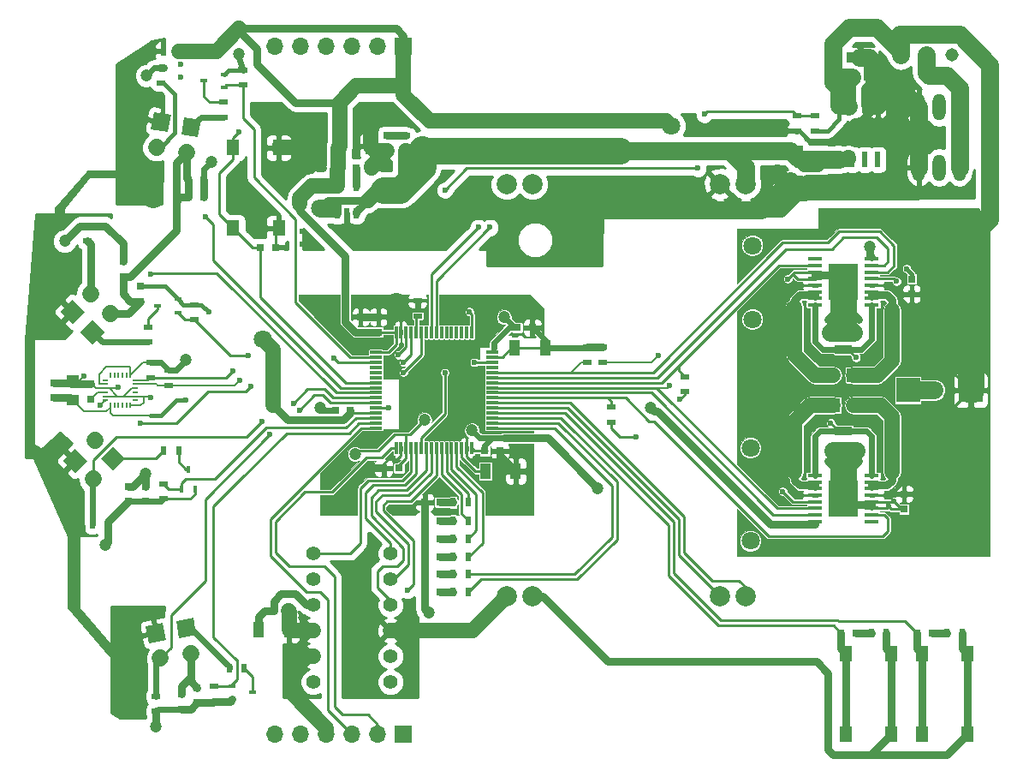
<source format=gtl>
G04 #@! TF.FileFunction,Copper,L1,Top,Signal*
%FSLAX46Y46*%
G04 Gerber Fmt 4.6, Leading zero omitted, Abs format (unit mm)*
G04 Created by KiCad (PCBNEW 4.0.7) date 03/07/18 23:31:52*
%MOMM*%
%LPD*%
G01*
G04 APERTURE LIST*
%ADD10C,0.100000*%
%ADD11C,0.600000*%
%ADD12R,1.300000X1.550000*%
%ADD13R,1.700000X0.900000*%
%ADD14R,1.000000X1.600000*%
%ADD15R,0.500000X0.900000*%
%ADD16R,0.900000X0.500000*%
%ADD17R,0.797560X0.797560*%
%ADD18R,0.230000X0.600000*%
%ADD19R,0.600000X0.230000*%
%ADD20R,0.300000X1.200000*%
%ADD21R,1.200000X0.300000*%
%ADD22C,1.308000*%
%ADD23O,1.308000X2.616000*%
%ADD24R,2.370000X2.430000*%
%ADD25R,0.800000X0.750000*%
%ADD26R,0.750000X0.800000*%
%ADD27R,1.473200X0.355600*%
%ADD28R,2.946400X3.581400*%
%ADD29C,1.422400*%
%ADD30R,1.250000X1.000000*%
%ADD31R,2.500000X1.000000*%
%ADD32R,0.550000X1.000000*%
%ADD33R,0.550000X1.500000*%
%ADD34C,1.700000*%
%ADD35R,0.700000X0.450000*%
%ADD36R,0.450000X0.700000*%
%ADD37R,1.700000X1.700000*%
%ADD38O,1.700000X1.700000*%
%ADD39R,1.350000X1.350000*%
%ADD40O,1.350000X1.350000*%
%ADD41C,2.000000*%
%ADD42C,1.800000*%
%ADD43C,1.200000*%
%ADD44C,0.280000*%
%ADD45C,0.600000*%
%ADD46C,0.800000*%
%ADD47C,1.500000*%
%ADD48C,0.400000*%
%ADD49C,1.800000*%
%ADD50C,0.250000*%
%ADD51C,2.600000*%
%ADD52C,0.200000*%
%ADD53C,0.254000*%
%ADD54C,0.025400*%
G04 APERTURE END LIST*
D10*
D11*
X179705000Y-71755000D03*
X229235000Y-64770000D03*
X227965000Y-64770000D03*
X226695000Y-64770000D03*
X224155000Y-59055000D03*
X225425000Y-59055000D03*
X222885000Y-60325000D03*
X224155000Y-60325000D03*
X220345000Y-64770000D03*
X221615000Y-64770000D03*
X222885000Y-64770000D03*
X224155000Y-64770000D03*
X225425000Y-60325000D03*
X225425000Y-61595000D03*
X225425000Y-62865000D03*
X225425000Y-64135000D03*
X225425000Y-65405000D03*
X225425000Y-66675000D03*
X225425000Y-67945000D03*
X166370000Y-64770000D03*
X167640000Y-64770000D03*
X167640000Y-63500000D03*
X166370000Y-63500000D03*
X163830000Y-63500000D03*
X165100000Y-63500000D03*
X165100000Y-62230000D03*
X163830000Y-62230000D03*
X162560000Y-62230000D03*
X154940000Y-59055000D03*
X154940000Y-57785000D03*
X195580000Y-69215000D03*
X197485000Y-69215000D03*
X199390000Y-69215000D03*
X201295000Y-69215000D03*
X195580000Y-70485000D03*
X197485000Y-70485000D03*
X199390000Y-70485000D03*
X201295000Y-70485000D03*
X195580000Y-74295000D03*
X195580000Y-75565000D03*
X195580000Y-76835000D03*
X194310000Y-76835000D03*
X194310000Y-75565000D03*
X194310000Y-74295000D03*
X193040000Y-74295000D03*
X193040000Y-75565000D03*
X193040000Y-76835000D03*
X219710000Y-69215000D03*
X221615000Y-69215000D03*
X225425000Y-69215000D03*
X233045000Y-70485000D03*
X231140000Y-70485000D03*
X225425000Y-70485000D03*
X213995000Y-70485000D03*
X215900000Y-70485000D03*
X217805000Y-70485000D03*
X219710000Y-70485000D03*
X221615000Y-70485000D03*
X172720000Y-85725000D03*
X169545000Y-98425000D03*
X171450000Y-100330000D03*
X171450000Y-101600000D03*
X179705000Y-85725000D03*
X177800000Y-92075000D03*
X179070000Y-88265000D03*
X180340000Y-90805000D03*
X179070000Y-90805000D03*
X177800000Y-90805000D03*
X177800000Y-89535000D03*
X179070000Y-89535000D03*
X180340000Y-89535000D03*
X182880000Y-92075000D03*
X182880000Y-90805000D03*
X182880000Y-89535000D03*
X182880000Y-88265000D03*
X184150000Y-88265000D03*
X184150000Y-89535000D03*
X184150000Y-90805000D03*
X184150000Y-92075000D03*
X189230000Y-95885000D03*
X186055000Y-100330000D03*
X187325000Y-100330000D03*
X187325000Y-101600000D03*
X186055000Y-101600000D03*
X184785000Y-82550000D03*
X187325000Y-81280000D03*
X186055000Y-81280000D03*
X184785000Y-81280000D03*
X176530000Y-82550000D03*
X173990000Y-81280000D03*
X172720000Y-81280000D03*
X170180000Y-81280000D03*
X167640000Y-81280000D03*
X170815000Y-74295000D03*
X173355000Y-74295000D03*
X172085000Y-74295000D03*
X167005000Y-74295000D03*
X168275000Y-75565000D03*
X167005000Y-75565000D03*
X179705000Y-75565000D03*
X178435000Y-75565000D03*
X177165000Y-75565000D03*
X175895000Y-75565000D03*
X174625000Y-75565000D03*
X173355000Y-75565000D03*
D12*
X225250000Y-123975000D03*
X220750000Y-123975000D03*
X220750000Y-116025000D03*
X225250000Y-116025000D03*
D13*
X220500000Y-85950000D03*
X220500000Y-83050000D03*
X220500000Y-94050000D03*
X220500000Y-96950000D03*
D14*
X187984000Y-85852000D03*
X190984000Y-85852000D03*
X188100000Y-98000000D03*
X185100000Y-98000000D03*
X165700000Y-113700000D03*
X162700000Y-113700000D03*
X170712000Y-65913000D03*
X173712000Y-65913000D03*
D15*
X183399000Y-101085000D03*
X181899000Y-101085000D03*
X183399000Y-102885000D03*
X181899000Y-102885000D03*
X183399000Y-104685000D03*
X181899000Y-104685000D03*
D16*
X215900000Y-62877000D03*
X215900000Y-64377000D03*
X217678000Y-64377000D03*
X217678000Y-62877000D03*
X177200000Y-66350000D03*
X177200000Y-64850000D03*
D15*
X230750000Y-114000000D03*
X232250000Y-114000000D03*
X223250000Y-114000000D03*
X224750000Y-114000000D03*
D16*
X204800000Y-90150000D03*
X204800000Y-88650000D03*
X197500000Y-93150000D03*
X197500000Y-91650000D03*
X152000000Y-87250000D03*
X152000000Y-88750000D03*
X153750000Y-88000000D03*
X153750000Y-89500000D03*
X178400000Y-81150000D03*
X178400000Y-82650000D03*
D15*
X183399000Y-106485000D03*
X181899000Y-106485000D03*
X154750000Y-56500000D03*
X153250000Y-56500000D03*
D17*
X180598300Y-106485000D03*
X179099700Y-106485000D03*
X180598300Y-102885000D03*
X179099700Y-102885000D03*
X180598300Y-104685000D03*
X179099700Y-104685000D03*
X175400000Y-64850700D03*
X175400000Y-66349300D03*
X180598300Y-101085000D03*
X179099700Y-101085000D03*
D18*
X150000000Y-88500000D03*
X149600000Y-88500000D03*
X149200000Y-88500000D03*
X148800000Y-88500000D03*
X148400000Y-88500000D03*
X148000000Y-88500000D03*
D19*
X147500000Y-89000000D03*
X147500000Y-89400000D03*
X147500000Y-89800000D03*
X147500000Y-90200000D03*
X147500000Y-90600000D03*
X147500000Y-91000000D03*
D18*
X148000000Y-91500000D03*
X148400000Y-91500000D03*
X148800000Y-91500000D03*
X149200000Y-91500000D03*
X149600000Y-91500000D03*
X150000000Y-91500000D03*
D19*
X150500000Y-91000000D03*
X150500000Y-90600000D03*
X150500000Y-90200000D03*
X150500000Y-89800000D03*
X150500000Y-89400000D03*
X150500000Y-89000000D03*
D20*
X178249937Y-84249937D03*
D21*
X174249937Y-89249937D03*
X174249937Y-92749938D03*
X174249937Y-93249938D03*
X174249937Y-93749938D03*
D20*
X176249937Y-95749938D03*
X177749937Y-95749938D03*
X178249937Y-95749938D03*
X178749937Y-95749938D03*
X179249937Y-95749938D03*
D21*
X185749938Y-89749937D03*
X185749938Y-89249937D03*
X185749938Y-88749937D03*
X185749938Y-88249937D03*
X185749938Y-87749937D03*
X185749938Y-87249937D03*
D20*
X183749938Y-84249937D03*
X183249938Y-84249937D03*
X180749938Y-95749938D03*
X181249938Y-95749938D03*
X181749938Y-95749938D03*
X180749938Y-84249937D03*
X180249938Y-84249937D03*
X179749937Y-84249937D03*
X179249937Y-84249937D03*
X178749937Y-84249937D03*
X177749937Y-84249937D03*
X177249937Y-84249937D03*
X182249938Y-95749938D03*
X182749938Y-95749938D03*
D21*
X185749938Y-93749938D03*
X185749938Y-93249938D03*
X185749938Y-92749938D03*
X185749938Y-92249938D03*
X174249937Y-89749937D03*
X174249937Y-90249938D03*
X174249937Y-90749938D03*
X174249937Y-91249938D03*
D20*
X179749937Y-95749938D03*
X180249938Y-95749938D03*
D21*
X185749938Y-91749938D03*
X185749938Y-91249938D03*
X185749938Y-90749938D03*
X185749938Y-90249938D03*
D20*
X182749938Y-84249937D03*
X182249938Y-84249937D03*
X181749938Y-84249937D03*
D21*
X174249937Y-86749937D03*
X174249937Y-87249937D03*
X174249937Y-87749937D03*
D20*
X181249938Y-84249937D03*
D21*
X174249937Y-88249937D03*
X174249937Y-88749937D03*
X174249937Y-86249937D03*
D20*
X183249938Y-95749938D03*
D21*
X185749938Y-86749937D03*
X174249937Y-92249938D03*
D20*
X177249937Y-95749938D03*
X183749938Y-95749938D03*
D21*
X185749938Y-86249937D03*
D20*
X176249937Y-84249937D03*
D21*
X174249937Y-91749938D03*
D20*
X176749937Y-95749938D03*
X176749937Y-84249937D03*
D22*
X231267000Y-56896000D03*
X228727000Y-56896000D03*
X226187000Y-56896000D03*
D23*
X231969500Y-67992500D03*
X229969500Y-67992500D03*
X227969500Y-67992500D03*
X231972500Y-62047500D03*
X229972500Y-62047500D03*
X227972500Y-62047500D03*
D12*
X164650000Y-73975000D03*
X160150000Y-73975000D03*
X160150000Y-66025000D03*
X164650000Y-66025000D03*
X232750000Y-123975000D03*
X228250000Y-123975000D03*
X228250000Y-116025000D03*
X232750000Y-116025000D03*
D24*
X226880000Y-90000000D03*
X233120000Y-90000000D03*
D25*
X172351000Y-68072000D03*
X173851000Y-68072000D03*
X170549000Y-68072000D03*
X169049000Y-68072000D03*
D26*
X217932000Y-67703000D03*
X217932000Y-69203000D03*
D25*
X165650000Y-111800000D03*
X164150000Y-111800000D03*
D26*
X146100000Y-90850000D03*
X146100000Y-89350000D03*
X142400000Y-90750000D03*
X142400000Y-89250000D03*
X226500000Y-100250000D03*
X226500000Y-101750000D03*
X227250000Y-80500000D03*
X227250000Y-79000000D03*
D25*
X162850000Y-75900000D03*
X164350000Y-75900000D03*
X171750000Y-92000000D03*
X170250000Y-92000000D03*
D26*
X174500000Y-82750000D03*
X174500000Y-84250000D03*
X172750000Y-84250000D03*
X172750000Y-82750000D03*
D25*
X175050000Y-97700000D03*
X176550000Y-97700000D03*
X186551000Y-96012000D03*
X185051000Y-96012000D03*
X188226000Y-83820000D03*
X189726000Y-83820000D03*
X221373000Y-59055000D03*
X222873000Y-59055000D03*
D27*
X223319400Y-81575840D03*
X223319400Y-80925600D03*
X223319400Y-80275359D03*
X223319400Y-79625119D03*
X223319400Y-78974881D03*
X223319400Y-78324641D03*
X223319400Y-77674400D03*
X223319400Y-77024160D03*
X217680600Y-77024160D03*
X217680600Y-77674400D03*
X217680600Y-78324641D03*
X217680600Y-78974881D03*
X217680600Y-79625119D03*
X217680600Y-80275359D03*
X217680600Y-80925600D03*
X217680600Y-81575840D03*
D28*
X220500000Y-79300000D03*
D27*
X217680600Y-98424160D03*
X217680600Y-99074400D03*
X217680600Y-99724641D03*
X217680600Y-100374881D03*
X217680600Y-101025119D03*
X217680600Y-101675359D03*
X217680600Y-102325600D03*
X217680600Y-102975840D03*
X223319400Y-102975840D03*
X223319400Y-102325600D03*
X223319400Y-101675359D03*
X223319400Y-101025119D03*
X223319400Y-100374881D03*
X223319400Y-99724641D03*
X223319400Y-99074400D03*
X223319400Y-98424160D03*
D28*
X220500000Y-100700000D03*
D29*
X168090000Y-108690000D03*
X168090000Y-106150000D03*
X175710000Y-106150000D03*
X175710000Y-111230000D03*
X175710000Y-118850000D03*
X168090000Y-111230000D03*
X175710000Y-116310000D03*
X168090000Y-118850000D03*
X175710000Y-108690000D03*
X168090000Y-113770000D03*
X175710000Y-113770000D03*
X168090000Y-116310000D03*
D30*
X144300000Y-91000000D03*
X144300000Y-89000000D03*
D31*
X222123000Y-54126000D03*
X222123000Y-57126000D03*
X215265000Y-66318000D03*
X215265000Y-69318000D03*
D32*
X172349938Y-72550063D03*
X171399937Y-72550063D03*
X170449937Y-72550063D03*
X172349938Y-69850062D03*
X170449937Y-69850062D03*
D33*
X222631063Y-61815937D03*
X222631063Y-67215938D03*
X223901063Y-61815937D03*
X221361062Y-61815937D03*
X220091062Y-61815937D03*
X221361062Y-67215938D03*
X220091062Y-67215938D03*
X223901063Y-67215938D03*
D10*
G36*
X154810514Y-114484688D02*
X154515312Y-112810514D01*
X156189486Y-112515312D01*
X156484688Y-114189486D01*
X154810514Y-114484688D01*
X154810514Y-114484688D01*
G37*
D34*
X155941066Y-116001412D02*
X155941066Y-116001412D01*
D10*
G36*
X148250000Y-95547918D02*
X149452082Y-96750000D01*
X148250000Y-97952082D01*
X147047918Y-96750000D01*
X148250000Y-95547918D01*
X148250000Y-95547918D01*
G37*
D34*
X146453949Y-94953949D02*
X146453949Y-94953949D01*
D10*
G36*
X147452082Y-84250000D02*
X146250000Y-85452082D01*
X145047918Y-84250000D01*
X146250000Y-83047918D01*
X147452082Y-84250000D01*
X147452082Y-84250000D01*
G37*
D34*
X148046051Y-82453949D02*
X148046051Y-82453949D01*
D10*
G36*
X155015312Y-64689486D02*
X155310514Y-63015312D01*
X156984688Y-63310514D01*
X156689486Y-64984688D01*
X155015312Y-64689486D01*
X155015312Y-64689486D01*
G37*
D34*
X155558934Y-66501412D02*
X155558934Y-66501412D01*
D35*
X160036000Y-119238000D03*
X160036000Y-120538000D03*
X162036000Y-119888000D03*
D36*
X155052000Y-99806000D03*
X156352000Y-99806000D03*
X155702000Y-97806000D03*
D35*
X154670000Y-82311000D03*
X154670000Y-81011000D03*
X152670000Y-81661000D03*
X159242000Y-60086000D03*
X159242000Y-58786000D03*
X157242000Y-59436000D03*
D10*
G36*
X151810514Y-114984688D02*
X151515312Y-113310514D01*
X153189486Y-113015312D01*
X153484688Y-114689486D01*
X151810514Y-114984688D01*
X151810514Y-114984688D01*
G37*
D34*
X152941066Y-116501412D02*
X152941066Y-116501412D01*
D10*
G36*
X144500000Y-98202082D02*
X143297918Y-97000000D01*
X144500000Y-95797918D01*
X145702082Y-97000000D01*
X144500000Y-98202082D01*
X144500000Y-98202082D01*
G37*
D34*
X146296051Y-98796051D02*
X146296051Y-98796051D01*
D10*
G36*
X145452082Y-82250000D02*
X144250000Y-83452082D01*
X143047918Y-82250000D01*
X144250000Y-81047918D01*
X145452082Y-82250000D01*
X145452082Y-82250000D01*
G37*
D34*
X146046051Y-80453949D02*
X146046051Y-80453949D01*
D10*
G36*
X152015312Y-64189486D02*
X152310514Y-62515312D01*
X153984688Y-62810514D01*
X153689486Y-64484688D01*
X152015312Y-64189486D01*
X152015312Y-64189486D01*
G37*
D34*
X152558934Y-66001412D02*
X152558934Y-66001412D01*
D37*
X177000000Y-56000000D03*
D38*
X174460000Y-56000000D03*
X171920000Y-56000000D03*
X169380000Y-56000000D03*
X166840000Y-56000000D03*
X164300000Y-56000000D03*
D39*
X219500000Y-91500000D03*
D40*
X221500000Y-91500000D03*
D39*
X221500000Y-88500000D03*
D40*
X219500000Y-88500000D03*
D41*
X208270000Y-110375000D03*
X210810000Y-110375000D03*
X189730000Y-110375000D03*
X187190000Y-110375000D03*
X189730000Y-69625000D03*
X187190000Y-69625000D03*
X208270000Y-69625000D03*
X210810000Y-69625000D03*
D16*
X153000000Y-59650000D03*
X153000000Y-58150000D03*
X145750000Y-75250000D03*
X145750000Y-73750000D03*
D15*
X146250000Y-103250000D03*
X147750000Y-103250000D03*
D16*
X152500000Y-120250000D03*
X152500000Y-121750000D03*
X159200000Y-63050000D03*
X159200000Y-61550000D03*
X161100000Y-59850000D03*
X161100000Y-58350000D03*
X151750000Y-85250000D03*
X151750000Y-83750000D03*
X156337000Y-83046000D03*
X156337000Y-81546000D03*
D15*
X153250000Y-96000000D03*
X154750000Y-96000000D03*
D16*
X153250000Y-99250000D03*
X153250000Y-100750000D03*
D15*
X159750000Y-117500000D03*
X161250000Y-117500000D03*
D16*
X158250000Y-119250000D03*
X158250000Y-120750000D03*
D25*
X229250000Y-114000000D03*
X227750000Y-114000000D03*
X221750000Y-114000000D03*
X220250000Y-114000000D03*
X155750000Y-70900000D03*
X157250000Y-70900000D03*
X155750000Y-69250000D03*
X157250000Y-69250000D03*
D26*
X151000000Y-81250000D03*
X151000000Y-79750000D03*
X149250000Y-78750000D03*
X149250000Y-77250000D03*
X151500000Y-99500000D03*
X151500000Y-101000000D03*
X149750000Y-99500000D03*
X149750000Y-101000000D03*
X156600000Y-119400000D03*
X156600000Y-120900000D03*
X155000000Y-120000000D03*
X155000000Y-121500000D03*
D17*
X180581300Y-108204000D03*
X179082700Y-108204000D03*
X180581300Y-109982000D03*
X179082700Y-109982000D03*
D15*
X183376000Y-108204000D03*
X181876000Y-108204000D03*
X183376000Y-109982000D03*
X181876000Y-109982000D03*
D37*
X177000000Y-124000000D03*
D38*
X174460000Y-124000000D03*
X171920000Y-124000000D03*
X169380000Y-124000000D03*
X166840000Y-124000000D03*
X164300000Y-124000000D03*
D16*
X196723000Y-87237000D03*
X196723000Y-85737000D03*
X195199000Y-87237000D03*
X195199000Y-85737000D03*
D11*
X172085000Y-75565000D03*
D42*
X211500000Y-75700000D03*
X211500000Y-83000000D03*
X211300000Y-104900000D03*
X211300000Y-95700000D03*
X179070000Y-73660000D03*
X176784000Y-73660000D03*
X174752000Y-73660000D03*
D43*
X185547000Y-83820000D03*
X173700000Y-98000000D03*
D42*
X169926000Y-101473000D03*
X188976000Y-100584000D03*
X176276000Y-81280000D03*
X162560000Y-74168000D03*
X169164000Y-81788000D03*
X164592000Y-68580000D03*
D43*
X168656000Y-66040000D03*
X173736000Y-63627000D03*
D42*
X223520000Y-69469000D03*
X213995000Y-68580000D03*
D11*
X157734000Y-82296000D03*
X226750000Y-78000000D03*
D43*
X151600000Y-58900000D03*
D11*
X215000000Y-79000000D03*
X225000000Y-101500000D03*
X225500000Y-101000000D03*
D43*
X220500000Y-81400000D03*
X220500000Y-84250000D03*
X220500000Y-98700000D03*
X220500000Y-96000000D03*
D42*
X229500000Y-90000000D03*
D11*
X222000000Y-83000000D03*
X219000000Y-83000000D03*
X222000000Y-97000000D03*
X219000000Y-97000000D03*
D42*
X220500000Y-79300000D03*
X220500000Y-100700000D03*
D43*
X179500000Y-112000000D03*
D11*
X145400000Y-88600000D03*
X148800000Y-89700000D03*
X152000000Y-90700000D03*
D43*
X158000000Y-67400000D03*
X160750000Y-56750000D03*
X143500000Y-75250000D03*
D11*
X175500000Y-91750000D03*
D43*
X147500000Y-105250000D03*
X152500000Y-123250000D03*
X168750000Y-91750000D03*
X186944000Y-82804000D03*
D11*
X200025000Y-94615000D03*
D43*
X183769000Y-93980000D03*
X179070000Y-92964000D03*
X196215000Y-99695000D03*
X172200000Y-96300000D03*
X223139000Y-75819000D03*
D42*
X203454000Y-63881000D03*
D11*
X204343000Y-90932000D03*
X155500000Y-91000000D03*
D43*
X201400000Y-91700000D03*
X155500000Y-87000000D03*
D11*
X183500000Y-82250000D03*
X184000000Y-87250000D03*
X160750000Y-64500000D03*
D42*
X168783000Y-72009000D03*
D43*
X151500000Y-98250000D03*
D42*
X152273000Y-71183500D03*
X163068000Y-84963000D03*
D11*
X184404000Y-73914000D03*
X214500000Y-100000000D03*
X219250000Y-93250000D03*
X221750000Y-86750000D03*
X225750000Y-79250000D03*
X177000000Y-87250000D03*
X160800000Y-89000000D03*
X176500000Y-86500000D03*
X160100000Y-88100000D03*
X185547000Y-73914000D03*
X202184000Y-86614000D03*
X203327000Y-89535000D03*
X177000000Y-88250000D03*
X151000000Y-93250000D03*
X147000000Y-91500000D03*
X161900000Y-89600000D03*
X177400000Y-109800000D03*
X166700000Y-92000000D03*
X163800000Y-94400000D03*
X166100000Y-91300000D03*
X163000000Y-93100000D03*
X152000000Y-78500000D03*
X157400000Y-72900000D03*
X181102000Y-88265000D03*
X181102000Y-70231000D03*
X206756000Y-62738000D03*
X206121000Y-68072000D03*
X161671000Y-86614000D03*
X170116500Y-86804500D03*
D44*
X178816000Y-72263000D02*
X178816000Y-73406000D01*
X178816000Y-73406000D02*
X179070000Y-73660000D01*
D45*
X174498000Y-72263000D02*
X175387000Y-72263000D01*
X175387000Y-72263000D02*
X176784000Y-73660000D01*
X174498000Y-72263000D02*
X174498000Y-72263000D01*
X174498000Y-72263000D02*
X174498000Y-73406000D01*
X174498000Y-73406000D02*
X174752000Y-73660000D01*
D44*
X189726000Y-83820000D02*
X189726000Y-82919000D01*
X185547000Y-82804000D02*
X185547000Y-83820000D01*
X186563000Y-81788000D02*
X185547000Y-82804000D01*
X188595000Y-81788000D02*
X186563000Y-81788000D01*
X189726000Y-82919000D02*
X188595000Y-81788000D01*
X173700000Y-98000000D02*
X173399000Y-98000000D01*
D46*
X175050000Y-97700000D02*
X174000000Y-97700000D01*
X174000000Y-97700000D02*
X173700000Y-98000000D01*
D44*
X173399000Y-98000000D02*
X169926000Y-101473000D01*
D45*
X190984000Y-85852000D02*
X195084000Y-85852000D01*
X195084000Y-85852000D02*
X195199000Y-85737000D01*
X190984000Y-85852000D02*
X190984000Y-85078000D01*
X190984000Y-85078000D02*
X189726000Y-83820000D01*
D44*
X190984000Y-85852000D02*
X187984000Y-85852000D01*
X188100000Y-98000000D02*
X188100000Y-99708000D01*
X188100000Y-99708000D02*
X188976000Y-100584000D01*
X174500000Y-82750000D02*
X174500000Y-81532000D01*
X174752000Y-81280000D02*
X176276000Y-81280000D01*
X174500000Y-81532000D02*
X174752000Y-81280000D01*
X162753000Y-73975000D02*
X162560000Y-74168000D01*
X164650000Y-73975000D02*
X162753000Y-73975000D01*
X164650000Y-66025000D02*
X164650000Y-68522000D01*
X164650000Y-68522000D02*
X164592000Y-68580000D01*
D47*
X168641000Y-66025000D02*
X164650000Y-66025000D01*
X168656000Y-66040000D02*
X168641000Y-66025000D01*
D46*
X169037000Y-68072000D02*
X168656000Y-67691000D01*
D47*
X168656000Y-66040000D02*
X168656000Y-67691000D01*
X173712000Y-63651000D02*
X173736000Y-63627000D01*
X173712000Y-65913000D02*
X173712000Y-63651000D01*
X173851000Y-67830000D02*
X175331700Y-66349300D01*
X173851000Y-68072000D02*
X173851000Y-67830000D01*
X175400000Y-66349300D02*
X174148300Y-66349300D01*
X174148300Y-66349300D02*
X173712000Y-65913000D01*
X175331700Y-66349300D02*
X175400000Y-66349300D01*
D46*
X195199000Y-85737000D02*
X196723000Y-85737000D01*
X164150000Y-111800000D02*
X163282000Y-111800000D01*
X162700000Y-112382000D02*
X162700000Y-113700000D01*
X163282000Y-111800000D02*
X162700000Y-112382000D01*
X169049000Y-68072000D02*
X169037000Y-68072000D01*
D48*
X226060000Y-62865000D02*
X225806000Y-63119000D01*
X226060000Y-62865000D02*
X225806000Y-62865000D01*
X227330000Y-64135000D02*
X227972500Y-64135000D01*
X227330000Y-64135000D02*
X227972500Y-64135000D01*
X226060000Y-64135000D02*
X225806000Y-64135000D01*
X226060000Y-64135000D02*
X225806000Y-64135000D01*
X227972500Y-65405000D02*
X227330000Y-65405000D01*
X226060000Y-65405000D02*
X225806000Y-65405000D01*
X226060000Y-65405000D02*
X225806000Y-65405000D01*
D46*
X219075000Y-65532000D02*
X219583000Y-65532000D01*
X222217000Y-63500000D02*
X223901063Y-61815937D01*
X221615000Y-63500000D02*
X222217000Y-63500000D01*
X219583000Y-65532000D02*
X221615000Y-63500000D01*
D47*
X215265000Y-69318000D02*
X214733000Y-69318000D01*
X214733000Y-69318000D02*
X213995000Y-68580000D01*
D45*
X171831000Y-73914000D02*
X172847000Y-73914000D01*
D49*
X178879000Y-72200000D02*
X178816000Y-72263000D01*
X187007000Y-72200000D02*
X178879000Y-72200000D01*
X187579000Y-72200000D02*
X187007000Y-72200000D01*
D45*
X171399937Y-73482937D02*
X171831000Y-73914000D01*
X171399937Y-73482937D02*
X171399937Y-72550063D01*
X174498000Y-72263000D02*
X178816000Y-72263000D01*
X172847000Y-73914000D02*
X174498000Y-72263000D01*
D48*
X215900000Y-64377000D02*
X216142000Y-64377000D01*
X216142000Y-64377000D02*
X217297000Y-65532000D01*
X217297000Y-65532000D02*
X219075000Y-65532000D01*
D49*
X211074000Y-72200000D02*
X212383000Y-72200000D01*
X212383000Y-72200000D02*
X215265000Y-69318000D01*
X223901063Y-60833063D02*
X223901063Y-59943937D01*
X223901063Y-59943937D02*
X224885000Y-58960000D01*
X224885000Y-58960000D02*
X223742000Y-58960000D01*
X223742000Y-58960000D02*
X223647000Y-59055000D01*
X222123000Y-57126000D02*
X223051000Y-57126000D01*
X223051000Y-57126000D02*
X224885000Y-58960000D01*
X224885000Y-58960000D02*
X227972500Y-62047500D01*
X223901063Y-61815937D02*
X223901063Y-60833063D01*
X223901063Y-60833063D02*
X223393000Y-60325000D01*
X223901063Y-61815937D02*
X223486937Y-61815937D01*
X223486937Y-61815937D02*
X223139000Y-61468000D01*
D46*
X222631063Y-61815937D02*
X222631063Y-60197937D01*
X222631063Y-60197937D02*
X223323500Y-59505500D01*
X215265000Y-69318000D02*
X217817000Y-69318000D01*
X217817000Y-69318000D02*
X217932000Y-69203000D01*
D47*
X210947000Y-72200000D02*
X211074000Y-72200000D01*
X211074000Y-72200000D02*
X214312000Y-72200000D01*
X214312000Y-72200000D02*
X217043000Y-69469000D01*
X227972500Y-62047500D02*
X226877500Y-62047500D01*
X225806000Y-63119000D02*
X225806000Y-62865000D01*
X225806000Y-62865000D02*
X225806000Y-64135000D01*
X225806000Y-64135000D02*
X225806000Y-63500000D01*
X225806000Y-63500000D02*
X225806000Y-65405000D01*
X225806000Y-65405000D02*
X225806000Y-69088000D01*
X225806000Y-69088000D02*
X225425000Y-69469000D01*
X225425000Y-69469000D02*
X223520000Y-69469000D01*
X223520000Y-69469000D02*
X217043000Y-69469000D01*
X226877500Y-62047500D02*
X225806000Y-63119000D01*
D46*
X222873000Y-59055000D02*
X222873000Y-57876000D01*
X222873000Y-57876000D02*
X222123000Y-57126000D01*
X225044063Y-60672937D02*
X224490937Y-60672937D01*
D49*
X226418626Y-62047500D02*
X225044063Y-60672937D01*
X227972500Y-62047500D02*
X226418626Y-62047500D01*
D46*
X224490937Y-60672937D02*
X223323500Y-59505500D01*
X223323500Y-59505500D02*
X222873000Y-59055000D01*
D49*
X227972500Y-62047500D02*
X227972500Y-64135000D01*
X227972500Y-64135000D02*
X227972500Y-65405000D01*
X227972500Y-65405000D02*
X227972500Y-67989500D01*
X227972500Y-67989500D02*
X227969500Y-67992500D01*
D48*
X159242000Y-58786000D02*
X159273000Y-58786000D01*
X159273000Y-58786000D02*
X159709000Y-58350000D01*
X159709000Y-58350000D02*
X161100000Y-58350000D01*
X156337000Y-81546000D02*
X156984000Y-81546000D01*
X156984000Y-81546000D02*
X157734000Y-82296000D01*
X153409000Y-79750000D02*
X154670000Y-81011000D01*
X151000000Y-79750000D02*
X153409000Y-79750000D01*
X155205000Y-81546000D02*
X154670000Y-81011000D01*
X156337000Y-81546000D02*
X155205000Y-81546000D01*
D46*
X158250000Y-120750000D02*
X159824000Y-120750000D01*
X159824000Y-120750000D02*
X160036000Y-120538000D01*
D50*
X153250000Y-100750000D02*
X155917000Y-100750000D01*
X156352000Y-100315000D02*
X156352000Y-99806000D01*
X155917000Y-100750000D02*
X156352000Y-100315000D01*
D48*
X227250000Y-79000000D02*
X227250000Y-78500000D01*
X227250000Y-78500000D02*
X226750000Y-78000000D01*
D45*
X153000000Y-58150000D02*
X152350000Y-58150000D01*
X152350000Y-58150000D02*
X151600000Y-58900000D01*
D44*
X215500000Y-78500000D02*
X216000000Y-79000000D01*
X216000000Y-79000000D02*
X217655481Y-79000000D01*
X217655481Y-79000000D02*
X217680600Y-78974881D01*
X217680600Y-78324641D02*
X215675359Y-78324641D01*
X215675359Y-78324641D02*
X215500000Y-78500000D01*
X215500000Y-78500000D02*
X215000000Y-79000000D01*
X226500000Y-101750000D02*
X225250000Y-101750000D01*
X224824641Y-101675359D02*
X225000000Y-101500000D01*
X224824641Y-101675359D02*
X223319400Y-101675359D01*
X225250000Y-101750000D02*
X225000000Y-101500000D01*
X226500000Y-101750000D02*
X226250000Y-101750000D01*
X226250000Y-101750000D02*
X225500000Y-101000000D01*
X223319400Y-101025119D02*
X225474881Y-101025119D01*
X225474881Y-101025119D02*
X225500000Y-101000000D01*
D46*
X220500000Y-81400000D02*
X220500000Y-84250000D01*
X220500000Y-79300000D02*
X220500000Y-81400000D01*
X220500000Y-98700000D02*
X220500000Y-96000000D01*
X220500000Y-100700000D02*
X220500000Y-98700000D01*
D49*
X229500000Y-90000000D02*
X226880000Y-90000000D01*
D46*
X220500000Y-82000000D02*
X221000000Y-82000000D01*
X221000000Y-82000000D02*
X222000000Y-83000000D01*
X220500000Y-82000000D02*
X220000000Y-82000000D01*
D49*
X220500000Y-79300000D02*
X220500000Y-82000000D01*
D46*
X220000000Y-82000000D02*
X219000000Y-83000000D01*
X220500000Y-98000000D02*
X221000000Y-98000000D01*
X221000000Y-98000000D02*
X222000000Y-97000000D01*
X220500000Y-98000000D02*
X220000000Y-98000000D01*
D49*
X220500000Y-100700000D02*
X220500000Y-98000000D01*
D46*
X220000000Y-98000000D02*
X219000000Y-97000000D01*
D49*
X221500000Y-84250000D02*
X219250000Y-84250000D01*
X220450000Y-83050000D02*
X219250000Y-84250000D01*
X221500000Y-84250000D02*
X220500000Y-83250000D01*
X220500000Y-83050000D02*
X220500000Y-83250000D01*
X220500000Y-83050000D02*
X220450000Y-83050000D01*
X221750000Y-96000000D02*
X219500000Y-96000000D01*
X220450000Y-96950000D02*
X219500000Y-96000000D01*
X221750000Y-96000000D02*
X220800000Y-96950000D01*
X220500000Y-96950000D02*
X220800000Y-96950000D01*
X220500000Y-96950000D02*
X220450000Y-96950000D01*
D46*
X217680600Y-78600000D02*
X219800000Y-78600000D01*
X219800000Y-78600000D02*
X220500000Y-79300000D01*
X223319400Y-101300000D02*
X221100000Y-101300000D01*
X221100000Y-101300000D02*
X220500000Y-100700000D01*
D48*
X223319400Y-101025119D02*
X223319400Y-101300000D01*
X223319400Y-101300000D02*
X223319400Y-101675359D01*
X217680600Y-78974881D02*
X217680600Y-78600000D01*
X217680600Y-78600000D02*
X217680600Y-78324641D01*
D51*
X220500000Y-96950000D02*
X220500000Y-100700000D01*
X220500000Y-83050000D02*
X220500000Y-79300000D01*
D46*
X232250000Y-114000000D02*
X232250000Y-115525000D01*
X232250000Y-115525000D02*
X232750000Y-116025000D01*
X224750000Y-114000000D02*
X224750000Y-115525000D01*
X224750000Y-115525000D02*
X225250000Y-116025000D01*
X232750000Y-116025000D02*
X232750000Y-123975000D01*
X225250000Y-116025000D02*
X225250000Y-123975000D01*
X222500000Y-126000000D02*
X230725000Y-126000000D01*
X230725000Y-126000000D02*
X232750000Y-123975000D01*
X217805000Y-116840000D02*
X217840000Y-116840000D01*
X197231000Y-116840000D02*
X217805000Y-116840000D01*
X190766000Y-110375000D02*
X197231000Y-116840000D01*
X189730000Y-110375000D02*
X190766000Y-110375000D01*
X223225000Y-126000000D02*
X225250000Y-123975000D01*
X219500000Y-126000000D02*
X222500000Y-126000000D01*
X222500000Y-126000000D02*
X223225000Y-126000000D01*
X219000000Y-125500000D02*
X219500000Y-126000000D01*
X219000000Y-118000000D02*
X219000000Y-125500000D01*
X217840000Y-116840000D02*
X219000000Y-118000000D01*
X179082700Y-109982000D02*
X179082700Y-111582700D01*
X179082700Y-111582700D02*
X179500000Y-112000000D01*
X179082700Y-108204000D02*
X179082700Y-109982000D01*
X179099700Y-106485000D02*
X179099700Y-108187000D01*
X179099700Y-108187000D02*
X179082700Y-108204000D01*
X179099700Y-106485000D02*
X179099700Y-111599700D01*
X179099700Y-111599700D02*
X179500000Y-112000000D01*
X179099700Y-101085000D02*
X179099700Y-102885000D01*
X179099700Y-102885000D02*
X179099700Y-104685000D01*
X179099700Y-104685000D02*
X179099700Y-106485000D01*
D44*
X184800000Y-96800000D02*
X186202000Y-96800000D01*
X186202000Y-96800000D02*
X186551000Y-96451000D01*
X183249938Y-95749938D02*
X183249938Y-96541824D01*
X183249938Y-96541824D02*
X183508114Y-96800000D01*
X183508114Y-96800000D02*
X184800000Y-96800000D01*
D46*
X186551000Y-96451000D02*
X188100000Y-98000000D01*
X186551000Y-96012000D02*
X186551000Y-96451000D01*
D44*
X176749937Y-95749938D02*
X176749937Y-96450063D01*
X176749937Y-96450063D02*
X176400000Y-96800000D01*
X176400000Y-96800000D02*
X175500000Y-96800000D01*
X175500000Y-96800000D02*
X175050000Y-97250000D01*
X175050000Y-97250000D02*
X175050000Y-97700000D01*
D46*
X168090000Y-111230000D02*
X167430000Y-111230000D01*
X167430000Y-111230000D02*
X166300000Y-110100000D01*
X166300000Y-110100000D02*
X164900000Y-110100000D01*
X164900000Y-110100000D02*
X164150000Y-110850000D01*
X164150000Y-110850000D02*
X164150000Y-111800000D01*
D52*
X144300000Y-89000000D02*
X145000000Y-89000000D01*
X145000000Y-89000000D02*
X145400000Y-88600000D01*
X147500000Y-89800000D02*
X148700000Y-89800000D01*
X148700000Y-89800000D02*
X148800000Y-89700000D01*
X151200000Y-90600000D02*
X151900000Y-90600000D01*
X151900000Y-90600000D02*
X152000000Y-90700000D01*
X150500000Y-89800000D02*
X150100000Y-89800000D01*
X150100000Y-89800000D02*
X149300000Y-90600000D01*
X151300000Y-90600000D02*
X151200000Y-90600000D01*
X151200000Y-90600000D02*
X150500000Y-90600000D01*
X150000000Y-91500000D02*
X151000000Y-91500000D01*
X151000000Y-91500000D02*
X151300000Y-91200000D01*
X151300000Y-91200000D02*
X151300000Y-90600000D01*
X147500000Y-90600000D02*
X148700000Y-90600000D01*
X147500000Y-89800000D02*
X147900000Y-89800000D01*
X147900000Y-89800000D02*
X148700000Y-90600000D01*
X148700000Y-90600000D02*
X149300000Y-90600000D01*
X149300000Y-90600000D02*
X150500000Y-90600000D01*
X147500000Y-89800000D02*
X146550000Y-89800000D01*
X146550000Y-89800000D02*
X146100000Y-89350000D01*
D46*
X142400000Y-89250000D02*
X144050000Y-89250000D01*
X144050000Y-89250000D02*
X144150000Y-89350000D01*
X144150000Y-89350000D02*
X146100000Y-89350000D01*
D45*
X155000000Y-121500000D02*
X152750000Y-121500000D01*
X152750000Y-121500000D02*
X152500000Y-121750000D01*
X157250000Y-69250000D02*
X157250000Y-68150000D01*
X157250000Y-68150000D02*
X158000000Y-67400000D01*
D46*
X145750000Y-73750000D02*
X147500000Y-73750000D01*
X147500000Y-73750000D02*
X149250000Y-75500000D01*
X149250000Y-75500000D02*
X149250000Y-77250000D01*
X147750000Y-103250000D02*
X147750000Y-103000000D01*
X147750000Y-103000000D02*
X149750000Y-101000000D01*
X156600000Y-120900000D02*
X158100000Y-120900000D01*
X158100000Y-120900000D02*
X158250000Y-120750000D01*
X155000000Y-121500000D02*
X156000000Y-121500000D01*
X156000000Y-121500000D02*
X156600000Y-120900000D01*
X157250000Y-70900000D02*
X157250000Y-69250000D01*
D45*
X149750000Y-101000000D02*
X151000000Y-101000000D01*
X151000000Y-101000000D02*
X151500000Y-101000000D01*
X151500000Y-101000000D02*
X153000000Y-101000000D01*
X153000000Y-101000000D02*
X153250000Y-100750000D01*
D44*
X164650000Y-66025000D02*
X164650000Y-66600000D01*
X164650000Y-66025000D02*
X164275000Y-66025000D01*
D45*
X160850000Y-58100000D02*
X161100000Y-58350000D01*
X161100000Y-58350000D02*
X160600000Y-56900000D01*
X160600000Y-56900000D02*
X160750000Y-56750000D01*
D44*
X164350000Y-75900000D02*
X164350000Y-74275000D01*
X164350000Y-74275000D02*
X164650000Y-73975000D01*
D46*
X145750000Y-73750000D02*
X145000000Y-73750000D01*
X145000000Y-73750000D02*
X143500000Y-75250000D01*
D44*
X174249937Y-91749938D02*
X175499938Y-91749938D01*
X175499938Y-91749938D02*
X175500000Y-91750000D01*
D46*
X153300000Y-58150000D02*
X152900000Y-58150000D01*
X147750000Y-103250000D02*
X147750000Y-105000000D01*
X147750000Y-105000000D02*
X147500000Y-105250000D01*
X152500000Y-121750000D02*
X152500000Y-123250000D01*
D45*
X170250000Y-92000000D02*
X169000000Y-92000000D01*
X169000000Y-92000000D02*
X168750000Y-91750000D01*
D49*
X194000000Y-72200000D02*
X210947000Y-72200000D01*
D46*
X174500000Y-82750000D02*
X172750000Y-82750000D01*
D44*
X176749937Y-84249937D02*
X176749937Y-83249937D01*
X176250000Y-82750000D02*
X174500000Y-82750000D01*
X176749937Y-83249937D02*
X176250000Y-82750000D01*
X185749938Y-86749937D02*
X186749937Y-86749937D01*
X186749937Y-86749937D02*
X187750000Y-85749874D01*
D48*
X171399937Y-72550063D02*
X171400000Y-72550126D01*
D46*
X182900063Y-71835063D02*
X182800000Y-71935126D01*
X182800000Y-71935126D02*
X182800000Y-72400000D01*
X182800000Y-72400000D02*
X182800000Y-72400000D01*
D47*
X186800000Y-72200000D02*
X186600000Y-72400000D01*
D49*
X186800000Y-72200000D02*
X187579000Y-72200000D01*
X187579000Y-72200000D02*
X194000000Y-72200000D01*
D47*
X186600000Y-72400000D02*
X182800000Y-72400000D01*
D44*
X167259000Y-100076000D02*
X164338000Y-102997000D01*
X173355000Y-96647000D02*
X169926000Y-100076000D01*
X169926000Y-100076000D02*
X167259000Y-100076000D01*
X176249937Y-95749938D02*
X175776062Y-95749938D01*
X174460000Y-123025000D02*
X174460000Y-124000000D01*
X173482000Y-122047000D02*
X174460000Y-123025000D01*
X170942000Y-122047000D02*
X173482000Y-122047000D01*
X170180000Y-121285000D02*
X170942000Y-122047000D01*
X170180000Y-108458000D02*
X170180000Y-121285000D01*
X169164000Y-107442000D02*
X170180000Y-108458000D01*
X165735000Y-107442000D02*
X169164000Y-107442000D01*
X164338000Y-106045000D02*
X165735000Y-107442000D01*
X164338000Y-102997000D02*
X164338000Y-106045000D01*
X174879000Y-96647000D02*
X173355000Y-96647000D01*
X175776062Y-95749938D02*
X174879000Y-96647000D01*
X174249937Y-93749938D02*
X172823062Y-93749938D01*
X169545000Y-121625000D02*
X171920000Y-124000000D01*
X169545000Y-110744000D02*
X169545000Y-121625000D01*
X168783000Y-109982000D02*
X169545000Y-110744000D01*
X167386000Y-109982000D02*
X168783000Y-109982000D01*
X163830000Y-106426000D02*
X167386000Y-109982000D01*
X163830000Y-102743000D02*
X163830000Y-106426000D01*
X172823062Y-93749938D02*
X163830000Y-102743000D01*
D45*
X186944000Y-82804000D02*
X187960000Y-83820000D01*
X187960000Y-83820000D02*
X188226000Y-83820000D01*
D44*
X185749938Y-86249937D02*
X185749938Y-85522062D01*
X185749938Y-85522062D02*
X186436000Y-84836000D01*
D45*
X188226000Y-83820000D02*
X187452000Y-83820000D01*
X185928000Y-85344000D02*
X185928000Y-85852000D01*
X187452000Y-83820000D02*
X186436000Y-84836000D01*
X186436000Y-84836000D02*
X185928000Y-85344000D01*
D46*
X170712000Y-61571000D02*
X166321000Y-61571000D01*
X166321000Y-61571000D02*
X162500000Y-57750000D01*
D44*
X197500000Y-93150000D02*
X197500000Y-93741000D01*
X198374000Y-94615000D02*
X200025000Y-94615000D01*
X197500000Y-93741000D02*
X198374000Y-94615000D01*
X177249937Y-94403063D02*
X177630937Y-94403063D01*
D45*
X184531000Y-94742000D02*
X183769000Y-93980000D01*
X184531000Y-94742000D02*
X185801000Y-94742000D01*
D44*
X177630937Y-94403063D02*
X179070000Y-92964000D01*
D45*
X185801000Y-94742000D02*
X186944000Y-94742000D01*
D46*
X196215000Y-99695000D02*
X191262000Y-94742000D01*
X191262000Y-94742000D02*
X186944000Y-94742000D01*
D44*
X173736000Y-96012000D02*
X172488000Y-96012000D01*
X176106937Y-94403063D02*
X174498000Y-96012000D01*
X174498000Y-96012000D02*
X173736000Y-96012000D01*
X177249937Y-94403063D02*
X176106937Y-94403063D01*
X172488000Y-96012000D02*
X172200000Y-96300000D01*
D46*
X172212000Y-96288000D02*
X172212000Y-96266000D01*
X172200000Y-96300000D02*
X172212000Y-96288000D01*
D44*
X177249937Y-95749938D02*
X177249937Y-94403063D01*
D45*
X185051000Y-95492000D02*
X185801000Y-94742000D01*
X185051000Y-96012000D02*
X185051000Y-95492000D01*
D44*
X223319400Y-77024160D02*
X223319400Y-76888400D01*
X223319400Y-76888400D02*
X223139000Y-76708000D01*
D46*
X223139000Y-75819000D02*
X223139000Y-76708000D01*
D47*
X198755000Y-63373000D02*
X202946000Y-63373000D01*
X202946000Y-63373000D02*
X203454000Y-63881000D01*
D46*
X223139000Y-76708000D02*
X223266000Y-76835000D01*
D44*
X176249937Y-84249937D02*
X176249937Y-85497063D01*
X175497063Y-86249937D02*
X174249937Y-86249937D01*
X176249937Y-85497063D02*
X175497063Y-86249937D01*
D46*
X166751000Y-71628000D02*
X166751000Y-72263000D01*
D47*
X167893938Y-69850062D02*
X166751000Y-70993000D01*
X166751000Y-70993000D02*
X166751000Y-71628000D01*
X170449937Y-69850062D02*
X167893938Y-69850062D01*
D46*
X171250000Y-76762000D02*
X171250000Y-83250000D01*
X166751000Y-72263000D02*
X171250000Y-76762000D01*
D47*
X177000000Y-59944000D02*
X177000000Y-60795000D01*
X177000000Y-60795000D02*
X179578000Y-63373000D01*
X170712000Y-65913000D02*
X170712000Y-61571000D01*
X172339000Y-59944000D02*
X177000000Y-59944000D01*
X170712000Y-61571000D02*
X172339000Y-59944000D01*
X177000000Y-56000000D02*
X177000000Y-59944000D01*
X170712000Y-65913000D02*
X170712000Y-65254000D01*
X179578000Y-63373000D02*
X197104000Y-63373000D01*
X197104000Y-63373000D02*
X198755000Y-63373000D01*
X170549000Y-68072000D02*
X170549000Y-66076000D01*
X170549000Y-66076000D02*
X170712000Y-65913000D01*
X170449937Y-69850062D02*
X170449937Y-68171063D01*
X170449937Y-68171063D02*
X170549000Y-68072000D01*
D44*
X204800000Y-90150000D02*
X204800000Y-90475000D01*
X204800000Y-90475000D02*
X204343000Y-90932000D01*
D48*
X152000000Y-92500000D02*
X153000000Y-92500000D01*
D52*
X148000000Y-92250000D02*
X148250000Y-92500000D01*
X148250000Y-92500000D02*
X152000000Y-92500000D01*
X148000000Y-91500000D02*
X148000000Y-92250000D01*
D48*
X154500000Y-91000000D02*
X155500000Y-91000000D01*
X153000000Y-92500000D02*
X154500000Y-91000000D01*
X217680600Y-102975840D02*
X217680600Y-103250000D01*
D46*
X213250000Y-103250000D02*
X217680600Y-103250000D01*
X201800000Y-92100000D02*
X202100000Y-92100000D01*
X201400000Y-91700000D02*
X201800000Y-92100000D01*
X202100000Y-92100000D02*
X213250000Y-103250000D01*
X172250000Y-84250000D02*
X171250000Y-83250000D01*
X172750000Y-84250000D02*
X172250000Y-84250000D01*
D45*
X153750000Y-88000000D02*
X154500000Y-88000000D01*
X154500000Y-88000000D02*
X155500000Y-87000000D01*
D44*
X177249937Y-95749938D02*
X177249937Y-96750063D01*
X177249937Y-96750063D02*
X176550000Y-97450000D01*
X176550000Y-97450000D02*
X176550000Y-97700000D01*
D52*
X148000000Y-91500000D02*
X148000000Y-91700000D01*
X148000000Y-91700000D02*
X147600000Y-92100000D01*
X147600000Y-92100000D02*
X145400000Y-92100000D01*
X145400000Y-92100000D02*
X144300000Y-91000000D01*
D45*
X152000000Y-87250000D02*
X153000000Y-87250000D01*
X153000000Y-87250000D02*
X153750000Y-88000000D01*
D52*
X152000000Y-87250000D02*
X151250000Y-87250000D01*
X151250000Y-87250000D02*
X150000000Y-88500000D01*
X147500000Y-89400000D02*
X146900000Y-89400000D01*
X146900000Y-89400000D02*
X146900000Y-88400000D01*
X146900000Y-88400000D02*
X147600000Y-87700000D01*
X147600000Y-87700000D02*
X149900000Y-87700000D01*
X149900000Y-87700000D02*
X150000000Y-87800000D01*
X150000000Y-87800000D02*
X150000000Y-88500000D01*
X144300000Y-91000000D02*
X144700000Y-91000000D01*
D46*
X142400000Y-90750000D02*
X144050000Y-90750000D01*
X144050000Y-90750000D02*
X144300000Y-91000000D01*
X160750000Y-54250000D02*
X160750000Y-54500000D01*
X160750000Y-54500000D02*
X162500000Y-56250000D01*
X162500000Y-56250000D02*
X162500000Y-57750000D01*
X177000000Y-56000000D02*
X177000000Y-55000000D01*
D47*
X158500000Y-56500000D02*
X154750000Y-56500000D01*
X158500000Y-56500000D02*
X160750000Y-54250000D01*
D46*
X176250000Y-54250000D02*
X160750000Y-54250000D01*
X177000000Y-55000000D02*
X176250000Y-54250000D01*
X174500000Y-84250000D02*
X172750000Y-84250000D01*
D44*
X176249937Y-84249937D02*
X174500063Y-84249937D01*
X174500063Y-84249937D02*
X174500000Y-84250000D01*
X185250000Y-96000000D02*
X184000000Y-96000000D01*
X184000000Y-96000000D02*
X183749938Y-95749938D01*
X183500000Y-82250000D02*
X183749938Y-82499938D01*
X183749938Y-82499938D02*
X183749938Y-84249937D01*
X184000063Y-87249937D02*
X185749938Y-87249937D01*
X184000000Y-87250000D02*
X184000063Y-87249937D01*
X160150000Y-66025000D02*
X160150000Y-67180000D01*
X158750000Y-72575000D02*
X160150000Y-73975000D01*
X158750000Y-68580000D02*
X158750000Y-72575000D01*
X160150000Y-67180000D02*
X158750000Y-68580000D01*
X162850000Y-78676500D02*
X162850000Y-80808000D01*
X171291937Y-89249937D02*
X174249937Y-89249937D01*
X162850000Y-80808000D02*
X171291937Y-89249937D01*
X160750000Y-64500000D02*
X160150000Y-65100000D01*
X160150000Y-65100000D02*
X160150000Y-66025000D01*
X162850000Y-75900000D02*
X162075000Y-75900000D01*
X162075000Y-75900000D02*
X160150000Y-73975000D01*
X162850000Y-78676500D02*
X162850000Y-75900000D01*
D46*
X172351000Y-68072000D02*
X172351000Y-69849000D01*
X172351000Y-69849000D02*
X172349938Y-69850062D01*
D47*
X175710000Y-113770000D02*
X183795000Y-113770000D01*
X183795000Y-113770000D02*
X187190000Y-110375000D01*
X165862000Y-119888000D02*
X165862000Y-117348000D01*
X166900000Y-116310000D02*
X168090000Y-116310000D01*
X165862000Y-117348000D02*
X166900000Y-116310000D01*
D46*
X170434000Y-71247000D02*
X170434000Y-72534126D01*
X170434000Y-72534126D02*
X170449937Y-72550063D01*
X171069000Y-71247000D02*
X170434000Y-71247000D01*
X170434000Y-71247000D02*
X169545000Y-71247000D01*
X169545000Y-71247000D02*
X168783000Y-72009000D01*
X170449937Y-72550063D02*
X169324063Y-72550063D01*
X169324063Y-72550063D02*
X168783000Y-72009000D01*
D49*
X168783000Y-72009000D02*
X169545000Y-72009000D01*
D46*
X173482000Y-71247000D02*
X171069000Y-71247000D01*
D47*
X177200000Y-66350000D02*
X177200000Y-69688000D01*
X177200000Y-69688000D02*
X177292000Y-69596000D01*
X177292000Y-69596000D02*
X177292000Y-68961000D01*
X177292000Y-68961000D02*
X177292000Y-69596000D01*
X175006000Y-70231000D02*
X174498000Y-70231000D01*
X174498000Y-70231000D02*
X173482000Y-71247000D01*
D46*
X173482000Y-71247000D02*
X172349938Y-72379062D01*
D51*
X176657000Y-70231000D02*
X175006000Y-70231000D01*
X177292000Y-69596000D02*
X176657000Y-70231000D01*
X178918000Y-67970000D02*
X177292000Y-69596000D01*
X178918000Y-66318000D02*
X178918000Y-67970000D01*
D46*
X172349938Y-72550063D02*
X172349938Y-72379062D01*
D51*
X198374000Y-66318000D02*
X196469000Y-66318000D01*
D49*
X209193000Y-66318000D02*
X198374000Y-66318000D01*
D51*
X196469000Y-66318000D02*
X178918000Y-66318000D01*
X178918000Y-66318000D02*
X178800000Y-66200000D01*
D49*
X210810000Y-69625000D02*
X210810000Y-67935000D01*
X210810000Y-67935000D02*
X209193000Y-66318000D01*
X215265000Y-66318000D02*
X209193000Y-66318000D01*
D46*
X221361062Y-67215938D02*
X220091062Y-67215938D01*
D47*
X220091062Y-67215938D02*
X220820062Y-67215938D01*
X220820062Y-67215938D02*
X220980000Y-67056000D01*
X217932000Y-67703000D02*
X216650000Y-67703000D01*
X216650000Y-67703000D02*
X215265000Y-66318000D01*
D49*
X220091062Y-67215938D02*
X216162938Y-67215938D01*
X216162938Y-67215938D02*
X215265000Y-66318000D01*
D47*
X169380000Y-124000000D02*
X169380000Y-123406000D01*
X169380000Y-123406000D02*
X165862000Y-119888000D01*
D46*
X169380000Y-123406000D02*
X165862000Y-119888000D01*
X155750000Y-70900000D02*
X154500000Y-70900000D01*
X154500000Y-70900000D02*
X154600000Y-71000000D01*
X154600000Y-71000000D02*
X154600000Y-71300000D01*
X154600000Y-71300000D02*
X154500000Y-71300000D01*
X155558934Y-66501412D02*
X155558934Y-69058934D01*
X155558934Y-69058934D02*
X155750000Y-69250000D01*
X155750000Y-69250000D02*
X155750000Y-70900000D01*
X151500000Y-99500000D02*
X151500000Y-98250000D01*
X149750000Y-99500000D02*
X150250000Y-99500000D01*
X150250000Y-99500000D02*
X151500000Y-98250000D01*
D47*
X165700000Y-113700000D02*
X165700000Y-111850000D01*
X165700000Y-111850000D02*
X165650000Y-111800000D01*
X168090000Y-113770000D02*
X165770000Y-113770000D01*
X165770000Y-113770000D02*
X165700000Y-113700000D01*
D46*
X155000000Y-120000000D02*
X155000000Y-119250000D01*
X155000000Y-119250000D02*
X155941066Y-118308934D01*
X155941066Y-116001412D02*
X155941066Y-118308934D01*
X155941066Y-118308934D02*
X155941066Y-118741066D01*
X155941066Y-118741066D02*
X156600000Y-119400000D01*
X148046051Y-82453949D02*
X149796051Y-82453949D01*
X149796051Y-82453949D02*
X151000000Y-81250000D01*
X149250000Y-78750000D02*
X149250000Y-80500000D01*
X149250000Y-80500000D02*
X150000000Y-81250000D01*
X150000000Y-81250000D02*
X151000000Y-81250000D01*
X149250000Y-78750000D02*
X150000000Y-78750000D01*
X150000000Y-78750000D02*
X154500000Y-74250000D01*
X154500000Y-74250000D02*
X154500000Y-71300000D01*
X154500000Y-71300000D02*
X154500000Y-67560346D01*
X154500000Y-67560346D02*
X155558934Y-66501412D01*
X177350000Y-66200000D02*
X178800000Y-66200000D01*
X177200000Y-66350000D02*
X177350000Y-66200000D01*
X177200000Y-66350000D02*
X177150000Y-66400000D01*
X170449937Y-72550063D02*
X170400000Y-72500126D01*
X172349938Y-72350062D02*
X172349938Y-72550063D01*
D52*
X147500000Y-90200000D02*
X146750000Y-90200000D01*
X146750000Y-90200000D02*
X146100000Y-90850000D01*
D48*
X217678000Y-64377000D02*
X218936000Y-64377000D01*
X220091062Y-63221938D02*
X220091062Y-61815937D01*
X218936000Y-64377000D02*
X220091062Y-63221938D01*
D46*
X221361062Y-61815937D02*
X221361062Y-59066938D01*
X221361062Y-59066938D02*
X221373000Y-59055000D01*
X221361062Y-61815937D02*
X220091062Y-61815937D01*
D49*
X220091062Y-61815937D02*
X220819937Y-61815937D01*
X220819937Y-61815937D02*
X220980000Y-61976000D01*
X220091062Y-61815937D02*
X220091062Y-60198062D01*
X220091062Y-60198062D02*
X219456000Y-59563000D01*
D46*
X221488062Y-59170062D02*
X221373000Y-59055000D01*
D49*
X221373000Y-59055000D02*
X219964000Y-59055000D01*
X219456000Y-55753000D02*
X219456000Y-59563000D01*
X219456000Y-55753000D02*
X221083000Y-54126000D01*
X219964000Y-59055000D02*
X219456000Y-59563000D01*
X222123000Y-54126000D02*
X221083000Y-54126000D01*
X226187000Y-56896000D02*
X226187000Y-56515000D01*
X226187000Y-56515000D02*
X223798000Y-54126000D01*
X223798000Y-54126000D02*
X222123000Y-54126000D01*
X235000000Y-60071000D02*
X235000000Y-57835000D01*
X226187000Y-54991000D02*
X226187000Y-56896000D01*
X226060000Y-54864000D02*
X226187000Y-54991000D01*
X232029000Y-54864000D02*
X226060000Y-54864000D01*
X235000000Y-57835000D02*
X232029000Y-54864000D01*
X235000000Y-64770000D02*
X235000000Y-73102000D01*
X235000000Y-73102000D02*
X233120000Y-74982000D01*
D44*
X223319400Y-100374881D02*
X225125119Y-100374881D01*
X230000000Y-93120000D02*
X233120000Y-90000000D01*
X230000000Y-95500000D02*
X230000000Y-93120000D01*
X225125119Y-100374881D02*
X226500000Y-99000000D01*
X226500000Y-99000000D02*
X230000000Y-95500000D01*
X223319400Y-79625119D02*
X224875119Y-79625119D01*
X230000000Y-86880000D02*
X233120000Y-90000000D01*
X230000000Y-84750000D02*
X230000000Y-86880000D01*
X224875119Y-79625119D02*
X226750000Y-81500000D01*
X226750000Y-81500000D02*
X230000000Y-84750000D01*
D51*
X233120000Y-90000000D02*
X233120000Y-74982000D01*
D49*
X235000000Y-60071000D02*
X235000000Y-64770000D01*
D46*
X171750000Y-92000000D02*
X171750000Y-92219500D01*
X171750000Y-92219500D02*
X171005500Y-92964000D01*
D47*
X151130000Y-70040500D02*
X152273000Y-71183500D01*
X163068000Y-84963000D02*
X164084000Y-85979000D01*
X164084000Y-85979000D02*
X164084000Y-91503500D01*
X150622000Y-70040500D02*
X151130000Y-70040500D01*
D46*
X165544500Y-92964000D02*
X164084000Y-91503500D01*
X171005500Y-92964000D02*
X165544500Y-92964000D01*
X171750000Y-92000000D02*
X171750000Y-92250000D01*
D44*
X174249937Y-92249938D02*
X171999938Y-92249938D01*
X171999938Y-92249938D02*
X171750000Y-92000000D01*
D46*
X177200000Y-64850000D02*
X177199300Y-64850700D01*
X177199300Y-64850700D02*
X175400000Y-64850700D01*
X181899000Y-101085000D02*
X180598300Y-101085000D01*
D44*
X188849000Y-91249938D02*
X193484938Y-91249938D01*
X204724000Y-106045000D02*
X207518000Y-108839000D01*
X204724000Y-102489000D02*
X204724000Y-106045000D01*
X193484938Y-91249938D02*
X204724000Y-102489000D01*
X210810000Y-110375000D02*
X210810000Y-109464000D01*
X210810000Y-109464000D02*
X210185000Y-108839000D01*
X210185000Y-108839000D02*
X207518000Y-108839000D01*
X185749938Y-91249938D02*
X188849000Y-91249938D01*
X179749937Y-78568063D02*
X179749937Y-84249937D01*
X184404000Y-73914000D02*
X179749937Y-78568063D01*
X181749938Y-95749938D02*
X181749938Y-97849938D01*
X181749938Y-97849938D02*
X184200000Y-100300000D01*
X184200000Y-100300000D02*
X184200000Y-103884000D01*
X184200000Y-103884000D02*
X183399000Y-104685000D01*
X182249938Y-95749938D02*
X182249938Y-97549938D01*
X182249938Y-97549938D02*
X184800000Y-100100000D01*
X184800000Y-100100000D02*
X184800000Y-105084000D01*
X184800000Y-105084000D02*
X183399000Y-106485000D01*
X214500000Y-100000000D02*
X215525119Y-101025119D01*
X215900000Y-101025119D02*
X215525119Y-101025119D01*
X217680600Y-101025119D02*
X215900000Y-101025119D01*
X219250000Y-93250000D02*
X220050000Y-94050000D01*
X220050000Y-94050000D02*
X220500000Y-94050000D01*
D45*
X223319400Y-98424160D02*
X223319400Y-94569400D01*
X222800000Y-94050000D02*
X220500000Y-94050000D01*
X223319400Y-94569400D02*
X222800000Y-94050000D01*
X217680600Y-98424160D02*
X217680600Y-94569400D01*
X218200000Y-94050000D02*
X220500000Y-94050000D01*
X217680600Y-94569400D02*
X218200000Y-94050000D01*
D44*
X223319400Y-78974881D02*
X225474881Y-78974881D01*
X221750000Y-86750000D02*
X220950000Y-85950000D01*
X225474881Y-78974881D02*
X225750000Y-79250000D01*
X220950000Y-85950000D02*
X220500000Y-85950000D01*
D45*
X223319400Y-81575840D02*
X223319400Y-84930600D01*
X222300000Y-85950000D02*
X220500000Y-85950000D01*
X223319400Y-84930600D02*
X222300000Y-85950000D01*
X217680600Y-81575840D02*
X217680600Y-85180600D01*
X218450000Y-85950000D02*
X220500000Y-85950000D01*
X217680600Y-85180600D02*
X218450000Y-85950000D01*
D44*
X178249937Y-84249937D02*
X178249937Y-82800063D01*
X178249937Y-82800063D02*
X178400000Y-82650000D01*
X177749937Y-86500063D02*
X177749937Y-84249937D01*
X177000000Y-87250000D02*
X177749937Y-86500063D01*
D52*
X153750000Y-89500000D02*
X160300000Y-89500000D01*
X160300000Y-89500000D02*
X160800000Y-89000000D01*
X150500000Y-89400000D02*
X152600000Y-89400000D01*
X152700000Y-89500000D02*
X153750000Y-89500000D01*
X152600000Y-89400000D02*
X152700000Y-89500000D01*
X153650000Y-89400000D02*
X153750000Y-89500000D01*
D44*
X177249937Y-85750063D02*
X177249937Y-84249937D01*
X176500000Y-86500000D02*
X177249937Y-85750063D01*
X159450000Y-88750000D02*
X160100000Y-88100000D01*
X158600000Y-88750000D02*
X159450000Y-88750000D01*
X157500000Y-88750000D02*
X158600000Y-88750000D01*
X152000000Y-88750000D02*
X157500000Y-88750000D01*
D52*
X150500000Y-89000000D02*
X151750000Y-89000000D01*
X151750000Y-89000000D02*
X152000000Y-88750000D01*
D44*
X196700000Y-90749938D02*
X197149938Y-90749938D01*
X197500000Y-91100000D02*
X197500000Y-91650000D01*
X197149938Y-90749938D02*
X197500000Y-91100000D01*
X198700000Y-90749938D02*
X198949938Y-90749938D01*
X224525600Y-102325600D02*
X223319400Y-102325600D01*
X224900000Y-102700000D02*
X224525600Y-102325600D01*
X224900000Y-103900000D02*
X224900000Y-102700000D01*
X224400000Y-104400000D02*
X224900000Y-103900000D01*
X213100000Y-104400000D02*
X224400000Y-104400000D01*
X201800000Y-93100000D02*
X213100000Y-104400000D01*
X201300000Y-93100000D02*
X201800000Y-93100000D01*
X198949938Y-90749938D02*
X201300000Y-93100000D01*
X185749938Y-90749938D02*
X196700000Y-90749938D01*
X196700000Y-90749938D02*
X197500000Y-90749938D01*
X197500000Y-90749938D02*
X198700000Y-90749938D01*
X204200000Y-87600000D02*
X204200000Y-88050000D01*
X204200000Y-88050000D02*
X204800000Y-88650000D01*
X214800000Y-77674400D02*
X214125600Y-77674400D01*
X202550063Y-89249937D02*
X199499937Y-89249937D01*
X214125600Y-77674400D02*
X204200000Y-87600000D01*
X204200000Y-87600000D02*
X202550063Y-89249937D01*
X215400000Y-77674400D02*
X214800000Y-77674400D01*
X217680600Y-77674400D02*
X215400000Y-77674400D01*
X185749938Y-89249937D02*
X199499937Y-89249937D01*
X199499937Y-89249937D02*
X199500000Y-89250000D01*
X185749938Y-92249938D02*
X192960938Y-92249938D01*
X219964000Y-112776000D02*
X219964000Y-112800000D01*
X208407000Y-112776000D02*
X219964000Y-112776000D01*
X203708000Y-108077000D02*
X208407000Y-112776000D01*
X203708000Y-102997000D02*
X203708000Y-108077000D01*
X192960938Y-92249938D02*
X203708000Y-102997000D01*
X226550000Y-112800000D02*
X227750000Y-114000000D01*
X219964000Y-112800000D02*
X226550000Y-112800000D01*
D46*
X227750000Y-114000000D02*
X227750000Y-115525000D01*
X227750000Y-115525000D02*
X228250000Y-116025000D01*
X228250000Y-123975000D02*
X228250000Y-116025000D01*
D44*
X185749938Y-92749938D02*
X192571938Y-92749938D01*
X219534000Y-113284000D02*
X220250000Y-114000000D01*
X208153000Y-113284000D02*
X219534000Y-113284000D01*
X203200000Y-108331000D02*
X208153000Y-113284000D01*
X203200000Y-103378000D02*
X203200000Y-108331000D01*
X192571938Y-92749938D02*
X203200000Y-103378000D01*
D46*
X220250000Y-114000000D02*
X220250000Y-115525000D01*
X220250000Y-115525000D02*
X220750000Y-116025000D01*
X220750000Y-123975000D02*
X220750000Y-116025000D01*
D44*
X185547000Y-73914000D02*
X180249938Y-79211062D01*
X180249938Y-79211062D02*
X180249938Y-84249937D01*
D52*
X201999937Y-89749937D02*
X203112063Y-89749937D01*
X201561000Y-87237000D02*
X196723000Y-87237000D01*
X202184000Y-86614000D02*
X201561000Y-87237000D01*
X203112063Y-89749937D02*
X203327000Y-89535000D01*
D44*
X217680600Y-101675359D02*
X213925359Y-101675359D01*
X201999937Y-89749937D02*
X199499937Y-89749937D01*
X213925359Y-101675359D02*
X201999937Y-89749937D01*
X185749938Y-89749937D02*
X199499937Y-89749937D01*
X199499937Y-89749937D02*
X199500000Y-89750000D01*
D52*
X195199000Y-87237000D02*
X194576000Y-87237000D01*
X194576000Y-87237000D02*
X193563063Y-88249937D01*
D44*
X216100000Y-75400000D02*
X214500000Y-75400000D01*
X201650063Y-88249937D02*
X199499937Y-88249937D01*
X214500000Y-75400000D02*
X201650063Y-88249937D01*
X216100000Y-75400000D02*
X219000000Y-75400000D01*
X219000000Y-75400000D02*
X220100000Y-74300000D01*
X223319400Y-78324641D02*
X224875359Y-78324641D01*
X224875359Y-78324641D02*
X225500000Y-77700000D01*
X225500000Y-77700000D02*
X225500000Y-75700000D01*
X225500000Y-75700000D02*
X224100000Y-74300000D01*
X224100000Y-74300000D02*
X220100000Y-74300000D01*
X185749938Y-88249937D02*
X193563063Y-88249937D01*
X193563063Y-88249937D02*
X198200000Y-88249937D01*
X198200000Y-88249937D02*
X199499937Y-88249937D01*
X199499937Y-88249937D02*
X199500000Y-88250000D01*
X217680600Y-102325600D02*
X213575600Y-102325600D01*
X199250000Y-90250000D02*
X199250000Y-90249938D01*
X201500000Y-90250000D02*
X199250000Y-90250000D01*
X213575600Y-102325600D02*
X201500000Y-90250000D01*
X185749938Y-90249938D02*
X199250000Y-90249938D01*
X199250000Y-90249938D02*
X199499938Y-90249938D01*
X199499938Y-90249938D02*
X199500000Y-90250000D01*
X216700000Y-76050000D02*
X214850000Y-76050000D01*
X202150063Y-88749937D02*
X199499937Y-88749937D01*
X214850000Y-76050000D02*
X202150063Y-88749937D01*
X216700000Y-76050000D02*
X219350000Y-76050000D01*
X219350000Y-76050000D02*
X220500000Y-74900000D01*
X224500000Y-77674400D02*
X224525600Y-77674400D01*
X223319400Y-77674400D02*
X224500000Y-77674400D01*
X224525600Y-77674400D02*
X224900000Y-77300000D01*
X224900000Y-77300000D02*
X224900000Y-76000000D01*
X224900000Y-76000000D02*
X223800000Y-74900000D01*
X223800000Y-74900000D02*
X220500000Y-74900000D01*
X185749938Y-88749937D02*
X199499937Y-88749937D01*
X199499937Y-88749937D02*
X199500000Y-88750000D01*
X188849000Y-91749938D02*
X193222938Y-91749938D01*
X204216000Y-106321000D02*
X208270000Y-110375000D01*
X204216000Y-102743000D02*
X204216000Y-106321000D01*
X193222938Y-91749938D02*
X204216000Y-102743000D01*
X185749938Y-91749938D02*
X188849000Y-91749938D01*
X178749937Y-86500063D02*
X178749937Y-84249937D01*
X177000000Y-88250000D02*
X178749937Y-86500063D01*
X151000000Y-93250000D02*
X154500000Y-93250000D01*
X154500000Y-93250000D02*
X157650000Y-90100000D01*
X157650000Y-90100000D02*
X161400000Y-90100000D01*
D52*
X147500000Y-91000000D02*
X147000000Y-91500000D01*
D44*
X161400000Y-90100000D02*
X161900000Y-89600000D01*
D52*
X147500000Y-91000000D02*
X147500000Y-91100000D01*
D44*
X173812500Y-102412500D02*
X173812500Y-100587500D01*
X173812500Y-100587500D02*
X174500000Y-99900000D01*
X175710000Y-110810000D02*
X174400000Y-109500000D01*
X177000000Y-105600000D02*
X173812500Y-102412500D01*
X177000000Y-106800000D02*
X177000000Y-105600000D01*
X176400000Y-107400000D02*
X177000000Y-106800000D01*
X174900000Y-107400000D02*
X176400000Y-107400000D01*
X174400000Y-107900000D02*
X174900000Y-107400000D01*
X174400000Y-109500000D02*
X174400000Y-107900000D01*
X174500000Y-99900000D02*
X175400000Y-99900000D01*
X179249937Y-95749938D02*
X179249937Y-97950063D01*
X179249937Y-97950063D02*
X177300000Y-99900000D01*
X177300000Y-99900000D02*
X175400000Y-99900000D01*
X175710000Y-111230000D02*
X175710000Y-110810000D01*
X177400000Y-109800000D02*
X178000000Y-109200000D01*
X178000000Y-109200000D02*
X178000000Y-104900000D01*
X178000000Y-104900000D02*
X175700000Y-102600000D01*
X175700000Y-102600000D02*
X175000000Y-101900000D01*
X175000000Y-101900000D02*
X175000000Y-101400000D01*
X175000000Y-101400000D02*
X175400000Y-101000000D01*
X175400000Y-101000000D02*
X177000000Y-101000000D01*
X180249938Y-95749938D02*
X180249938Y-98450062D01*
X180249938Y-98450062D02*
X177700000Y-101000000D01*
X177700000Y-101000000D02*
X177000000Y-101000000D01*
X173276000Y-100124000D02*
X173276000Y-102664000D01*
X175710000Y-105098000D02*
X175710000Y-106150000D01*
X173276000Y-102664000D02*
X175710000Y-105098000D01*
X173276000Y-100124000D02*
X174000000Y-99400000D01*
X174000000Y-99400000D02*
X174800000Y-99400000D01*
X178249937Y-95749938D02*
X178249937Y-98250063D01*
X178249937Y-98250063D02*
X177100000Y-99400000D01*
X177100000Y-99400000D02*
X174800000Y-99400000D01*
X175710000Y-108690000D02*
X176010000Y-108690000D01*
X176010000Y-108690000D02*
X177500000Y-107200000D01*
X177500000Y-107200000D02*
X177500000Y-105200000D01*
X177500000Y-105200000D02*
X174300000Y-102000000D01*
X174300000Y-102000000D02*
X174300000Y-101000000D01*
X174300000Y-101000000D02*
X174900000Y-100400000D01*
X174900000Y-100400000D02*
X176300000Y-100400000D01*
X179749937Y-95749938D02*
X179749937Y-98150063D01*
X179749937Y-98150063D02*
X177500000Y-100400000D01*
X177500000Y-100400000D02*
X176300000Y-100400000D01*
X168090000Y-106150000D02*
X171726000Y-106150000D01*
X172720000Y-105156000D02*
X172720000Y-99680000D01*
X171726000Y-106150000D02*
X172720000Y-105156000D01*
X172720000Y-99680000D02*
X173500000Y-98900000D01*
X173500000Y-98900000D02*
X174400000Y-98900000D01*
X177749937Y-95749938D02*
X177749937Y-98050063D01*
X177749937Y-98050063D02*
X176900000Y-98900000D01*
X176900000Y-98900000D02*
X174400000Y-98900000D01*
D46*
X181899000Y-104685000D02*
X180598300Y-104685000D01*
X180598300Y-102885000D02*
X181899000Y-102885000D01*
X180598300Y-106485000D02*
X181899000Y-106485000D01*
D44*
X181249938Y-95749938D02*
X181249938Y-98049938D01*
X181249938Y-98049938D02*
X183399000Y-100199000D01*
X183399000Y-100199000D02*
X183399000Y-101085000D01*
X180749938Y-95749938D02*
X180749938Y-98349938D01*
X180749938Y-98349938D02*
X182700000Y-100300000D01*
X182700000Y-100300000D02*
X182700000Y-102186000D01*
X182700000Y-102186000D02*
X183399000Y-102885000D01*
D49*
X231972500Y-62047500D02*
X231972500Y-60141500D01*
X228727000Y-58674000D02*
X228727000Y-56896000D01*
X228981000Y-58928000D02*
X228727000Y-58674000D01*
X230759000Y-58928000D02*
X228981000Y-58928000D01*
X231972500Y-60141500D02*
X230759000Y-58928000D01*
X231969500Y-67992500D02*
X231969500Y-62050500D01*
X231969500Y-62050500D02*
X231972500Y-62047500D01*
D44*
X184100000Y-98000000D02*
X185100000Y-98000000D01*
X182749938Y-96649938D02*
X184100000Y-98000000D01*
X182749938Y-95749938D02*
X182749938Y-96649938D01*
D45*
X155500000Y-113500000D02*
X155900000Y-113500000D01*
X155900000Y-113500000D02*
X159750000Y-117350000D01*
X159750000Y-117350000D02*
X159750000Y-117500000D01*
D44*
X148250000Y-96750000D02*
X152500000Y-96750000D01*
X152500000Y-96750000D02*
X153250000Y-96000000D01*
X148250000Y-96750000D02*
X148750000Y-96750000D01*
D45*
X151750000Y-85250000D02*
X147250000Y-85250000D01*
X147250000Y-85250000D02*
X146250000Y-84250000D01*
X159200000Y-63050000D02*
X156950000Y-63050000D01*
X156950000Y-63050000D02*
X156000000Y-64000000D01*
D44*
X158250000Y-119250000D02*
X160024000Y-119250000D01*
X160024000Y-119250000D02*
X160036000Y-119238000D01*
X160750000Y-98950000D02*
X158200000Y-101500000D01*
X158200000Y-101500000D02*
X158200000Y-114400000D01*
X158200000Y-114400000D02*
X160500000Y-116700000D01*
X160500000Y-116700000D02*
X160500000Y-116600000D01*
X159850000Y-119250000D02*
X160500000Y-118600000D01*
X160500000Y-118600000D02*
X160500000Y-116600000D01*
X165600000Y-94250000D02*
X165450000Y-94250000D01*
X165450000Y-94250000D02*
X160750000Y-98950000D01*
X165600000Y-94250000D02*
X171600000Y-94250000D01*
X171600000Y-94250000D02*
X172600062Y-93249938D01*
X172600062Y-93249938D02*
X174249937Y-93249938D01*
X171749937Y-86749937D02*
X174249937Y-86749937D01*
X166300000Y-81300000D02*
X171749937Y-86749937D01*
X161100000Y-59850000D02*
X159478000Y-59850000D01*
X159478000Y-59850000D02*
X159242000Y-60086000D01*
X161100000Y-59850000D02*
X161100000Y-63100000D01*
X161100000Y-63100000D02*
X162200000Y-64200000D01*
X162200000Y-64200000D02*
X162200000Y-69000000D01*
X162200000Y-69000000D02*
X166300000Y-73100000D01*
X166300000Y-73100000D02*
X166300000Y-81300000D01*
X174249937Y-91249938D02*
X169749938Y-91249938D01*
X169749938Y-91249938D02*
X169000000Y-90500000D01*
X169000000Y-90500000D02*
X168200000Y-90500000D01*
X168200000Y-90500000D02*
X166700000Y-92000000D01*
X163800000Y-94400000D02*
X157400000Y-100800000D01*
X157400000Y-100800000D02*
X157400000Y-108800000D01*
X157400000Y-108800000D02*
X154000000Y-112200000D01*
X154000000Y-112200000D02*
X154000000Y-115442478D01*
X154000000Y-115442478D02*
X152941066Y-116501412D01*
X152941066Y-116501412D02*
X152941066Y-116458934D01*
D45*
X152500000Y-120250000D02*
X152500000Y-116942478D01*
X152500000Y-116942478D02*
X152941066Y-116501412D01*
D44*
X174249937Y-90749938D02*
X170049938Y-90749938D01*
X170049938Y-90749938D02*
X169200000Y-89900000D01*
X169200000Y-89900000D02*
X167500000Y-89900000D01*
X167500000Y-89900000D02*
X166100000Y-91300000D01*
X163000000Y-93100000D02*
X161500000Y-94600000D01*
X161500000Y-94600000D02*
X148600000Y-94600000D01*
X148600000Y-94600000D02*
X146296051Y-96903949D01*
X146296051Y-96903949D02*
X146296051Y-98796051D01*
D45*
X146250000Y-103250000D02*
X146250000Y-98842102D01*
X146250000Y-98842102D02*
X146296051Y-98796051D01*
D44*
X152050000Y-78450000D02*
X158550000Y-78450000D01*
X152000000Y-78500000D02*
X152050000Y-78450000D01*
X174249937Y-90249938D02*
X170349938Y-90249938D01*
X170349938Y-90249938D02*
X158550000Y-78450000D01*
D46*
X146046051Y-80453949D02*
X146046051Y-75546051D01*
X146046051Y-75546051D02*
X145750000Y-75250000D01*
D48*
X153000000Y-59650000D02*
X153300000Y-59650000D01*
X153300000Y-59650000D02*
X154400000Y-60750000D01*
X152558934Y-66001412D02*
X152998588Y-66001412D01*
X152998588Y-66001412D02*
X154400000Y-64600000D01*
X154400000Y-60750000D02*
X153300000Y-59650000D01*
X154400000Y-64600000D02*
X154400000Y-60750000D01*
D44*
X157400000Y-72900000D02*
X158150000Y-73650000D01*
X158150000Y-73650000D02*
X158150000Y-77150000D01*
X158150000Y-77150000D02*
X170749937Y-89749937D01*
X170749937Y-89749937D02*
X174249937Y-89749937D01*
D50*
X181102000Y-91059000D02*
X181102000Y-88265000D01*
D44*
X178749937Y-95749938D02*
X178749937Y-94681063D01*
X181102000Y-92329000D02*
X181102000Y-91059000D01*
X178749937Y-94681063D02*
X181102000Y-92329000D01*
X181102000Y-70231000D02*
X183261000Y-68072000D01*
X183261000Y-68072000D02*
X183769000Y-68072000D01*
X215900000Y-62877000D02*
X217678000Y-62877000D01*
X215507000Y-62484000D02*
X215900000Y-62877000D01*
X207010000Y-62484000D02*
X215507000Y-62484000D01*
X206756000Y-62738000D02*
X207010000Y-62484000D01*
X183261000Y-68072000D02*
X183769000Y-68072000D01*
X183769000Y-68072000D02*
X206121000Y-68072000D01*
D46*
X221750000Y-114000000D02*
X223250000Y-114000000D01*
X229250000Y-114000000D02*
X230750000Y-114000000D01*
X215700000Y-98100000D02*
X215700000Y-98900000D01*
X215700000Y-98900000D02*
X216200000Y-99400000D01*
D47*
X215700000Y-98100000D02*
X215700000Y-93100000D01*
D46*
X217680600Y-99400000D02*
X216200000Y-99400000D01*
D47*
X217300000Y-91500000D02*
X219500000Y-91500000D01*
X215700000Y-93100000D02*
X217300000Y-91500000D01*
D48*
X217680600Y-99724641D02*
X217680600Y-99400000D01*
X217680600Y-99400000D02*
X217680600Y-99074400D01*
D46*
X225300000Y-98100000D02*
X225300000Y-98900000D01*
X225300000Y-98900000D02*
X224800000Y-99400000D01*
D47*
X225300000Y-98100000D02*
X225300000Y-92600000D01*
D46*
X223319400Y-99400000D02*
X224800000Y-99400000D01*
D47*
X224200000Y-91500000D02*
X221500000Y-91500000D01*
X225300000Y-92600000D02*
X224200000Y-91500000D01*
D48*
X223319400Y-99074400D02*
X223319400Y-99400000D01*
X223319400Y-99400000D02*
X223319400Y-99724641D01*
D46*
X225300000Y-82100000D02*
X225300000Y-81100000D01*
X225300000Y-81100000D02*
X224800000Y-80600000D01*
D47*
X225300000Y-82100000D02*
X225300000Y-87100000D01*
D46*
X223319400Y-80600000D02*
X224800000Y-80600000D01*
D47*
X223900000Y-88500000D02*
X221500000Y-88500000D01*
X225300000Y-87100000D02*
X223900000Y-88500000D01*
D48*
X223319400Y-80925600D02*
X223319400Y-80600000D01*
X223319400Y-80600000D02*
X223319400Y-80275359D01*
D46*
X215700000Y-81800000D02*
X215700000Y-81100000D01*
X215700000Y-81100000D02*
X216200000Y-80600000D01*
D47*
X217700000Y-88500000D02*
X219500000Y-88500000D01*
X215700000Y-86500000D02*
X217700000Y-88500000D01*
X215700000Y-81800000D02*
X215700000Y-86500000D01*
D46*
X217680600Y-80600000D02*
X216200000Y-80600000D01*
D48*
X217680600Y-80925600D02*
X217680600Y-80600000D01*
X217680600Y-80600000D02*
X217680600Y-80275359D01*
D44*
X185749938Y-93749938D02*
X191920938Y-93749938D01*
X193929000Y-108204000D02*
X183376000Y-108204000D01*
X197612000Y-104521000D02*
X193929000Y-108204000D01*
X197612000Y-99441000D02*
X197612000Y-104521000D01*
X191920938Y-93749938D02*
X197612000Y-99441000D01*
X185749938Y-93249938D02*
X192309938Y-93249938D01*
X184646000Y-108712000D02*
X183376000Y-109982000D01*
X194183000Y-108712000D02*
X184646000Y-108712000D01*
X198120000Y-104775000D02*
X194183000Y-108712000D01*
X198120000Y-99060000D02*
X198120000Y-104775000D01*
X192309938Y-93249938D02*
X198120000Y-99060000D01*
D46*
X181876000Y-109982000D02*
X180581300Y-109982000D01*
X180581300Y-108204000D02*
X181876000Y-108204000D01*
D44*
X162036000Y-119888000D02*
X162036000Y-118286000D01*
X162036000Y-118286000D02*
X161250000Y-117500000D01*
D50*
X155702000Y-97806000D02*
X155464000Y-97806000D01*
X154750000Y-97092000D02*
X154750000Y-96000000D01*
X155464000Y-97806000D02*
X154750000Y-97092000D01*
D44*
X152670000Y-81661000D02*
X152670000Y-82026000D01*
X151750000Y-82946000D02*
X151750000Y-83750000D01*
X152670000Y-82026000D02*
X151750000Y-82946000D01*
X157242000Y-59436000D02*
X157242000Y-60976000D01*
X157816000Y-61550000D02*
X159200000Y-61550000D01*
X157242000Y-60976000D02*
X157816000Y-61550000D01*
X174249937Y-92749938D02*
X172299062Y-92749938D01*
X155052000Y-99202000D02*
X155052000Y-99806000D01*
X155448000Y-98806000D02*
X155052000Y-99202000D01*
X158369000Y-98806000D02*
X155448000Y-98806000D01*
X163449000Y-93726000D02*
X158369000Y-98806000D01*
X171323000Y-93726000D02*
X163449000Y-93726000D01*
X172299062Y-92749938D02*
X171323000Y-93726000D01*
D50*
X155052000Y-99806000D02*
X155052000Y-99710000D01*
X155052000Y-99806000D02*
X153806000Y-99806000D01*
X153806000Y-99806000D02*
X153250000Y-99250000D01*
D44*
X161671000Y-86614000D02*
X159905000Y-86614000D01*
X159905000Y-86614000D02*
X156337000Y-83046000D01*
X174249937Y-87249937D02*
X170561937Y-87249937D01*
X170561937Y-87249937D02*
X170116500Y-86804500D01*
X156337000Y-83058000D02*
X156337000Y-83046000D01*
X156337000Y-83046000D02*
X155405000Y-83046000D01*
X155405000Y-83046000D02*
X154670000Y-82311000D01*
D53*
G36*
X153338745Y-56647000D02*
X153125000Y-56647000D01*
X153125000Y-56627000D01*
X152523750Y-56627000D01*
X152365000Y-56785750D01*
X152365000Y-57076310D01*
X152422447Y-57215000D01*
X152350000Y-57215000D01*
X151992191Y-57286173D01*
X151688855Y-57488855D01*
X151512787Y-57664923D01*
X151355421Y-57664786D01*
X150901343Y-57852408D01*
X150553629Y-58199515D01*
X150365215Y-58653266D01*
X150364786Y-59144579D01*
X150552408Y-59598657D01*
X150899515Y-59946371D01*
X151353266Y-60134785D01*
X151844579Y-60135214D01*
X151939443Y-60096017D01*
X151946838Y-60135317D01*
X152085910Y-60351441D01*
X152298110Y-60496431D01*
X152550000Y-60547440D01*
X153016572Y-60547440D01*
X153279271Y-60810139D01*
X153250708Y-62809527D01*
X153147124Y-63396983D01*
X153166820Y-63400456D01*
X153122713Y-63650597D01*
X153103017Y-63647124D01*
X153099544Y-63666820D01*
X152849403Y-63622713D01*
X152852876Y-63603017D01*
X151671845Y-63394770D01*
X151487941Y-63523541D01*
X151411893Y-63954829D01*
X151368026Y-64203610D01*
X151422703Y-64450241D01*
X151567600Y-64657173D01*
X151726875Y-64758642D01*
X151678524Y-64779917D01*
X151277848Y-65198468D01*
X151067844Y-65738490D01*
X151080483Y-66317770D01*
X151313840Y-66848119D01*
X151732391Y-67248795D01*
X152272413Y-67458799D01*
X152329715Y-67468903D01*
X152908995Y-67456264D01*
X153186068Y-67334350D01*
X153124801Y-71623000D01*
X148627000Y-71623000D01*
X148627000Y-69000000D01*
X148616994Y-68950590D01*
X148588553Y-68908965D01*
X148546159Y-68881685D01*
X148500000Y-68873000D01*
X146000000Y-68873000D01*
X145950590Y-68883006D01*
X145902436Y-68918697D01*
X143402436Y-71918697D01*
X143378491Y-71963060D01*
X143373000Y-72000000D01*
X143373000Y-72500000D01*
X143383006Y-72549410D01*
X143411447Y-72591035D01*
X143453841Y-72618315D01*
X143500000Y-72627000D01*
X148127162Y-72627000D01*
X148138112Y-72955507D01*
X147896077Y-72793785D01*
X147500000Y-72714999D01*
X147499995Y-72715000D01*
X145000000Y-72715000D01*
X144603922Y-72793785D01*
X144515959Y-72852560D01*
X144268144Y-73018144D01*
X144268142Y-73018147D01*
X143271488Y-74014800D01*
X143255421Y-74014786D01*
X142801343Y-74202408D01*
X142453629Y-74549515D01*
X142265215Y-75003266D01*
X142264786Y-75494579D01*
X142452408Y-75948657D01*
X142799515Y-76296371D01*
X143253266Y-76484785D01*
X143744579Y-76485214D01*
X144198657Y-76297592D01*
X144546371Y-75950485D01*
X144677778Y-75634022D01*
X144696838Y-75735317D01*
X144835910Y-75951441D01*
X145011051Y-76071110D01*
X145011051Y-79359519D01*
X144975425Y-79383323D01*
X144653518Y-79865092D01*
X144540478Y-80433377D01*
X144550784Y-80485189D01*
X144376310Y-80412919D01*
X144123691Y-80412918D01*
X143890302Y-80509591D01*
X143402002Y-80997891D01*
X143402002Y-81222397D01*
X144250000Y-82070395D01*
X144264143Y-82056253D01*
X144443748Y-82235858D01*
X144429605Y-82250000D01*
X144443748Y-82264143D01*
X144264143Y-82443748D01*
X144250000Y-82429605D01*
X143402002Y-83277603D01*
X143402002Y-83502109D01*
X143890301Y-83990408D01*
X144123690Y-84087081D01*
X144233313Y-84087081D01*
X143447394Y-84873000D01*
X140500000Y-84873000D01*
X140450590Y-84883006D01*
X140408965Y-84911447D01*
X140381685Y-84953841D01*
X140373000Y-85000000D01*
X140373000Y-95250000D01*
X140383006Y-95299410D01*
X140429553Y-95355670D01*
X141078591Y-95788362D01*
X141125253Y-95807445D01*
X141175663Y-95806870D01*
X141234467Y-95776664D01*
X142999814Y-94171804D01*
X144175316Y-95245088D01*
X144140301Y-95259592D01*
X143652002Y-95747891D01*
X143652002Y-95972397D01*
X144500000Y-96820395D01*
X144514143Y-96806253D01*
X144693748Y-96985858D01*
X144679605Y-97000000D01*
X144693748Y-97014143D01*
X144514143Y-97193748D01*
X144500000Y-97179605D01*
X143652002Y-98027603D01*
X143652002Y-98252109D01*
X144140302Y-98740409D01*
X144373691Y-98837082D01*
X144626310Y-98837081D01*
X144800784Y-98764811D01*
X144790478Y-98816623D01*
X144903518Y-99384908D01*
X145225425Y-99866677D01*
X145315000Y-99926529D01*
X145315000Y-103250000D01*
X145352560Y-103438826D01*
X145352560Y-103700000D01*
X145396838Y-103935317D01*
X145535910Y-104151441D01*
X145748110Y-104296431D01*
X146000000Y-104347440D01*
X146500000Y-104347440D01*
X146692305Y-104311255D01*
X146630452Y-104373000D01*
X145000000Y-104373000D01*
X144950590Y-104383006D01*
X144908965Y-104411447D01*
X144881685Y-104453841D01*
X144873000Y-104500000D01*
X144873000Y-111500000D01*
X144883006Y-111549410D01*
X144903574Y-111582651D01*
X147903574Y-115082651D01*
X147943327Y-115113654D01*
X147992010Y-115126748D01*
X148041952Y-115119871D01*
X148085283Y-115094105D01*
X148115176Y-115053511D01*
X148127000Y-115000000D01*
X148127000Y-113296390D01*
X150868026Y-113296390D01*
X150911893Y-113545171D01*
X150987941Y-113976459D01*
X151171845Y-114105230D01*
X152352876Y-113896983D01*
X152144629Y-112715952D01*
X151960724Y-112587180D01*
X151280656Y-112707095D01*
X151067600Y-112842827D01*
X150922703Y-113049759D01*
X150868026Y-113296390D01*
X148127000Y-113296390D01*
X148127000Y-111377000D01*
X153373000Y-111377000D01*
X153373000Y-111770212D01*
X153283993Y-111903420D01*
X153225000Y-112200000D01*
X153225000Y-112372768D01*
X153203609Y-112368026D01*
X152523541Y-112487941D01*
X152394770Y-112671845D01*
X152603017Y-113852876D01*
X152622713Y-113849403D01*
X152666820Y-114099544D01*
X152647124Y-114103017D01*
X152650597Y-114122713D01*
X152400456Y-114166820D01*
X152396983Y-114147124D01*
X151215952Y-114355371D01*
X151087180Y-114539276D01*
X151163228Y-114970564D01*
X151207095Y-115219345D01*
X151342827Y-115432401D01*
X151549760Y-115577297D01*
X151734135Y-115618172D01*
X151695972Y-115654705D01*
X151462615Y-116185054D01*
X151449976Y-116764334D01*
X151565000Y-117060116D01*
X151565000Y-119585025D01*
X151453569Y-119748110D01*
X151402560Y-120000000D01*
X151402560Y-120500000D01*
X151446838Y-120735317D01*
X151585910Y-120951441D01*
X151655711Y-120999134D01*
X151598559Y-121035910D01*
X151453569Y-121248110D01*
X151402560Y-121500000D01*
X151402560Y-122000000D01*
X151446838Y-122235317D01*
X151465000Y-122263542D01*
X151465000Y-122373000D01*
X148902904Y-122373000D01*
X148127000Y-121854558D01*
X148127000Y-116500000D01*
X148116994Y-116450590D01*
X148096766Y-116417749D01*
X143877000Y-111453318D01*
X143877000Y-104500000D01*
X143866352Y-104449096D01*
X140662633Y-97126309D01*
X142662918Y-97126309D01*
X142759591Y-97359698D01*
X143247891Y-97847998D01*
X143472397Y-97847998D01*
X144320395Y-97000000D01*
X143472397Y-96152002D01*
X143247891Y-96152002D01*
X142759592Y-96640301D01*
X142662919Y-96873690D01*
X142662918Y-97126309D01*
X140662633Y-97126309D01*
X140475727Y-96699096D01*
X140446756Y-96657839D01*
X140404015Y-96631104D01*
X140359375Y-96623000D01*
X139627000Y-96623000D01*
X139627000Y-85005078D01*
X139857510Y-82123691D01*
X142412918Y-82123691D01*
X142412919Y-82376310D01*
X142509592Y-82609699D01*
X142997891Y-83097998D01*
X143222397Y-83097998D01*
X144070395Y-82250000D01*
X143222397Y-81402002D01*
X142997891Y-81402002D01*
X142509591Y-81890302D01*
X142412918Y-82123691D01*
X139857510Y-82123691D01*
X140617246Y-72627000D01*
X142500000Y-72627000D01*
X142549410Y-72616994D01*
X142591035Y-72588553D01*
X142618315Y-72546159D01*
X142627000Y-72500000D01*
X142627000Y-72047376D01*
X145807992Y-68377000D01*
X148500000Y-68377000D01*
X148549410Y-68366994D01*
X148591035Y-68338553D01*
X148618315Y-68296159D01*
X148627000Y-68250000D01*
X148627000Y-62960724D01*
X151587180Y-62960724D01*
X151715952Y-63144629D01*
X152896983Y-63352876D01*
X153105230Y-62171845D01*
X152976459Y-61987941D01*
X152296391Y-61868026D01*
X152049760Y-61922703D01*
X151842827Y-62067599D01*
X151707095Y-62280655D01*
X151663228Y-62529436D01*
X151587180Y-62960724D01*
X148627000Y-62960724D01*
X148627000Y-57811353D01*
X151452088Y-55923690D01*
X152365000Y-55923690D01*
X152365000Y-56214250D01*
X152523750Y-56373000D01*
X153125000Y-56373000D01*
X153125000Y-55573750D01*
X152966250Y-55415000D01*
X152873691Y-55415000D01*
X152640302Y-55511673D01*
X152461673Y-55690301D01*
X152365000Y-55923690D01*
X151452088Y-55923690D01*
X152092625Y-55495697D01*
X153358790Y-55243841D01*
X153338745Y-56647000D01*
X153338745Y-56647000D01*
G37*
X153338745Y-56647000D02*
X153125000Y-56647000D01*
X153125000Y-56627000D01*
X152523750Y-56627000D01*
X152365000Y-56785750D01*
X152365000Y-57076310D01*
X152422447Y-57215000D01*
X152350000Y-57215000D01*
X151992191Y-57286173D01*
X151688855Y-57488855D01*
X151512787Y-57664923D01*
X151355421Y-57664786D01*
X150901343Y-57852408D01*
X150553629Y-58199515D01*
X150365215Y-58653266D01*
X150364786Y-59144579D01*
X150552408Y-59598657D01*
X150899515Y-59946371D01*
X151353266Y-60134785D01*
X151844579Y-60135214D01*
X151939443Y-60096017D01*
X151946838Y-60135317D01*
X152085910Y-60351441D01*
X152298110Y-60496431D01*
X152550000Y-60547440D01*
X153016572Y-60547440D01*
X153279271Y-60810139D01*
X153250708Y-62809527D01*
X153147124Y-63396983D01*
X153166820Y-63400456D01*
X153122713Y-63650597D01*
X153103017Y-63647124D01*
X153099544Y-63666820D01*
X152849403Y-63622713D01*
X152852876Y-63603017D01*
X151671845Y-63394770D01*
X151487941Y-63523541D01*
X151411893Y-63954829D01*
X151368026Y-64203610D01*
X151422703Y-64450241D01*
X151567600Y-64657173D01*
X151726875Y-64758642D01*
X151678524Y-64779917D01*
X151277848Y-65198468D01*
X151067844Y-65738490D01*
X151080483Y-66317770D01*
X151313840Y-66848119D01*
X151732391Y-67248795D01*
X152272413Y-67458799D01*
X152329715Y-67468903D01*
X152908995Y-67456264D01*
X153186068Y-67334350D01*
X153124801Y-71623000D01*
X148627000Y-71623000D01*
X148627000Y-69000000D01*
X148616994Y-68950590D01*
X148588553Y-68908965D01*
X148546159Y-68881685D01*
X148500000Y-68873000D01*
X146000000Y-68873000D01*
X145950590Y-68883006D01*
X145902436Y-68918697D01*
X143402436Y-71918697D01*
X143378491Y-71963060D01*
X143373000Y-72000000D01*
X143373000Y-72500000D01*
X143383006Y-72549410D01*
X143411447Y-72591035D01*
X143453841Y-72618315D01*
X143500000Y-72627000D01*
X148127162Y-72627000D01*
X148138112Y-72955507D01*
X147896077Y-72793785D01*
X147500000Y-72714999D01*
X147499995Y-72715000D01*
X145000000Y-72715000D01*
X144603922Y-72793785D01*
X144515959Y-72852560D01*
X144268144Y-73018144D01*
X144268142Y-73018147D01*
X143271488Y-74014800D01*
X143255421Y-74014786D01*
X142801343Y-74202408D01*
X142453629Y-74549515D01*
X142265215Y-75003266D01*
X142264786Y-75494579D01*
X142452408Y-75948657D01*
X142799515Y-76296371D01*
X143253266Y-76484785D01*
X143744579Y-76485214D01*
X144198657Y-76297592D01*
X144546371Y-75950485D01*
X144677778Y-75634022D01*
X144696838Y-75735317D01*
X144835910Y-75951441D01*
X145011051Y-76071110D01*
X145011051Y-79359519D01*
X144975425Y-79383323D01*
X144653518Y-79865092D01*
X144540478Y-80433377D01*
X144550784Y-80485189D01*
X144376310Y-80412919D01*
X144123691Y-80412918D01*
X143890302Y-80509591D01*
X143402002Y-80997891D01*
X143402002Y-81222397D01*
X144250000Y-82070395D01*
X144264143Y-82056253D01*
X144443748Y-82235858D01*
X144429605Y-82250000D01*
X144443748Y-82264143D01*
X144264143Y-82443748D01*
X144250000Y-82429605D01*
X143402002Y-83277603D01*
X143402002Y-83502109D01*
X143890301Y-83990408D01*
X144123690Y-84087081D01*
X144233313Y-84087081D01*
X143447394Y-84873000D01*
X140500000Y-84873000D01*
X140450590Y-84883006D01*
X140408965Y-84911447D01*
X140381685Y-84953841D01*
X140373000Y-85000000D01*
X140373000Y-95250000D01*
X140383006Y-95299410D01*
X140429553Y-95355670D01*
X141078591Y-95788362D01*
X141125253Y-95807445D01*
X141175663Y-95806870D01*
X141234467Y-95776664D01*
X142999814Y-94171804D01*
X144175316Y-95245088D01*
X144140301Y-95259592D01*
X143652002Y-95747891D01*
X143652002Y-95972397D01*
X144500000Y-96820395D01*
X144514143Y-96806253D01*
X144693748Y-96985858D01*
X144679605Y-97000000D01*
X144693748Y-97014143D01*
X144514143Y-97193748D01*
X144500000Y-97179605D01*
X143652002Y-98027603D01*
X143652002Y-98252109D01*
X144140302Y-98740409D01*
X144373691Y-98837082D01*
X144626310Y-98837081D01*
X144800784Y-98764811D01*
X144790478Y-98816623D01*
X144903518Y-99384908D01*
X145225425Y-99866677D01*
X145315000Y-99926529D01*
X145315000Y-103250000D01*
X145352560Y-103438826D01*
X145352560Y-103700000D01*
X145396838Y-103935317D01*
X145535910Y-104151441D01*
X145748110Y-104296431D01*
X146000000Y-104347440D01*
X146500000Y-104347440D01*
X146692305Y-104311255D01*
X146630452Y-104373000D01*
X145000000Y-104373000D01*
X144950590Y-104383006D01*
X144908965Y-104411447D01*
X144881685Y-104453841D01*
X144873000Y-104500000D01*
X144873000Y-111500000D01*
X144883006Y-111549410D01*
X144903574Y-111582651D01*
X147903574Y-115082651D01*
X147943327Y-115113654D01*
X147992010Y-115126748D01*
X148041952Y-115119871D01*
X148085283Y-115094105D01*
X148115176Y-115053511D01*
X148127000Y-115000000D01*
X148127000Y-113296390D01*
X150868026Y-113296390D01*
X150911893Y-113545171D01*
X150987941Y-113976459D01*
X151171845Y-114105230D01*
X152352876Y-113896983D01*
X152144629Y-112715952D01*
X151960724Y-112587180D01*
X151280656Y-112707095D01*
X151067600Y-112842827D01*
X150922703Y-113049759D01*
X150868026Y-113296390D01*
X148127000Y-113296390D01*
X148127000Y-111377000D01*
X153373000Y-111377000D01*
X153373000Y-111770212D01*
X153283993Y-111903420D01*
X153225000Y-112200000D01*
X153225000Y-112372768D01*
X153203609Y-112368026D01*
X152523541Y-112487941D01*
X152394770Y-112671845D01*
X152603017Y-113852876D01*
X152622713Y-113849403D01*
X152666820Y-114099544D01*
X152647124Y-114103017D01*
X152650597Y-114122713D01*
X152400456Y-114166820D01*
X152396983Y-114147124D01*
X151215952Y-114355371D01*
X151087180Y-114539276D01*
X151163228Y-114970564D01*
X151207095Y-115219345D01*
X151342827Y-115432401D01*
X151549760Y-115577297D01*
X151734135Y-115618172D01*
X151695972Y-115654705D01*
X151462615Y-116185054D01*
X151449976Y-116764334D01*
X151565000Y-117060116D01*
X151565000Y-119585025D01*
X151453569Y-119748110D01*
X151402560Y-120000000D01*
X151402560Y-120500000D01*
X151446838Y-120735317D01*
X151585910Y-120951441D01*
X151655711Y-120999134D01*
X151598559Y-121035910D01*
X151453569Y-121248110D01*
X151402560Y-121500000D01*
X151402560Y-122000000D01*
X151446838Y-122235317D01*
X151465000Y-122263542D01*
X151465000Y-122373000D01*
X148902904Y-122373000D01*
X148127000Y-121854558D01*
X148127000Y-116500000D01*
X148116994Y-116450590D01*
X148096766Y-116417749D01*
X143877000Y-111453318D01*
X143877000Y-104500000D01*
X143866352Y-104449096D01*
X140662633Y-97126309D01*
X142662918Y-97126309D01*
X142759591Y-97359698D01*
X143247891Y-97847998D01*
X143472397Y-97847998D01*
X144320395Y-97000000D01*
X143472397Y-96152002D01*
X143247891Y-96152002D01*
X142759592Y-96640301D01*
X142662919Y-96873690D01*
X142662918Y-97126309D01*
X140662633Y-97126309D01*
X140475727Y-96699096D01*
X140446756Y-96657839D01*
X140404015Y-96631104D01*
X140359375Y-96623000D01*
X139627000Y-96623000D01*
X139627000Y-85005078D01*
X139857510Y-82123691D01*
X142412918Y-82123691D01*
X142412919Y-82376310D01*
X142509592Y-82609699D01*
X142997891Y-83097998D01*
X143222397Y-83097998D01*
X144070395Y-82250000D01*
X143222397Y-81402002D01*
X142997891Y-81402002D01*
X142509591Y-81890302D01*
X142412918Y-82123691D01*
X139857510Y-82123691D01*
X140617246Y-72627000D01*
X142500000Y-72627000D01*
X142549410Y-72616994D01*
X142591035Y-72588553D01*
X142618315Y-72546159D01*
X142627000Y-72500000D01*
X142627000Y-72047376D01*
X145807992Y-68377000D01*
X148500000Y-68377000D01*
X148549410Y-68366994D01*
X148591035Y-68338553D01*
X148618315Y-68296159D01*
X148627000Y-68250000D01*
X148627000Y-62960724D01*
X151587180Y-62960724D01*
X151715952Y-63144629D01*
X152896983Y-63352876D01*
X153105230Y-62171845D01*
X152976459Y-61987941D01*
X152296391Y-61868026D01*
X152049760Y-61922703D01*
X151842827Y-62067599D01*
X151707095Y-62280655D01*
X151663228Y-62529436D01*
X151587180Y-62960724D01*
X148627000Y-62960724D01*
X148627000Y-57811353D01*
X151452088Y-55923690D01*
X152365000Y-55923690D01*
X152365000Y-56214250D01*
X152523750Y-56373000D01*
X153125000Y-56373000D01*
X153125000Y-55573750D01*
X152966250Y-55415000D01*
X152873691Y-55415000D01*
X152640302Y-55511673D01*
X152461673Y-55690301D01*
X152365000Y-55923690D01*
X151452088Y-55923690D01*
X152092625Y-55495697D01*
X153358790Y-55243841D01*
X153338745Y-56647000D01*
G36*
X165777000Y-111673000D02*
X165797000Y-111673000D01*
X165797000Y-111927000D01*
X165777000Y-111927000D01*
X165777000Y-112651250D01*
X165827000Y-112701250D01*
X165827000Y-113573000D01*
X165847000Y-113573000D01*
X165847000Y-113827000D01*
X165827000Y-113827000D01*
X165827000Y-114976250D01*
X165985750Y-115135000D01*
X166326309Y-115135000D01*
X166559698Y-115038327D01*
X166738327Y-114859699D01*
X166835000Y-114626310D01*
X166835000Y-114290282D01*
X166909679Y-114470573D01*
X167146605Y-114533790D01*
X167910395Y-113770000D01*
X167146605Y-113006210D01*
X166909679Y-113069427D01*
X166835000Y-113281006D01*
X166835000Y-112773690D01*
X166738327Y-112540301D01*
X166630620Y-112432595D01*
X166685000Y-112301310D01*
X166685000Y-112085750D01*
X166526252Y-111927002D01*
X166663291Y-111927002D01*
X166698142Y-111961853D01*
X166698144Y-111961856D01*
X166823908Y-112045888D01*
X167033922Y-112186215D01*
X167169266Y-112213137D01*
X167326443Y-112370588D01*
X167622037Y-112493329D01*
X167389427Y-112589679D01*
X167326210Y-112826605D01*
X168090000Y-113590395D01*
X168104143Y-113576253D01*
X168283748Y-113755858D01*
X168269605Y-113770000D01*
X168283748Y-113784143D01*
X168104143Y-113963748D01*
X168090000Y-113949605D01*
X167326210Y-114713395D01*
X167389427Y-114950321D01*
X167623218Y-115032840D01*
X167389427Y-115129679D01*
X167326210Y-115366605D01*
X168090000Y-116130395D01*
X168104143Y-116116253D01*
X168283748Y-116295858D01*
X168269605Y-116310000D01*
X168283748Y-116324143D01*
X168104143Y-116503748D01*
X168090000Y-116489605D01*
X167326210Y-117253395D01*
X167389427Y-117490321D01*
X167640759Y-117579031D01*
X167328435Y-117708081D01*
X166949412Y-118086443D01*
X166744034Y-118581049D01*
X166743566Y-119116601D01*
X166948081Y-119611565D01*
X167326443Y-119990588D01*
X167821049Y-120195966D01*
X168356601Y-120196434D01*
X168770000Y-120025621D01*
X168770000Y-120373000D01*
X165127000Y-120373000D01*
X165127000Y-116114445D01*
X166731428Y-116114445D01*
X166760007Y-116649233D01*
X166909679Y-117010573D01*
X167146605Y-117073790D01*
X167910395Y-116310000D01*
X167146605Y-115546210D01*
X166909679Y-115609427D01*
X166731428Y-116114445D01*
X165127000Y-116114445D01*
X165127000Y-115135000D01*
X165414250Y-115135000D01*
X165573000Y-114976250D01*
X165573000Y-113827000D01*
X165553000Y-113827000D01*
X165553000Y-113573000D01*
X165573000Y-113573000D01*
X165573000Y-112423750D01*
X165523000Y-112373750D01*
X165523000Y-111927000D01*
X165503000Y-111927000D01*
X165503000Y-111673000D01*
X165523000Y-111673000D01*
X165523000Y-111653000D01*
X165777000Y-111653000D01*
X165777000Y-111673000D01*
X165777000Y-111673000D01*
G37*
X165777000Y-111673000D02*
X165797000Y-111673000D01*
X165797000Y-111927000D01*
X165777000Y-111927000D01*
X165777000Y-112651250D01*
X165827000Y-112701250D01*
X165827000Y-113573000D01*
X165847000Y-113573000D01*
X165847000Y-113827000D01*
X165827000Y-113827000D01*
X165827000Y-114976250D01*
X165985750Y-115135000D01*
X166326309Y-115135000D01*
X166559698Y-115038327D01*
X166738327Y-114859699D01*
X166835000Y-114626310D01*
X166835000Y-114290282D01*
X166909679Y-114470573D01*
X167146605Y-114533790D01*
X167910395Y-113770000D01*
X167146605Y-113006210D01*
X166909679Y-113069427D01*
X166835000Y-113281006D01*
X166835000Y-112773690D01*
X166738327Y-112540301D01*
X166630620Y-112432595D01*
X166685000Y-112301310D01*
X166685000Y-112085750D01*
X166526252Y-111927002D01*
X166663291Y-111927002D01*
X166698142Y-111961853D01*
X166698144Y-111961856D01*
X166823908Y-112045888D01*
X167033922Y-112186215D01*
X167169266Y-112213137D01*
X167326443Y-112370588D01*
X167622037Y-112493329D01*
X167389427Y-112589679D01*
X167326210Y-112826605D01*
X168090000Y-113590395D01*
X168104143Y-113576253D01*
X168283748Y-113755858D01*
X168269605Y-113770000D01*
X168283748Y-113784143D01*
X168104143Y-113963748D01*
X168090000Y-113949605D01*
X167326210Y-114713395D01*
X167389427Y-114950321D01*
X167623218Y-115032840D01*
X167389427Y-115129679D01*
X167326210Y-115366605D01*
X168090000Y-116130395D01*
X168104143Y-116116253D01*
X168283748Y-116295858D01*
X168269605Y-116310000D01*
X168283748Y-116324143D01*
X168104143Y-116503748D01*
X168090000Y-116489605D01*
X167326210Y-117253395D01*
X167389427Y-117490321D01*
X167640759Y-117579031D01*
X167328435Y-117708081D01*
X166949412Y-118086443D01*
X166744034Y-118581049D01*
X166743566Y-119116601D01*
X166948081Y-119611565D01*
X167326443Y-119990588D01*
X167821049Y-120195966D01*
X168356601Y-120196434D01*
X168770000Y-120025621D01*
X168770000Y-120373000D01*
X165127000Y-120373000D01*
X165127000Y-116114445D01*
X166731428Y-116114445D01*
X166760007Y-116649233D01*
X166909679Y-117010573D01*
X167146605Y-117073790D01*
X167910395Y-116310000D01*
X167146605Y-115546210D01*
X166909679Y-115609427D01*
X166731428Y-116114445D01*
X165127000Y-116114445D01*
X165127000Y-115135000D01*
X165414250Y-115135000D01*
X165573000Y-114976250D01*
X165573000Y-113827000D01*
X165553000Y-113827000D01*
X165553000Y-113573000D01*
X165573000Y-113573000D01*
X165573000Y-112423750D01*
X165523000Y-112373750D01*
X165523000Y-111927000D01*
X165503000Y-111927000D01*
X165503000Y-111673000D01*
X165523000Y-111673000D01*
X165523000Y-111653000D01*
X165777000Y-111653000D01*
X165777000Y-111673000D01*
G36*
X174736065Y-105220081D02*
X174569412Y-105386443D01*
X174364034Y-105881049D01*
X174363566Y-106416601D01*
X174502040Y-106751733D01*
X174351992Y-106851992D01*
X173851992Y-107351992D01*
X173683993Y-107603420D01*
X173625000Y-107900000D01*
X173625000Y-109500000D01*
X173683993Y-109796580D01*
X173851992Y-110048008D01*
X174481689Y-110677705D01*
X174364034Y-110961049D01*
X174363566Y-111496601D01*
X174568081Y-111991565D01*
X174946443Y-112370588D01*
X175242037Y-112493329D01*
X175009427Y-112589679D01*
X174946210Y-112826605D01*
X175710000Y-113590395D01*
X176473790Y-112826605D01*
X176410573Y-112589679D01*
X176159241Y-112500969D01*
X176471565Y-112371919D01*
X176850588Y-111993557D01*
X177055966Y-111498951D01*
X177056434Y-110963399D01*
X176909968Y-110608924D01*
X177213201Y-110734838D01*
X177585167Y-110735162D01*
X177928943Y-110593117D01*
X178047700Y-110474567D01*
X178047700Y-111582695D01*
X178047699Y-111582700D01*
X178126485Y-111978777D01*
X178264837Y-112185837D01*
X178264786Y-112244579D01*
X178373000Y-112506476D01*
X178373000Y-120373000D01*
X170955000Y-120373000D01*
X170955000Y-116576601D01*
X174363566Y-116576601D01*
X174568081Y-117071565D01*
X174946443Y-117450588D01*
X175258258Y-117580065D01*
X174948435Y-117708081D01*
X174569412Y-118086443D01*
X174364034Y-118581049D01*
X174363566Y-119116601D01*
X174568081Y-119611565D01*
X174946443Y-119990588D01*
X175441049Y-120195966D01*
X175976601Y-120196434D01*
X176471565Y-119991919D01*
X176850588Y-119613557D01*
X177055966Y-119118951D01*
X177056434Y-118583399D01*
X176851919Y-118088435D01*
X176473557Y-117709412D01*
X176161742Y-117579935D01*
X176471565Y-117451919D01*
X176850588Y-117073557D01*
X177055966Y-116578951D01*
X177056434Y-116043399D01*
X176851919Y-115548435D01*
X176473557Y-115169412D01*
X176177963Y-115046671D01*
X176410573Y-114950321D01*
X176473790Y-114713395D01*
X175710000Y-113949605D01*
X174946210Y-114713395D01*
X175009427Y-114950321D01*
X175260759Y-115039031D01*
X174948435Y-115168081D01*
X174569412Y-115546443D01*
X174364034Y-116041049D01*
X174363566Y-116576601D01*
X170955000Y-116576601D01*
X170955000Y-113574445D01*
X174351428Y-113574445D01*
X174380007Y-114109233D01*
X174529679Y-114470573D01*
X174766605Y-114533790D01*
X175530395Y-113770000D01*
X175889605Y-113770000D01*
X176653395Y-114533790D01*
X176890321Y-114470573D01*
X177068572Y-113965555D01*
X177039993Y-113430767D01*
X176890321Y-113069427D01*
X176653395Y-113006210D01*
X175889605Y-113770000D01*
X175530395Y-113770000D01*
X174766605Y-113006210D01*
X174529679Y-113069427D01*
X174351428Y-113574445D01*
X170955000Y-113574445D01*
X170955000Y-108458000D01*
X170896007Y-108161420D01*
X170728008Y-107909992D01*
X169743016Y-106925000D01*
X171726000Y-106925000D01*
X172022580Y-106866007D01*
X172274008Y-106698008D01*
X173268008Y-105704008D01*
X173436007Y-105452580D01*
X173495000Y-105156000D01*
X173495000Y-104127000D01*
X173642984Y-104127000D01*
X174736065Y-105220081D01*
X174736065Y-105220081D01*
G37*
X174736065Y-105220081D02*
X174569412Y-105386443D01*
X174364034Y-105881049D01*
X174363566Y-106416601D01*
X174502040Y-106751733D01*
X174351992Y-106851992D01*
X173851992Y-107351992D01*
X173683993Y-107603420D01*
X173625000Y-107900000D01*
X173625000Y-109500000D01*
X173683993Y-109796580D01*
X173851992Y-110048008D01*
X174481689Y-110677705D01*
X174364034Y-110961049D01*
X174363566Y-111496601D01*
X174568081Y-111991565D01*
X174946443Y-112370588D01*
X175242037Y-112493329D01*
X175009427Y-112589679D01*
X174946210Y-112826605D01*
X175710000Y-113590395D01*
X176473790Y-112826605D01*
X176410573Y-112589679D01*
X176159241Y-112500969D01*
X176471565Y-112371919D01*
X176850588Y-111993557D01*
X177055966Y-111498951D01*
X177056434Y-110963399D01*
X176909968Y-110608924D01*
X177213201Y-110734838D01*
X177585167Y-110735162D01*
X177928943Y-110593117D01*
X178047700Y-110474567D01*
X178047700Y-111582695D01*
X178047699Y-111582700D01*
X178126485Y-111978777D01*
X178264837Y-112185837D01*
X178264786Y-112244579D01*
X178373000Y-112506476D01*
X178373000Y-120373000D01*
X170955000Y-120373000D01*
X170955000Y-116576601D01*
X174363566Y-116576601D01*
X174568081Y-117071565D01*
X174946443Y-117450588D01*
X175258258Y-117580065D01*
X174948435Y-117708081D01*
X174569412Y-118086443D01*
X174364034Y-118581049D01*
X174363566Y-119116601D01*
X174568081Y-119611565D01*
X174946443Y-119990588D01*
X175441049Y-120195966D01*
X175976601Y-120196434D01*
X176471565Y-119991919D01*
X176850588Y-119613557D01*
X177055966Y-119118951D01*
X177056434Y-118583399D01*
X176851919Y-118088435D01*
X176473557Y-117709412D01*
X176161742Y-117579935D01*
X176471565Y-117451919D01*
X176850588Y-117073557D01*
X177055966Y-116578951D01*
X177056434Y-116043399D01*
X176851919Y-115548435D01*
X176473557Y-115169412D01*
X176177963Y-115046671D01*
X176410573Y-114950321D01*
X176473790Y-114713395D01*
X175710000Y-113949605D01*
X174946210Y-114713395D01*
X175009427Y-114950321D01*
X175260759Y-115039031D01*
X174948435Y-115168081D01*
X174569412Y-115546443D01*
X174364034Y-116041049D01*
X174363566Y-116576601D01*
X170955000Y-116576601D01*
X170955000Y-113574445D01*
X174351428Y-113574445D01*
X174380007Y-114109233D01*
X174529679Y-114470573D01*
X174766605Y-114533790D01*
X175530395Y-113770000D01*
X175889605Y-113770000D01*
X176653395Y-114533790D01*
X176890321Y-114470573D01*
X177068572Y-113965555D01*
X177039993Y-113430767D01*
X176890321Y-113069427D01*
X176653395Y-113006210D01*
X175889605Y-113770000D01*
X175530395Y-113770000D01*
X174766605Y-113006210D01*
X174529679Y-113069427D01*
X174351428Y-113574445D01*
X170955000Y-113574445D01*
X170955000Y-108458000D01*
X170896007Y-108161420D01*
X170728008Y-107909992D01*
X169743016Y-106925000D01*
X171726000Y-106925000D01*
X172022580Y-106866007D01*
X172274008Y-106698008D01*
X173268008Y-105704008D01*
X173436007Y-105452580D01*
X173495000Y-105156000D01*
X173495000Y-104127000D01*
X173642984Y-104127000D01*
X174736065Y-105220081D01*
D54*
G36*
X234987300Y-74003351D02*
X234987300Y-106387300D01*
X210012700Y-106387300D01*
X210012700Y-105110457D01*
X210237115Y-105110457D01*
X210398561Y-105501185D01*
X210697243Y-105800388D01*
X211087688Y-105962516D01*
X211510457Y-105962885D01*
X211901185Y-105801439D01*
X212200388Y-105502757D01*
X212362516Y-105112312D01*
X212362885Y-104689543D01*
X212201439Y-104298815D01*
X211902757Y-103999612D01*
X211512312Y-103837484D01*
X211089543Y-103837115D01*
X210698815Y-103998561D01*
X210399612Y-104297243D01*
X210237484Y-104687688D01*
X210237115Y-105110457D01*
X210012700Y-105110457D01*
X210012700Y-101740782D01*
X212885959Y-104614041D01*
X212984162Y-104679658D01*
X213100000Y-104702700D01*
X224400000Y-104702700D01*
X224515838Y-104679658D01*
X224614041Y-104614041D01*
X225114041Y-104114041D01*
X225179658Y-104015838D01*
X225202700Y-103900000D01*
X225202700Y-102700000D01*
X225179658Y-102584162D01*
X225165981Y-102563693D01*
X225114042Y-102485959D01*
X224739641Y-102111559D01*
X224641438Y-102045942D01*
X224525600Y-102022900D01*
X224161397Y-102022900D01*
X224128065Y-102000126D01*
X224162358Y-101978059D01*
X224824641Y-101978059D01*
X224905842Y-101961907D01*
X224907559Y-101962620D01*
X225034648Y-101962730D01*
X225035959Y-101964041D01*
X225134161Y-102029658D01*
X225146599Y-102032132D01*
X225250000Y-102052700D01*
X225959113Y-102052700D01*
X225959113Y-102150000D01*
X225970458Y-102210293D01*
X226006091Y-102265668D01*
X226060461Y-102302817D01*
X226125000Y-102315887D01*
X226875000Y-102315887D01*
X226935293Y-102304542D01*
X226990668Y-102268909D01*
X227027817Y-102214539D01*
X227040887Y-102150000D01*
X227040887Y-101350000D01*
X227029542Y-101289707D01*
X226993909Y-101234332D01*
X226939539Y-101197183D01*
X226875000Y-101184113D01*
X226125000Y-101184113D01*
X226114223Y-101186141D01*
X226098782Y-101170700D01*
X226182325Y-101170700D01*
X226312500Y-101040525D01*
X226312500Y-100450000D01*
X226687500Y-100450000D01*
X226687500Y-101040525D01*
X226817675Y-101170700D01*
X226978573Y-101170700D01*
X227169953Y-101091428D01*
X227316428Y-100944953D01*
X227395700Y-100753574D01*
X227395700Y-100580175D01*
X227265525Y-100450000D01*
X226687500Y-100450000D01*
X226312500Y-100450000D01*
X225734475Y-100450000D01*
X225631059Y-100553416D01*
X225592441Y-100537380D01*
X225408367Y-100537220D01*
X225238244Y-100607513D01*
X225123137Y-100722419D01*
X224549294Y-100722419D01*
X224576700Y-100656254D01*
X224576700Y-100593956D01*
X224446525Y-100463781D01*
X223560700Y-100463781D01*
X223560700Y-100552681D01*
X223078100Y-100552681D01*
X223078100Y-100463781D01*
X223058100Y-100463781D01*
X223058100Y-100285981D01*
X223078100Y-100285981D01*
X223078100Y-100197081D01*
X223560700Y-100197081D01*
X223560700Y-100285981D01*
X224446525Y-100285981D01*
X224576700Y-100155806D01*
X224576700Y-100093508D01*
X224522518Y-99962700D01*
X224800000Y-99962700D01*
X225015336Y-99919867D01*
X225197889Y-99797889D01*
X225249352Y-99746426D01*
X225604300Y-99746426D01*
X225604300Y-99919825D01*
X225734475Y-100050000D01*
X226312500Y-100050000D01*
X226312500Y-99459475D01*
X226687500Y-99459475D01*
X226687500Y-100050000D01*
X227265525Y-100050000D01*
X227395700Y-99919825D01*
X227395700Y-99746426D01*
X227316428Y-99555047D01*
X227169953Y-99408572D01*
X226978573Y-99329300D01*
X226817675Y-99329300D01*
X226687500Y-99459475D01*
X226312500Y-99459475D01*
X226182325Y-99329300D01*
X226021427Y-99329300D01*
X225830047Y-99408572D01*
X225683572Y-99555047D01*
X225604300Y-99746426D01*
X225249352Y-99746426D01*
X225697889Y-99297889D01*
X225819867Y-99115336D01*
X225862700Y-98900000D01*
X225862700Y-98800619D01*
X225945376Y-98745376D01*
X226143225Y-98449275D01*
X226212700Y-98100000D01*
X226212700Y-92600000D01*
X226143225Y-92250725D01*
X225945376Y-91954624D01*
X224845376Y-90854624D01*
X224549275Y-90656775D01*
X224200000Y-90587300D01*
X221500000Y-90587300D01*
X221150725Y-90656775D01*
X220854624Y-90854624D01*
X220656775Y-91150725D01*
X220587300Y-91500000D01*
X220656775Y-91849275D01*
X220854624Y-92145376D01*
X221150725Y-92343225D01*
X221500000Y-92412700D01*
X223821948Y-92412700D01*
X224387300Y-92978052D01*
X224387300Y-98100000D01*
X224456775Y-98449275D01*
X224654624Y-98745376D01*
X224657155Y-98747067D01*
X224566922Y-98837300D01*
X224210729Y-98837300D01*
X224210542Y-98836307D01*
X224174909Y-98780932D01*
X224128066Y-98748926D01*
X224171668Y-98720869D01*
X224208817Y-98666499D01*
X224221887Y-98601960D01*
X224221887Y-98246360D01*
X224210542Y-98186067D01*
X224174909Y-98130692D01*
X224120539Y-98093543D01*
X224056000Y-98080473D01*
X223782100Y-98080473D01*
X223782100Y-94569400D01*
X223770822Y-94512700D01*
X223746880Y-94392333D01*
X223646579Y-94242222D01*
X223127178Y-93722822D01*
X223111910Y-93712620D01*
X222977068Y-93622521D01*
X222800000Y-93587300D01*
X221513497Y-93587300D01*
X221504542Y-93539707D01*
X221468909Y-93484332D01*
X221414539Y-93447183D01*
X221350000Y-93434113D01*
X219862195Y-93434113D01*
X219712670Y-93284588D01*
X219712780Y-93158367D01*
X219642487Y-92988244D01*
X219512441Y-92857971D01*
X219342441Y-92787380D01*
X219158367Y-92787220D01*
X218988244Y-92857513D01*
X218857971Y-92987559D01*
X218787380Y-93157559D01*
X218787220Y-93341633D01*
X218857513Y-93511756D01*
X218932925Y-93587300D01*
X218200000Y-93587300D01*
X218022933Y-93622520D01*
X217872822Y-93722821D01*
X217353422Y-94242222D01*
X217253121Y-94392332D01*
X217217900Y-94569400D01*
X217217900Y-98080473D01*
X216944000Y-98080473D01*
X216883707Y-98091818D01*
X216828332Y-98127451D01*
X216791183Y-98181821D01*
X216778113Y-98246360D01*
X216778113Y-98601960D01*
X216789458Y-98662253D01*
X216825091Y-98717628D01*
X216871934Y-98749634D01*
X216828332Y-98777691D01*
X216791183Y-98832061D01*
X216790122Y-98837300D01*
X216433078Y-98837300D01*
X216342845Y-98747067D01*
X216345376Y-98745376D01*
X216543225Y-98449275D01*
X216612700Y-98100000D01*
X216612700Y-93478052D01*
X217678053Y-92412700D01*
X219500000Y-92412700D01*
X219849275Y-92343225D01*
X219852774Y-92340887D01*
X220175000Y-92340887D01*
X220235293Y-92329542D01*
X220290668Y-92293909D01*
X220327817Y-92239539D01*
X220340887Y-92175000D01*
X220340887Y-91852774D01*
X220343225Y-91849275D01*
X220412700Y-91500000D01*
X220343225Y-91150725D01*
X220340887Y-91147226D01*
X220340887Y-90825000D01*
X220329542Y-90764707D01*
X220293909Y-90709332D01*
X220239539Y-90672183D01*
X220175000Y-90659113D01*
X219852774Y-90659113D01*
X219849275Y-90656775D01*
X219500000Y-90587300D01*
X217300000Y-90587300D01*
X216950725Y-90656775D01*
X216654624Y-90854623D01*
X215054624Y-92454624D01*
X214856775Y-92750725D01*
X214787300Y-93100000D01*
X214787300Y-98100000D01*
X214856775Y-98449275D01*
X215054624Y-98745376D01*
X215137300Y-98800619D01*
X215137300Y-98900000D01*
X215180133Y-99115336D01*
X215302111Y-99297889D01*
X215802111Y-99797889D01*
X215984664Y-99919867D01*
X216200000Y-99962700D01*
X216477482Y-99962700D01*
X216423300Y-100093508D01*
X216423300Y-100155806D01*
X216553475Y-100285981D01*
X217439300Y-100285981D01*
X217439300Y-100197081D01*
X217921900Y-100197081D01*
X217921900Y-100285981D01*
X217941900Y-100285981D01*
X217941900Y-100463781D01*
X217921900Y-100463781D01*
X217921900Y-100552681D01*
X217439300Y-100552681D01*
X217439300Y-100463781D01*
X216553475Y-100463781D01*
X216423300Y-100593956D01*
X216423300Y-100656254D01*
X216450706Y-100722419D01*
X215650501Y-100722419D01*
X214962670Y-100034588D01*
X214962780Y-99908367D01*
X214892487Y-99738244D01*
X214762441Y-99607971D01*
X214592441Y-99537380D01*
X214408367Y-99537220D01*
X214238244Y-99607513D01*
X214107971Y-99737559D01*
X214037380Y-99907559D01*
X214037220Y-100091633D01*
X214107513Y-100261756D01*
X214237559Y-100392029D01*
X214407559Y-100462620D01*
X214534648Y-100462730D01*
X215311078Y-101239160D01*
X215409281Y-101304777D01*
X215525119Y-101327819D01*
X216838603Y-101327819D01*
X216871934Y-101350593D01*
X216837642Y-101372659D01*
X214050742Y-101372659D01*
X210012700Y-97334617D01*
X210012700Y-95910457D01*
X210237115Y-95910457D01*
X210398561Y-96301185D01*
X210697243Y-96600388D01*
X211087688Y-96762516D01*
X211510457Y-96762885D01*
X211901185Y-96601439D01*
X212200388Y-96302757D01*
X212362516Y-95912312D01*
X212362885Y-95489543D01*
X212201439Y-95098815D01*
X211902757Y-94799612D01*
X211512312Y-94637484D01*
X211089543Y-94637115D01*
X210698815Y-94798561D01*
X210399612Y-95097243D01*
X210237484Y-95487688D01*
X210237115Y-95910457D01*
X210012700Y-95910457D01*
X210012700Y-83210457D01*
X210437115Y-83210457D01*
X210598561Y-83601185D01*
X210897243Y-83900388D01*
X211287688Y-84062516D01*
X211710457Y-84062885D01*
X212101185Y-83901439D01*
X212400388Y-83602757D01*
X212562516Y-83212312D01*
X212562885Y-82789543D01*
X212401439Y-82398815D01*
X212102757Y-82099612D01*
X211712312Y-81937484D01*
X211289543Y-81937115D01*
X210898815Y-82098561D01*
X210599612Y-82397243D01*
X210437484Y-82787688D01*
X210437115Y-83210457D01*
X210012700Y-83210457D01*
X210012700Y-82215382D01*
X214250982Y-77977100D01*
X216838603Y-77977100D01*
X216871935Y-77999874D01*
X216837642Y-78021941D01*
X215675359Y-78021941D01*
X215559521Y-78044983D01*
X215461318Y-78110600D01*
X215034588Y-78537330D01*
X214908367Y-78537220D01*
X214738244Y-78607513D01*
X214607971Y-78737559D01*
X214537380Y-78907559D01*
X214537220Y-79091633D01*
X214607513Y-79261756D01*
X214737559Y-79392029D01*
X214907559Y-79462620D01*
X215091633Y-79462780D01*
X215261756Y-79392487D01*
X215392029Y-79262441D01*
X215462620Y-79092441D01*
X215462730Y-78965352D01*
X215500000Y-78928082D01*
X215785959Y-79214041D01*
X215884162Y-79279658D01*
X216000000Y-79302700D01*
X216440302Y-79302700D01*
X216423300Y-79343746D01*
X216423300Y-79406044D01*
X216553475Y-79536219D01*
X217439300Y-79536219D01*
X217439300Y-79447319D01*
X217921900Y-79447319D01*
X217921900Y-79536219D01*
X217941900Y-79536219D01*
X217941900Y-79714019D01*
X217921900Y-79714019D01*
X217921900Y-79802919D01*
X217439300Y-79802919D01*
X217439300Y-79714019D01*
X216553475Y-79714019D01*
X216423300Y-79844194D01*
X216423300Y-79906492D01*
X216477482Y-80037300D01*
X216200000Y-80037300D01*
X215984664Y-80080133D01*
X215802111Y-80202111D01*
X215302111Y-80702111D01*
X215180133Y-80884664D01*
X215137442Y-81099287D01*
X215054624Y-81154624D01*
X214856775Y-81450725D01*
X214787300Y-81800000D01*
X214787300Y-86500000D01*
X214855255Y-86841633D01*
X214856775Y-86849275D01*
X215054624Y-87145376D01*
X217054624Y-89145376D01*
X217350725Y-89343225D01*
X217700000Y-89412700D01*
X219500000Y-89412700D01*
X219849275Y-89343225D01*
X220145376Y-89145376D01*
X220343225Y-88849275D01*
X220412700Y-88500000D01*
X220343225Y-88150725D01*
X220145376Y-87854624D01*
X219849275Y-87656775D01*
X219500000Y-87587300D01*
X218078052Y-87587300D01*
X216612700Y-86121948D01*
X216612700Y-81800000D01*
X216543225Y-81450725D01*
X216383739Y-81212039D01*
X216433078Y-81162700D01*
X216789271Y-81162700D01*
X216789458Y-81163693D01*
X216825091Y-81219068D01*
X216871934Y-81251074D01*
X216828332Y-81279131D01*
X216791183Y-81333501D01*
X216778113Y-81398040D01*
X216778113Y-81753640D01*
X216789458Y-81813933D01*
X216825091Y-81869308D01*
X216879461Y-81906457D01*
X216944000Y-81919527D01*
X217217900Y-81919527D01*
X217217900Y-85180600D01*
X217253121Y-85357668D01*
X217276930Y-85393300D01*
X217353422Y-85507778D01*
X218122822Y-86277178D01*
X218272932Y-86377479D01*
X218450000Y-86412700D01*
X219486503Y-86412700D01*
X219495458Y-86460293D01*
X219531091Y-86515668D01*
X219585461Y-86552817D01*
X219650000Y-86565887D01*
X221137805Y-86565887D01*
X221287330Y-86715412D01*
X221287220Y-86841633D01*
X221357513Y-87011756D01*
X221487559Y-87142029D01*
X221657559Y-87212620D01*
X221841633Y-87212780D01*
X222011756Y-87142487D01*
X222142029Y-87012441D01*
X222212620Y-86842441D01*
X222212780Y-86658367D01*
X222142487Y-86488244D01*
X222067075Y-86412700D01*
X222300000Y-86412700D01*
X222477068Y-86377479D01*
X222627178Y-86277178D01*
X223646578Y-85257779D01*
X223746879Y-85107668D01*
X223765743Y-85012832D01*
X223782100Y-84930600D01*
X223782100Y-81919527D01*
X224056000Y-81919527D01*
X224116293Y-81908182D01*
X224171668Y-81872549D01*
X224208817Y-81818179D01*
X224221887Y-81753640D01*
X224221887Y-81398040D01*
X224210542Y-81337747D01*
X224174909Y-81282372D01*
X224128066Y-81250366D01*
X224171668Y-81222309D01*
X224208817Y-81167939D01*
X224209878Y-81162700D01*
X224566922Y-81162700D01*
X224737300Y-81333078D01*
X224737300Y-81399381D01*
X224654624Y-81454624D01*
X224456775Y-81750725D01*
X224387300Y-82100000D01*
X224387300Y-86721948D01*
X223521948Y-87587300D01*
X221500000Y-87587300D01*
X221150725Y-87656775D01*
X221147226Y-87659113D01*
X220825000Y-87659113D01*
X220764707Y-87670458D01*
X220709332Y-87706091D01*
X220672183Y-87760461D01*
X220659113Y-87825000D01*
X220659113Y-88147226D01*
X220656775Y-88150725D01*
X220587300Y-88500000D01*
X220656775Y-88849275D01*
X220659113Y-88852774D01*
X220659113Y-89175000D01*
X220670458Y-89235293D01*
X220706091Y-89290668D01*
X220760461Y-89327817D01*
X220825000Y-89340887D01*
X221147226Y-89340887D01*
X221150725Y-89343225D01*
X221500000Y-89412700D01*
X223900000Y-89412700D01*
X224249275Y-89343225D01*
X224545376Y-89145376D01*
X224905752Y-88785000D01*
X225529113Y-88785000D01*
X225529113Y-91215000D01*
X225540458Y-91275293D01*
X225576091Y-91330668D01*
X225630461Y-91367817D01*
X225695000Y-91380887D01*
X228065000Y-91380887D01*
X228125293Y-91369542D01*
X228180668Y-91333909D01*
X228217817Y-91279539D01*
X228230887Y-91215000D01*
X228230887Y-91062700D01*
X229498500Y-91062700D01*
X229710457Y-91062885D01*
X230101185Y-90901439D01*
X230400388Y-90602757D01*
X230496425Y-90371475D01*
X231414300Y-90371475D01*
X231414300Y-91318573D01*
X231493572Y-91509953D01*
X231640047Y-91656428D01*
X231831426Y-91735700D01*
X232748525Y-91735700D01*
X232878700Y-91605525D01*
X232878700Y-90241300D01*
X233361300Y-90241300D01*
X233361300Y-91605525D01*
X233491475Y-91735700D01*
X234408574Y-91735700D01*
X234599953Y-91656428D01*
X234746428Y-91509953D01*
X234825700Y-91318573D01*
X234825700Y-90371475D01*
X234695525Y-90241300D01*
X233361300Y-90241300D01*
X232878700Y-90241300D01*
X231544475Y-90241300D01*
X231414300Y-90371475D01*
X230496425Y-90371475D01*
X230562516Y-90212312D01*
X230562885Y-89789543D01*
X230401439Y-89398815D01*
X230102757Y-89099612D01*
X229712312Y-88937484D01*
X229289543Y-88937115D01*
X229289095Y-88937300D01*
X228230887Y-88937300D01*
X228230887Y-88785000D01*
X228219542Y-88724707D01*
X228191692Y-88681427D01*
X231414300Y-88681427D01*
X231414300Y-89628525D01*
X231544475Y-89758700D01*
X232878700Y-89758700D01*
X232878700Y-88394475D01*
X233361300Y-88394475D01*
X233361300Y-89758700D01*
X234695525Y-89758700D01*
X234825700Y-89628525D01*
X234825700Y-88681427D01*
X234746428Y-88490047D01*
X234599953Y-88343572D01*
X234408574Y-88264300D01*
X233491475Y-88264300D01*
X233361300Y-88394475D01*
X232878700Y-88394475D01*
X232748525Y-88264300D01*
X231831426Y-88264300D01*
X231640047Y-88343572D01*
X231493572Y-88490047D01*
X231414300Y-88681427D01*
X228191692Y-88681427D01*
X228183909Y-88669332D01*
X228129539Y-88632183D01*
X228065000Y-88619113D01*
X225695000Y-88619113D01*
X225634707Y-88630458D01*
X225579332Y-88666091D01*
X225542183Y-88720461D01*
X225529113Y-88785000D01*
X224905752Y-88785000D01*
X225945376Y-87745376D01*
X226143225Y-87449275D01*
X226212700Y-87100000D01*
X226212700Y-82100000D01*
X226143225Y-81750725D01*
X225945376Y-81454624D01*
X225862700Y-81399381D01*
X225862700Y-81100000D01*
X225819867Y-80884664D01*
X225783459Y-80830175D01*
X226354300Y-80830175D01*
X226354300Y-81003574D01*
X226433572Y-81194953D01*
X226580047Y-81341428D01*
X226771427Y-81420700D01*
X226932325Y-81420700D01*
X227062500Y-81290525D01*
X227062500Y-80700000D01*
X227437500Y-80700000D01*
X227437500Y-81290525D01*
X227567675Y-81420700D01*
X227728573Y-81420700D01*
X227919953Y-81341428D01*
X228066428Y-81194953D01*
X228145700Y-81003574D01*
X228145700Y-80830175D01*
X228015525Y-80700000D01*
X227437500Y-80700000D01*
X227062500Y-80700000D01*
X226484475Y-80700000D01*
X226354300Y-80830175D01*
X225783459Y-80830175D01*
X225697889Y-80702111D01*
X225197889Y-80202111D01*
X225015336Y-80080133D01*
X224800000Y-80037300D01*
X224522518Y-80037300D01*
X224539448Y-79996426D01*
X226354300Y-79996426D01*
X226354300Y-80169825D01*
X226484475Y-80300000D01*
X227062500Y-80300000D01*
X227062500Y-79709475D01*
X227437500Y-79709475D01*
X227437500Y-80300000D01*
X228015525Y-80300000D01*
X228145700Y-80169825D01*
X228145700Y-79996426D01*
X228066428Y-79805047D01*
X227919953Y-79658572D01*
X227728573Y-79579300D01*
X227567675Y-79579300D01*
X227437500Y-79709475D01*
X227062500Y-79709475D01*
X226932325Y-79579300D01*
X226771427Y-79579300D01*
X226580047Y-79658572D01*
X226433572Y-79805047D01*
X226354300Y-79996426D01*
X224539448Y-79996426D01*
X224576700Y-79906492D01*
X224576700Y-79844194D01*
X224446525Y-79714019D01*
X223560700Y-79714019D01*
X223560700Y-79802919D01*
X223078100Y-79802919D01*
X223078100Y-79714019D01*
X223058100Y-79714019D01*
X223058100Y-79536219D01*
X223078100Y-79536219D01*
X223078100Y-79447319D01*
X223560700Y-79447319D01*
X223560700Y-79536219D01*
X224446525Y-79536219D01*
X224576700Y-79406044D01*
X224576700Y-79343746D01*
X224549294Y-79277581D01*
X225287276Y-79277581D01*
X225287220Y-79341633D01*
X225357513Y-79511756D01*
X225487559Y-79642029D01*
X225657559Y-79712620D01*
X225841633Y-79712780D01*
X226011756Y-79642487D01*
X226142029Y-79512441D01*
X226212620Y-79342441D01*
X226212780Y-79158367D01*
X226142487Y-78988244D01*
X226012441Y-78857971D01*
X225842441Y-78787380D01*
X225715352Y-78787270D01*
X225688922Y-78760840D01*
X225590719Y-78695223D01*
X225474881Y-78672181D01*
X224161397Y-78672181D01*
X224128066Y-78649407D01*
X224162358Y-78627341D01*
X224875359Y-78627341D01*
X224991197Y-78604299D01*
X225089400Y-78538682D01*
X225536449Y-78091633D01*
X226287220Y-78091633D01*
X226357513Y-78261756D01*
X226487559Y-78392029D01*
X226657559Y-78462620D01*
X226699721Y-78462657D01*
X226742618Y-78505553D01*
X226722183Y-78535461D01*
X226709113Y-78600000D01*
X226709113Y-79400000D01*
X226720458Y-79460293D01*
X226756091Y-79515668D01*
X226810461Y-79552817D01*
X226875000Y-79565887D01*
X227625000Y-79565887D01*
X227685293Y-79554542D01*
X227740668Y-79518909D01*
X227777817Y-79464539D01*
X227790887Y-79400000D01*
X227790887Y-78600000D01*
X227779542Y-78539707D01*
X227743909Y-78484332D01*
X227689539Y-78447183D01*
X227625000Y-78434113D01*
X227599595Y-78434113D01*
X227585091Y-78361201D01*
X227573285Y-78343532D01*
X227506468Y-78243532D01*
X227506465Y-78243530D01*
X227212744Y-77949808D01*
X227212780Y-77908367D01*
X227142487Y-77738244D01*
X227012441Y-77607971D01*
X226842441Y-77537380D01*
X226658367Y-77537220D01*
X226488244Y-77607513D01*
X226357971Y-77737559D01*
X226287380Y-77907559D01*
X226287220Y-78091633D01*
X225536449Y-78091633D01*
X225714041Y-77914041D01*
X225779658Y-77815838D01*
X225802700Y-77700000D01*
X225802700Y-75700000D01*
X225779658Y-75584162D01*
X225714041Y-75485959D01*
X224314041Y-74085959D01*
X224215838Y-74020342D01*
X224100000Y-73997300D01*
X220100000Y-73997300D01*
X219984162Y-74020342D01*
X219885959Y-74085959D01*
X218874618Y-75097300D01*
X214500000Y-75097300D01*
X214384162Y-75120342D01*
X214285959Y-75185959D01*
X210012700Y-79459218D01*
X210012700Y-75910457D01*
X210437115Y-75910457D01*
X210598561Y-76301185D01*
X210897243Y-76600388D01*
X211287688Y-76762516D01*
X211710457Y-76762885D01*
X212101185Y-76601439D01*
X212400388Y-76302757D01*
X212562516Y-75912312D01*
X212562885Y-75489543D01*
X212401439Y-75098815D01*
X212102757Y-74799612D01*
X211712312Y-74637484D01*
X211289543Y-74637115D01*
X210898815Y-74798561D01*
X210599612Y-75097243D01*
X210437484Y-75487688D01*
X210437115Y-75910457D01*
X210012700Y-75910457D01*
X210012700Y-74012700D01*
X218000000Y-74012700D01*
X218004941Y-74011699D01*
X218009103Y-74008855D01*
X218011831Y-74004616D01*
X218012700Y-73999971D01*
X218008229Y-72021700D01*
X233863103Y-72021700D01*
X234987300Y-74003351D01*
X234987300Y-74003351D01*
G37*
X234987300Y-74003351D02*
X234987300Y-106387300D01*
X210012700Y-106387300D01*
X210012700Y-105110457D01*
X210237115Y-105110457D01*
X210398561Y-105501185D01*
X210697243Y-105800388D01*
X211087688Y-105962516D01*
X211510457Y-105962885D01*
X211901185Y-105801439D01*
X212200388Y-105502757D01*
X212362516Y-105112312D01*
X212362885Y-104689543D01*
X212201439Y-104298815D01*
X211902757Y-103999612D01*
X211512312Y-103837484D01*
X211089543Y-103837115D01*
X210698815Y-103998561D01*
X210399612Y-104297243D01*
X210237484Y-104687688D01*
X210237115Y-105110457D01*
X210012700Y-105110457D01*
X210012700Y-101740782D01*
X212885959Y-104614041D01*
X212984162Y-104679658D01*
X213100000Y-104702700D01*
X224400000Y-104702700D01*
X224515838Y-104679658D01*
X224614041Y-104614041D01*
X225114041Y-104114041D01*
X225179658Y-104015838D01*
X225202700Y-103900000D01*
X225202700Y-102700000D01*
X225179658Y-102584162D01*
X225165981Y-102563693D01*
X225114042Y-102485959D01*
X224739641Y-102111559D01*
X224641438Y-102045942D01*
X224525600Y-102022900D01*
X224161397Y-102022900D01*
X224128065Y-102000126D01*
X224162358Y-101978059D01*
X224824641Y-101978059D01*
X224905842Y-101961907D01*
X224907559Y-101962620D01*
X225034648Y-101962730D01*
X225035959Y-101964041D01*
X225134161Y-102029658D01*
X225146599Y-102032132D01*
X225250000Y-102052700D01*
X225959113Y-102052700D01*
X225959113Y-102150000D01*
X225970458Y-102210293D01*
X226006091Y-102265668D01*
X226060461Y-102302817D01*
X226125000Y-102315887D01*
X226875000Y-102315887D01*
X226935293Y-102304542D01*
X226990668Y-102268909D01*
X227027817Y-102214539D01*
X227040887Y-102150000D01*
X227040887Y-101350000D01*
X227029542Y-101289707D01*
X226993909Y-101234332D01*
X226939539Y-101197183D01*
X226875000Y-101184113D01*
X226125000Y-101184113D01*
X226114223Y-101186141D01*
X226098782Y-101170700D01*
X226182325Y-101170700D01*
X226312500Y-101040525D01*
X226312500Y-100450000D01*
X226687500Y-100450000D01*
X226687500Y-101040525D01*
X226817675Y-101170700D01*
X226978573Y-101170700D01*
X227169953Y-101091428D01*
X227316428Y-100944953D01*
X227395700Y-100753574D01*
X227395700Y-100580175D01*
X227265525Y-100450000D01*
X226687500Y-100450000D01*
X226312500Y-100450000D01*
X225734475Y-100450000D01*
X225631059Y-100553416D01*
X225592441Y-100537380D01*
X225408367Y-100537220D01*
X225238244Y-100607513D01*
X225123137Y-100722419D01*
X224549294Y-100722419D01*
X224576700Y-100656254D01*
X224576700Y-100593956D01*
X224446525Y-100463781D01*
X223560700Y-100463781D01*
X223560700Y-100552681D01*
X223078100Y-100552681D01*
X223078100Y-100463781D01*
X223058100Y-100463781D01*
X223058100Y-100285981D01*
X223078100Y-100285981D01*
X223078100Y-100197081D01*
X223560700Y-100197081D01*
X223560700Y-100285981D01*
X224446525Y-100285981D01*
X224576700Y-100155806D01*
X224576700Y-100093508D01*
X224522518Y-99962700D01*
X224800000Y-99962700D01*
X225015336Y-99919867D01*
X225197889Y-99797889D01*
X225249352Y-99746426D01*
X225604300Y-99746426D01*
X225604300Y-99919825D01*
X225734475Y-100050000D01*
X226312500Y-100050000D01*
X226312500Y-99459475D01*
X226687500Y-99459475D01*
X226687500Y-100050000D01*
X227265525Y-100050000D01*
X227395700Y-99919825D01*
X227395700Y-99746426D01*
X227316428Y-99555047D01*
X227169953Y-99408572D01*
X226978573Y-99329300D01*
X226817675Y-99329300D01*
X226687500Y-99459475D01*
X226312500Y-99459475D01*
X226182325Y-99329300D01*
X226021427Y-99329300D01*
X225830047Y-99408572D01*
X225683572Y-99555047D01*
X225604300Y-99746426D01*
X225249352Y-99746426D01*
X225697889Y-99297889D01*
X225819867Y-99115336D01*
X225862700Y-98900000D01*
X225862700Y-98800619D01*
X225945376Y-98745376D01*
X226143225Y-98449275D01*
X226212700Y-98100000D01*
X226212700Y-92600000D01*
X226143225Y-92250725D01*
X225945376Y-91954624D01*
X224845376Y-90854624D01*
X224549275Y-90656775D01*
X224200000Y-90587300D01*
X221500000Y-90587300D01*
X221150725Y-90656775D01*
X220854624Y-90854624D01*
X220656775Y-91150725D01*
X220587300Y-91500000D01*
X220656775Y-91849275D01*
X220854624Y-92145376D01*
X221150725Y-92343225D01*
X221500000Y-92412700D01*
X223821948Y-92412700D01*
X224387300Y-92978052D01*
X224387300Y-98100000D01*
X224456775Y-98449275D01*
X224654624Y-98745376D01*
X224657155Y-98747067D01*
X224566922Y-98837300D01*
X224210729Y-98837300D01*
X224210542Y-98836307D01*
X224174909Y-98780932D01*
X224128066Y-98748926D01*
X224171668Y-98720869D01*
X224208817Y-98666499D01*
X224221887Y-98601960D01*
X224221887Y-98246360D01*
X224210542Y-98186067D01*
X224174909Y-98130692D01*
X224120539Y-98093543D01*
X224056000Y-98080473D01*
X223782100Y-98080473D01*
X223782100Y-94569400D01*
X223770822Y-94512700D01*
X223746880Y-94392333D01*
X223646579Y-94242222D01*
X223127178Y-93722822D01*
X223111910Y-93712620D01*
X222977068Y-93622521D01*
X222800000Y-93587300D01*
X221513497Y-93587300D01*
X221504542Y-93539707D01*
X221468909Y-93484332D01*
X221414539Y-93447183D01*
X221350000Y-93434113D01*
X219862195Y-93434113D01*
X219712670Y-93284588D01*
X219712780Y-93158367D01*
X219642487Y-92988244D01*
X219512441Y-92857971D01*
X219342441Y-92787380D01*
X219158367Y-92787220D01*
X218988244Y-92857513D01*
X218857971Y-92987559D01*
X218787380Y-93157559D01*
X218787220Y-93341633D01*
X218857513Y-93511756D01*
X218932925Y-93587300D01*
X218200000Y-93587300D01*
X218022933Y-93622520D01*
X217872822Y-93722821D01*
X217353422Y-94242222D01*
X217253121Y-94392332D01*
X217217900Y-94569400D01*
X217217900Y-98080473D01*
X216944000Y-98080473D01*
X216883707Y-98091818D01*
X216828332Y-98127451D01*
X216791183Y-98181821D01*
X216778113Y-98246360D01*
X216778113Y-98601960D01*
X216789458Y-98662253D01*
X216825091Y-98717628D01*
X216871934Y-98749634D01*
X216828332Y-98777691D01*
X216791183Y-98832061D01*
X216790122Y-98837300D01*
X216433078Y-98837300D01*
X216342845Y-98747067D01*
X216345376Y-98745376D01*
X216543225Y-98449275D01*
X216612700Y-98100000D01*
X216612700Y-93478052D01*
X217678053Y-92412700D01*
X219500000Y-92412700D01*
X219849275Y-92343225D01*
X219852774Y-92340887D01*
X220175000Y-92340887D01*
X220235293Y-92329542D01*
X220290668Y-92293909D01*
X220327817Y-92239539D01*
X220340887Y-92175000D01*
X220340887Y-91852774D01*
X220343225Y-91849275D01*
X220412700Y-91500000D01*
X220343225Y-91150725D01*
X220340887Y-91147226D01*
X220340887Y-90825000D01*
X220329542Y-90764707D01*
X220293909Y-90709332D01*
X220239539Y-90672183D01*
X220175000Y-90659113D01*
X219852774Y-90659113D01*
X219849275Y-90656775D01*
X219500000Y-90587300D01*
X217300000Y-90587300D01*
X216950725Y-90656775D01*
X216654624Y-90854623D01*
X215054624Y-92454624D01*
X214856775Y-92750725D01*
X214787300Y-93100000D01*
X214787300Y-98100000D01*
X214856775Y-98449275D01*
X215054624Y-98745376D01*
X215137300Y-98800619D01*
X215137300Y-98900000D01*
X215180133Y-99115336D01*
X215302111Y-99297889D01*
X215802111Y-99797889D01*
X215984664Y-99919867D01*
X216200000Y-99962700D01*
X216477482Y-99962700D01*
X216423300Y-100093508D01*
X216423300Y-100155806D01*
X216553475Y-100285981D01*
X217439300Y-100285981D01*
X217439300Y-100197081D01*
X217921900Y-100197081D01*
X217921900Y-100285981D01*
X217941900Y-100285981D01*
X217941900Y-100463781D01*
X217921900Y-100463781D01*
X217921900Y-100552681D01*
X217439300Y-100552681D01*
X217439300Y-100463781D01*
X216553475Y-100463781D01*
X216423300Y-100593956D01*
X216423300Y-100656254D01*
X216450706Y-100722419D01*
X215650501Y-100722419D01*
X214962670Y-100034588D01*
X214962780Y-99908367D01*
X214892487Y-99738244D01*
X214762441Y-99607971D01*
X214592441Y-99537380D01*
X214408367Y-99537220D01*
X214238244Y-99607513D01*
X214107971Y-99737559D01*
X214037380Y-99907559D01*
X214037220Y-100091633D01*
X214107513Y-100261756D01*
X214237559Y-100392029D01*
X214407559Y-100462620D01*
X214534648Y-100462730D01*
X215311078Y-101239160D01*
X215409281Y-101304777D01*
X215525119Y-101327819D01*
X216838603Y-101327819D01*
X216871934Y-101350593D01*
X216837642Y-101372659D01*
X214050742Y-101372659D01*
X210012700Y-97334617D01*
X210012700Y-95910457D01*
X210237115Y-95910457D01*
X210398561Y-96301185D01*
X210697243Y-96600388D01*
X211087688Y-96762516D01*
X211510457Y-96762885D01*
X211901185Y-96601439D01*
X212200388Y-96302757D01*
X212362516Y-95912312D01*
X212362885Y-95489543D01*
X212201439Y-95098815D01*
X211902757Y-94799612D01*
X211512312Y-94637484D01*
X211089543Y-94637115D01*
X210698815Y-94798561D01*
X210399612Y-95097243D01*
X210237484Y-95487688D01*
X210237115Y-95910457D01*
X210012700Y-95910457D01*
X210012700Y-83210457D01*
X210437115Y-83210457D01*
X210598561Y-83601185D01*
X210897243Y-83900388D01*
X211287688Y-84062516D01*
X211710457Y-84062885D01*
X212101185Y-83901439D01*
X212400388Y-83602757D01*
X212562516Y-83212312D01*
X212562885Y-82789543D01*
X212401439Y-82398815D01*
X212102757Y-82099612D01*
X211712312Y-81937484D01*
X211289543Y-81937115D01*
X210898815Y-82098561D01*
X210599612Y-82397243D01*
X210437484Y-82787688D01*
X210437115Y-83210457D01*
X210012700Y-83210457D01*
X210012700Y-82215382D01*
X214250982Y-77977100D01*
X216838603Y-77977100D01*
X216871935Y-77999874D01*
X216837642Y-78021941D01*
X215675359Y-78021941D01*
X215559521Y-78044983D01*
X215461318Y-78110600D01*
X215034588Y-78537330D01*
X214908367Y-78537220D01*
X214738244Y-78607513D01*
X214607971Y-78737559D01*
X214537380Y-78907559D01*
X214537220Y-79091633D01*
X214607513Y-79261756D01*
X214737559Y-79392029D01*
X214907559Y-79462620D01*
X215091633Y-79462780D01*
X215261756Y-79392487D01*
X215392029Y-79262441D01*
X215462620Y-79092441D01*
X215462730Y-78965352D01*
X215500000Y-78928082D01*
X215785959Y-79214041D01*
X215884162Y-79279658D01*
X216000000Y-79302700D01*
X216440302Y-79302700D01*
X216423300Y-79343746D01*
X216423300Y-79406044D01*
X216553475Y-79536219D01*
X217439300Y-79536219D01*
X217439300Y-79447319D01*
X217921900Y-79447319D01*
X217921900Y-79536219D01*
X217941900Y-79536219D01*
X217941900Y-79714019D01*
X217921900Y-79714019D01*
X217921900Y-79802919D01*
X217439300Y-79802919D01*
X217439300Y-79714019D01*
X216553475Y-79714019D01*
X216423300Y-79844194D01*
X216423300Y-79906492D01*
X216477482Y-80037300D01*
X216200000Y-80037300D01*
X215984664Y-80080133D01*
X215802111Y-80202111D01*
X215302111Y-80702111D01*
X215180133Y-80884664D01*
X215137442Y-81099287D01*
X215054624Y-81154624D01*
X214856775Y-81450725D01*
X214787300Y-81800000D01*
X214787300Y-86500000D01*
X214855255Y-86841633D01*
X214856775Y-86849275D01*
X215054624Y-87145376D01*
X217054624Y-89145376D01*
X217350725Y-89343225D01*
X217700000Y-89412700D01*
X219500000Y-89412700D01*
X219849275Y-89343225D01*
X220145376Y-89145376D01*
X220343225Y-88849275D01*
X220412700Y-88500000D01*
X220343225Y-88150725D01*
X220145376Y-87854624D01*
X219849275Y-87656775D01*
X219500000Y-87587300D01*
X218078052Y-87587300D01*
X216612700Y-86121948D01*
X216612700Y-81800000D01*
X216543225Y-81450725D01*
X216383739Y-81212039D01*
X216433078Y-81162700D01*
X216789271Y-81162700D01*
X216789458Y-81163693D01*
X216825091Y-81219068D01*
X216871934Y-81251074D01*
X216828332Y-81279131D01*
X216791183Y-81333501D01*
X216778113Y-81398040D01*
X216778113Y-81753640D01*
X216789458Y-81813933D01*
X216825091Y-81869308D01*
X216879461Y-81906457D01*
X216944000Y-81919527D01*
X217217900Y-81919527D01*
X217217900Y-85180600D01*
X217253121Y-85357668D01*
X217276930Y-85393300D01*
X217353422Y-85507778D01*
X218122822Y-86277178D01*
X218272932Y-86377479D01*
X218450000Y-86412700D01*
X219486503Y-86412700D01*
X219495458Y-86460293D01*
X219531091Y-86515668D01*
X219585461Y-86552817D01*
X219650000Y-86565887D01*
X221137805Y-86565887D01*
X221287330Y-86715412D01*
X221287220Y-86841633D01*
X221357513Y-87011756D01*
X221487559Y-87142029D01*
X221657559Y-87212620D01*
X221841633Y-87212780D01*
X222011756Y-87142487D01*
X222142029Y-87012441D01*
X222212620Y-86842441D01*
X222212780Y-86658367D01*
X222142487Y-86488244D01*
X222067075Y-86412700D01*
X222300000Y-86412700D01*
X222477068Y-86377479D01*
X222627178Y-86277178D01*
X223646578Y-85257779D01*
X223746879Y-85107668D01*
X223765743Y-85012832D01*
X223782100Y-84930600D01*
X223782100Y-81919527D01*
X224056000Y-81919527D01*
X224116293Y-81908182D01*
X224171668Y-81872549D01*
X224208817Y-81818179D01*
X224221887Y-81753640D01*
X224221887Y-81398040D01*
X224210542Y-81337747D01*
X224174909Y-81282372D01*
X224128066Y-81250366D01*
X224171668Y-81222309D01*
X224208817Y-81167939D01*
X224209878Y-81162700D01*
X224566922Y-81162700D01*
X224737300Y-81333078D01*
X224737300Y-81399381D01*
X224654624Y-81454624D01*
X224456775Y-81750725D01*
X224387300Y-82100000D01*
X224387300Y-86721948D01*
X223521948Y-87587300D01*
X221500000Y-87587300D01*
X221150725Y-87656775D01*
X221147226Y-87659113D01*
X220825000Y-87659113D01*
X220764707Y-87670458D01*
X220709332Y-87706091D01*
X220672183Y-87760461D01*
X220659113Y-87825000D01*
X220659113Y-88147226D01*
X220656775Y-88150725D01*
X220587300Y-88500000D01*
X220656775Y-88849275D01*
X220659113Y-88852774D01*
X220659113Y-89175000D01*
X220670458Y-89235293D01*
X220706091Y-89290668D01*
X220760461Y-89327817D01*
X220825000Y-89340887D01*
X221147226Y-89340887D01*
X221150725Y-89343225D01*
X221500000Y-89412700D01*
X223900000Y-89412700D01*
X224249275Y-89343225D01*
X224545376Y-89145376D01*
X224905752Y-88785000D01*
X225529113Y-88785000D01*
X225529113Y-91215000D01*
X225540458Y-91275293D01*
X225576091Y-91330668D01*
X225630461Y-91367817D01*
X225695000Y-91380887D01*
X228065000Y-91380887D01*
X228125293Y-91369542D01*
X228180668Y-91333909D01*
X228217817Y-91279539D01*
X228230887Y-91215000D01*
X228230887Y-91062700D01*
X229498500Y-91062700D01*
X229710457Y-91062885D01*
X230101185Y-90901439D01*
X230400388Y-90602757D01*
X230496425Y-90371475D01*
X231414300Y-90371475D01*
X231414300Y-91318573D01*
X231493572Y-91509953D01*
X231640047Y-91656428D01*
X231831426Y-91735700D01*
X232748525Y-91735700D01*
X232878700Y-91605525D01*
X232878700Y-90241300D01*
X233361300Y-90241300D01*
X233361300Y-91605525D01*
X233491475Y-91735700D01*
X234408574Y-91735700D01*
X234599953Y-91656428D01*
X234746428Y-91509953D01*
X234825700Y-91318573D01*
X234825700Y-90371475D01*
X234695525Y-90241300D01*
X233361300Y-90241300D01*
X232878700Y-90241300D01*
X231544475Y-90241300D01*
X231414300Y-90371475D01*
X230496425Y-90371475D01*
X230562516Y-90212312D01*
X230562885Y-89789543D01*
X230401439Y-89398815D01*
X230102757Y-89099612D01*
X229712312Y-88937484D01*
X229289543Y-88937115D01*
X229289095Y-88937300D01*
X228230887Y-88937300D01*
X228230887Y-88785000D01*
X228219542Y-88724707D01*
X228191692Y-88681427D01*
X231414300Y-88681427D01*
X231414300Y-89628525D01*
X231544475Y-89758700D01*
X232878700Y-89758700D01*
X232878700Y-88394475D01*
X233361300Y-88394475D01*
X233361300Y-89758700D01*
X234695525Y-89758700D01*
X234825700Y-89628525D01*
X234825700Y-88681427D01*
X234746428Y-88490047D01*
X234599953Y-88343572D01*
X234408574Y-88264300D01*
X233491475Y-88264300D01*
X233361300Y-88394475D01*
X232878700Y-88394475D01*
X232748525Y-88264300D01*
X231831426Y-88264300D01*
X231640047Y-88343572D01*
X231493572Y-88490047D01*
X231414300Y-88681427D01*
X228191692Y-88681427D01*
X228183909Y-88669332D01*
X228129539Y-88632183D01*
X228065000Y-88619113D01*
X225695000Y-88619113D01*
X225634707Y-88630458D01*
X225579332Y-88666091D01*
X225542183Y-88720461D01*
X225529113Y-88785000D01*
X224905752Y-88785000D01*
X225945376Y-87745376D01*
X226143225Y-87449275D01*
X226212700Y-87100000D01*
X226212700Y-82100000D01*
X226143225Y-81750725D01*
X225945376Y-81454624D01*
X225862700Y-81399381D01*
X225862700Y-81100000D01*
X225819867Y-80884664D01*
X225783459Y-80830175D01*
X226354300Y-80830175D01*
X226354300Y-81003574D01*
X226433572Y-81194953D01*
X226580047Y-81341428D01*
X226771427Y-81420700D01*
X226932325Y-81420700D01*
X227062500Y-81290525D01*
X227062500Y-80700000D01*
X227437500Y-80700000D01*
X227437500Y-81290525D01*
X227567675Y-81420700D01*
X227728573Y-81420700D01*
X227919953Y-81341428D01*
X228066428Y-81194953D01*
X228145700Y-81003574D01*
X228145700Y-80830175D01*
X228015525Y-80700000D01*
X227437500Y-80700000D01*
X227062500Y-80700000D01*
X226484475Y-80700000D01*
X226354300Y-80830175D01*
X225783459Y-80830175D01*
X225697889Y-80702111D01*
X225197889Y-80202111D01*
X225015336Y-80080133D01*
X224800000Y-80037300D01*
X224522518Y-80037300D01*
X224539448Y-79996426D01*
X226354300Y-79996426D01*
X226354300Y-80169825D01*
X226484475Y-80300000D01*
X227062500Y-80300000D01*
X227062500Y-79709475D01*
X227437500Y-79709475D01*
X227437500Y-80300000D01*
X228015525Y-80300000D01*
X228145700Y-80169825D01*
X228145700Y-79996426D01*
X228066428Y-79805047D01*
X227919953Y-79658572D01*
X227728573Y-79579300D01*
X227567675Y-79579300D01*
X227437500Y-79709475D01*
X227062500Y-79709475D01*
X226932325Y-79579300D01*
X226771427Y-79579300D01*
X226580047Y-79658572D01*
X226433572Y-79805047D01*
X226354300Y-79996426D01*
X224539448Y-79996426D01*
X224576700Y-79906492D01*
X224576700Y-79844194D01*
X224446525Y-79714019D01*
X223560700Y-79714019D01*
X223560700Y-79802919D01*
X223078100Y-79802919D01*
X223078100Y-79714019D01*
X223058100Y-79714019D01*
X223058100Y-79536219D01*
X223078100Y-79536219D01*
X223078100Y-79447319D01*
X223560700Y-79447319D01*
X223560700Y-79536219D01*
X224446525Y-79536219D01*
X224576700Y-79406044D01*
X224576700Y-79343746D01*
X224549294Y-79277581D01*
X225287276Y-79277581D01*
X225287220Y-79341633D01*
X225357513Y-79511756D01*
X225487559Y-79642029D01*
X225657559Y-79712620D01*
X225841633Y-79712780D01*
X226011756Y-79642487D01*
X226142029Y-79512441D01*
X226212620Y-79342441D01*
X226212780Y-79158367D01*
X226142487Y-78988244D01*
X226012441Y-78857971D01*
X225842441Y-78787380D01*
X225715352Y-78787270D01*
X225688922Y-78760840D01*
X225590719Y-78695223D01*
X225474881Y-78672181D01*
X224161397Y-78672181D01*
X224128066Y-78649407D01*
X224162358Y-78627341D01*
X224875359Y-78627341D01*
X224991197Y-78604299D01*
X225089400Y-78538682D01*
X225536449Y-78091633D01*
X226287220Y-78091633D01*
X226357513Y-78261756D01*
X226487559Y-78392029D01*
X226657559Y-78462620D01*
X226699721Y-78462657D01*
X226742618Y-78505553D01*
X226722183Y-78535461D01*
X226709113Y-78600000D01*
X226709113Y-79400000D01*
X226720458Y-79460293D01*
X226756091Y-79515668D01*
X226810461Y-79552817D01*
X226875000Y-79565887D01*
X227625000Y-79565887D01*
X227685293Y-79554542D01*
X227740668Y-79518909D01*
X227777817Y-79464539D01*
X227790887Y-79400000D01*
X227790887Y-78600000D01*
X227779542Y-78539707D01*
X227743909Y-78484332D01*
X227689539Y-78447183D01*
X227625000Y-78434113D01*
X227599595Y-78434113D01*
X227585091Y-78361201D01*
X227573285Y-78343532D01*
X227506468Y-78243532D01*
X227506465Y-78243530D01*
X227212744Y-77949808D01*
X227212780Y-77908367D01*
X227142487Y-77738244D01*
X227012441Y-77607971D01*
X226842441Y-77537380D01*
X226658367Y-77537220D01*
X226488244Y-77607513D01*
X226357971Y-77737559D01*
X226287380Y-77907559D01*
X226287220Y-78091633D01*
X225536449Y-78091633D01*
X225714041Y-77914041D01*
X225779658Y-77815838D01*
X225802700Y-77700000D01*
X225802700Y-75700000D01*
X225779658Y-75584162D01*
X225714041Y-75485959D01*
X224314041Y-74085959D01*
X224215838Y-74020342D01*
X224100000Y-73997300D01*
X220100000Y-73997300D01*
X219984162Y-74020342D01*
X219885959Y-74085959D01*
X218874618Y-75097300D01*
X214500000Y-75097300D01*
X214384162Y-75120342D01*
X214285959Y-75185959D01*
X210012700Y-79459218D01*
X210012700Y-75910457D01*
X210437115Y-75910457D01*
X210598561Y-76301185D01*
X210897243Y-76600388D01*
X211287688Y-76762516D01*
X211710457Y-76762885D01*
X212101185Y-76601439D01*
X212400388Y-76302757D01*
X212562516Y-75912312D01*
X212562885Y-75489543D01*
X212401439Y-75098815D01*
X212102757Y-74799612D01*
X211712312Y-74637484D01*
X211289543Y-74637115D01*
X210898815Y-74798561D01*
X210599612Y-75097243D01*
X210437484Y-75487688D01*
X210437115Y-75910457D01*
X210012700Y-75910457D01*
X210012700Y-74012700D01*
X218000000Y-74012700D01*
X218004941Y-74011699D01*
X218009103Y-74008855D01*
X218011831Y-74004616D01*
X218012700Y-73999971D01*
X218008229Y-72021700D01*
X233863103Y-72021700D01*
X234987300Y-74003351D01*
D53*
G36*
X208771195Y-68067013D02*
X208534539Y-67979092D01*
X207884540Y-68003144D01*
X207395736Y-68205613D01*
X207297073Y-68472468D01*
X208270000Y-69445395D01*
X208284143Y-69431253D01*
X208463748Y-69610858D01*
X208449605Y-69625000D01*
X209422532Y-70597927D01*
X209457938Y-70584836D01*
X209882637Y-71010278D01*
X210327154Y-71194857D01*
X208752061Y-71206843D01*
X209144264Y-71044387D01*
X209242927Y-70777532D01*
X208270000Y-69804605D01*
X207297073Y-70777532D01*
X207395736Y-71044387D01*
X207851463Y-71213696D01*
X196798234Y-71297804D01*
X196748901Y-71308185D01*
X196707494Y-71336942D01*
X196680538Y-71379543D01*
X196672209Y-71423294D01*
X196597497Y-77724000D01*
X185293000Y-77724000D01*
X185293000Y-76200000D01*
X185282994Y-76150590D01*
X185254553Y-76108965D01*
X185212159Y-76081685D01*
X185166000Y-76073000D01*
X184484016Y-76073000D01*
X185054902Y-75502114D01*
X188221692Y-75502114D01*
X188491806Y-76155840D01*
X188991529Y-76656436D01*
X189644782Y-76927691D01*
X190352114Y-76928308D01*
X191005840Y-76658194D01*
X191506436Y-76158471D01*
X191777691Y-75505218D01*
X191778308Y-74797886D01*
X191508194Y-74144160D01*
X191008471Y-73643564D01*
X190355218Y-73372309D01*
X189647886Y-73371692D01*
X188994160Y-73641806D01*
X188493564Y-74141529D01*
X188222309Y-74794782D01*
X188221692Y-75502114D01*
X185054902Y-75502114D01*
X185707875Y-74849141D01*
X185732167Y-74849162D01*
X186075943Y-74707117D01*
X186339192Y-74444327D01*
X186481838Y-74100799D01*
X186482162Y-73728833D01*
X186340117Y-73385057D01*
X186077327Y-73121808D01*
X185733799Y-72979162D01*
X185361833Y-72978838D01*
X185018057Y-73120883D01*
X184975656Y-73163210D01*
X184934327Y-73121808D01*
X184590799Y-72979162D01*
X184218833Y-72978838D01*
X183875057Y-73120883D01*
X183611808Y-73383673D01*
X183469162Y-73727201D01*
X183469140Y-73752844D01*
X181148984Y-76073000D01*
X172010491Y-76073000D01*
X171981856Y-76030144D01*
X171981853Y-76030142D01*
X169536775Y-73585063D01*
X169833140Y-73585063D01*
X169923047Y-73646494D01*
X170174937Y-73697503D01*
X170724937Y-73697503D01*
X170933787Y-73658205D01*
X170998627Y-73685063D01*
X171114187Y-73685063D01*
X171272937Y-73526313D01*
X171272937Y-73372834D01*
X171321368Y-73301953D01*
X171372377Y-73050063D01*
X171372377Y-72996689D01*
X171399938Y-72955441D01*
X171427498Y-72996688D01*
X171427498Y-73050063D01*
X171471776Y-73285380D01*
X171526937Y-73371103D01*
X171526937Y-73526313D01*
X171685687Y-73685063D01*
X171801247Y-73685063D01*
X171870945Y-73656193D01*
X172074938Y-73697503D01*
X172624938Y-73697503D01*
X172860255Y-73653225D01*
X173076379Y-73514153D01*
X173221369Y-73301953D01*
X173272378Y-73050063D01*
X173272378Y-72996688D01*
X173306153Y-72946140D01*
X173320947Y-72871765D01*
X173580256Y-72612456D01*
X174012016Y-72526573D01*
X174461343Y-72226343D01*
X174602039Y-72085647D01*
X175006000Y-72166000D01*
X176656995Y-72166000D01*
X176657000Y-72166001D01*
X177397493Y-72018707D01*
X178025252Y-71599252D01*
X178660249Y-70964254D01*
X178660252Y-70964252D01*
X180286249Y-69338254D01*
X180286252Y-69338252D01*
X180705707Y-68710492D01*
X180796708Y-68253000D01*
X181983984Y-68253000D01*
X180941125Y-69295859D01*
X180916833Y-69295838D01*
X180573057Y-69437883D01*
X180309808Y-69700673D01*
X180167162Y-70044201D01*
X180166838Y-70416167D01*
X180308883Y-70759943D01*
X180571673Y-71023192D01*
X180915201Y-71165838D01*
X181287167Y-71166162D01*
X181630943Y-71024117D01*
X181894192Y-70761327D01*
X182036838Y-70417799D01*
X182036860Y-70392156D01*
X183582016Y-68847000D01*
X185742701Y-68847000D01*
X185555284Y-69298352D01*
X185554716Y-69948795D01*
X185803106Y-70549943D01*
X186262637Y-71010278D01*
X186863352Y-71259716D01*
X187513795Y-71260284D01*
X188114943Y-71011894D01*
X188460199Y-70667241D01*
X188802637Y-71010278D01*
X189403352Y-71259716D01*
X190053795Y-71260284D01*
X190654943Y-71011894D01*
X191115278Y-70552363D01*
X191364716Y-69951648D01*
X191365232Y-69360461D01*
X206624092Y-69360461D01*
X206648144Y-70010460D01*
X206850613Y-70499264D01*
X207117468Y-70597927D01*
X208090395Y-69625000D01*
X207117468Y-68652073D01*
X206850613Y-68750736D01*
X206624092Y-69360461D01*
X191365232Y-69360461D01*
X191365284Y-69301205D01*
X191177610Y-68847000D01*
X205573511Y-68847000D01*
X205590673Y-68864192D01*
X205934201Y-69006838D01*
X206306167Y-69007162D01*
X206649943Y-68865117D01*
X206913192Y-68602327D01*
X207055838Y-68258799D01*
X207056162Y-67886833D01*
X207042183Y-67853000D01*
X208557182Y-67853000D01*
X208771195Y-68067013D01*
X208771195Y-68067013D01*
G37*
X208771195Y-68067013D02*
X208534539Y-67979092D01*
X207884540Y-68003144D01*
X207395736Y-68205613D01*
X207297073Y-68472468D01*
X208270000Y-69445395D01*
X208284143Y-69431253D01*
X208463748Y-69610858D01*
X208449605Y-69625000D01*
X209422532Y-70597927D01*
X209457938Y-70584836D01*
X209882637Y-71010278D01*
X210327154Y-71194857D01*
X208752061Y-71206843D01*
X209144264Y-71044387D01*
X209242927Y-70777532D01*
X208270000Y-69804605D01*
X207297073Y-70777532D01*
X207395736Y-71044387D01*
X207851463Y-71213696D01*
X196798234Y-71297804D01*
X196748901Y-71308185D01*
X196707494Y-71336942D01*
X196680538Y-71379543D01*
X196672209Y-71423294D01*
X196597497Y-77724000D01*
X185293000Y-77724000D01*
X185293000Y-76200000D01*
X185282994Y-76150590D01*
X185254553Y-76108965D01*
X185212159Y-76081685D01*
X185166000Y-76073000D01*
X184484016Y-76073000D01*
X185054902Y-75502114D01*
X188221692Y-75502114D01*
X188491806Y-76155840D01*
X188991529Y-76656436D01*
X189644782Y-76927691D01*
X190352114Y-76928308D01*
X191005840Y-76658194D01*
X191506436Y-76158471D01*
X191777691Y-75505218D01*
X191778308Y-74797886D01*
X191508194Y-74144160D01*
X191008471Y-73643564D01*
X190355218Y-73372309D01*
X189647886Y-73371692D01*
X188994160Y-73641806D01*
X188493564Y-74141529D01*
X188222309Y-74794782D01*
X188221692Y-75502114D01*
X185054902Y-75502114D01*
X185707875Y-74849141D01*
X185732167Y-74849162D01*
X186075943Y-74707117D01*
X186339192Y-74444327D01*
X186481838Y-74100799D01*
X186482162Y-73728833D01*
X186340117Y-73385057D01*
X186077327Y-73121808D01*
X185733799Y-72979162D01*
X185361833Y-72978838D01*
X185018057Y-73120883D01*
X184975656Y-73163210D01*
X184934327Y-73121808D01*
X184590799Y-72979162D01*
X184218833Y-72978838D01*
X183875057Y-73120883D01*
X183611808Y-73383673D01*
X183469162Y-73727201D01*
X183469140Y-73752844D01*
X181148984Y-76073000D01*
X172010491Y-76073000D01*
X171981856Y-76030144D01*
X171981853Y-76030142D01*
X169536775Y-73585063D01*
X169833140Y-73585063D01*
X169923047Y-73646494D01*
X170174937Y-73697503D01*
X170724937Y-73697503D01*
X170933787Y-73658205D01*
X170998627Y-73685063D01*
X171114187Y-73685063D01*
X171272937Y-73526313D01*
X171272937Y-73372834D01*
X171321368Y-73301953D01*
X171372377Y-73050063D01*
X171372377Y-72996689D01*
X171399938Y-72955441D01*
X171427498Y-72996688D01*
X171427498Y-73050063D01*
X171471776Y-73285380D01*
X171526937Y-73371103D01*
X171526937Y-73526313D01*
X171685687Y-73685063D01*
X171801247Y-73685063D01*
X171870945Y-73656193D01*
X172074938Y-73697503D01*
X172624938Y-73697503D01*
X172860255Y-73653225D01*
X173076379Y-73514153D01*
X173221369Y-73301953D01*
X173272378Y-73050063D01*
X173272378Y-72996688D01*
X173306153Y-72946140D01*
X173320947Y-72871765D01*
X173580256Y-72612456D01*
X174012016Y-72526573D01*
X174461343Y-72226343D01*
X174602039Y-72085647D01*
X175006000Y-72166000D01*
X176656995Y-72166000D01*
X176657000Y-72166001D01*
X177397493Y-72018707D01*
X178025252Y-71599252D01*
X178660249Y-70964254D01*
X178660252Y-70964252D01*
X180286249Y-69338254D01*
X180286252Y-69338252D01*
X180705707Y-68710492D01*
X180796708Y-68253000D01*
X181983984Y-68253000D01*
X180941125Y-69295859D01*
X180916833Y-69295838D01*
X180573057Y-69437883D01*
X180309808Y-69700673D01*
X180167162Y-70044201D01*
X180166838Y-70416167D01*
X180308883Y-70759943D01*
X180571673Y-71023192D01*
X180915201Y-71165838D01*
X181287167Y-71166162D01*
X181630943Y-71024117D01*
X181894192Y-70761327D01*
X182036838Y-70417799D01*
X182036860Y-70392156D01*
X183582016Y-68847000D01*
X185742701Y-68847000D01*
X185555284Y-69298352D01*
X185554716Y-69948795D01*
X185803106Y-70549943D01*
X186262637Y-71010278D01*
X186863352Y-71259716D01*
X187513795Y-71260284D01*
X188114943Y-71011894D01*
X188460199Y-70667241D01*
X188802637Y-71010278D01*
X189403352Y-71259716D01*
X190053795Y-71260284D01*
X190654943Y-71011894D01*
X191115278Y-70552363D01*
X191364716Y-69951648D01*
X191365232Y-69360461D01*
X206624092Y-69360461D01*
X206648144Y-70010460D01*
X206850613Y-70499264D01*
X207117468Y-70597927D01*
X208090395Y-69625000D01*
X207117468Y-68652073D01*
X206850613Y-68750736D01*
X206624092Y-69360461D01*
X191365232Y-69360461D01*
X191365284Y-69301205D01*
X191177610Y-68847000D01*
X205573511Y-68847000D01*
X205590673Y-68864192D01*
X205934201Y-69006838D01*
X206306167Y-69007162D01*
X206649943Y-68865117D01*
X206913192Y-68602327D01*
X207055838Y-68258799D01*
X207056162Y-67886833D01*
X207042183Y-67853000D01*
X208557182Y-67853000D01*
X208771195Y-68067013D01*
G36*
X165525000Y-76073000D02*
X165272250Y-76073000D01*
X165226250Y-76027000D01*
X164477000Y-76027000D01*
X164477000Y-76047000D01*
X164223000Y-76047000D01*
X164223000Y-76027000D01*
X164203000Y-76027000D01*
X164203000Y-75773000D01*
X164223000Y-75773000D01*
X164223000Y-75753000D01*
X164477000Y-75753000D01*
X164477000Y-75773000D01*
X165226250Y-75773000D01*
X165385000Y-75614250D01*
X165385000Y-75398690D01*
X165379329Y-75385000D01*
X165426310Y-75385000D01*
X165525000Y-75344121D01*
X165525000Y-76073000D01*
X165525000Y-76073000D01*
G37*
X165525000Y-76073000D02*
X165272250Y-76073000D01*
X165226250Y-76027000D01*
X164477000Y-76027000D01*
X164477000Y-76047000D01*
X164223000Y-76047000D01*
X164223000Y-76027000D01*
X164203000Y-76027000D01*
X164203000Y-75773000D01*
X164223000Y-75773000D01*
X164223000Y-75753000D01*
X164477000Y-75753000D01*
X164477000Y-75773000D01*
X165226250Y-75773000D01*
X165385000Y-75614250D01*
X165385000Y-75398690D01*
X165379329Y-75385000D01*
X165426310Y-75385000D01*
X165525000Y-75344121D01*
X165525000Y-76073000D01*
G36*
X169097289Y-76073000D02*
X167075000Y-76073000D01*
X167075000Y-74050712D01*
X169097289Y-76073000D01*
X169097289Y-76073000D01*
G37*
X169097289Y-76073000D02*
X167075000Y-76073000D01*
X167075000Y-74050712D01*
X169097289Y-76073000D01*
G36*
X161425000Y-69000000D02*
X161483993Y-69296580D01*
X161651992Y-69548008D01*
X164802367Y-72698383D01*
X164777000Y-72723750D01*
X164777000Y-73848000D01*
X164797000Y-73848000D01*
X164797000Y-74102000D01*
X164777000Y-74102000D01*
X164777000Y-74122000D01*
X164523000Y-74122000D01*
X164523000Y-74102000D01*
X163523750Y-74102000D01*
X163365000Y-74260750D01*
X163365000Y-74876309D01*
X163376095Y-74903095D01*
X163250000Y-74877560D01*
X162450000Y-74877560D01*
X162214683Y-74921838D01*
X162201401Y-74930385D01*
X161447440Y-74176424D01*
X161447440Y-73200000D01*
X161423674Y-73073691D01*
X163365000Y-73073691D01*
X163365000Y-73689250D01*
X163523750Y-73848000D01*
X164523000Y-73848000D01*
X164523000Y-72723750D01*
X164364250Y-72565000D01*
X163873690Y-72565000D01*
X163640301Y-72661673D01*
X163461673Y-72840302D01*
X163365000Y-73073691D01*
X161423674Y-73073691D01*
X161403162Y-72964683D01*
X161264090Y-72748559D01*
X161051890Y-72603569D01*
X160800000Y-72552560D01*
X159823576Y-72552560D01*
X159525000Y-72253984D01*
X159525000Y-68901016D01*
X160698008Y-67728008D01*
X160866007Y-67476580D01*
X160874595Y-67433404D01*
X161035317Y-67403162D01*
X161251441Y-67264090D01*
X161396431Y-67051890D01*
X161425000Y-66910812D01*
X161425000Y-69000000D01*
X161425000Y-69000000D01*
G37*
X161425000Y-69000000D02*
X161483993Y-69296580D01*
X161651992Y-69548008D01*
X164802367Y-72698383D01*
X164777000Y-72723750D01*
X164777000Y-73848000D01*
X164797000Y-73848000D01*
X164797000Y-74102000D01*
X164777000Y-74102000D01*
X164777000Y-74122000D01*
X164523000Y-74122000D01*
X164523000Y-74102000D01*
X163523750Y-74102000D01*
X163365000Y-74260750D01*
X163365000Y-74876309D01*
X163376095Y-74903095D01*
X163250000Y-74877560D01*
X162450000Y-74877560D01*
X162214683Y-74921838D01*
X162201401Y-74930385D01*
X161447440Y-74176424D01*
X161447440Y-73200000D01*
X161423674Y-73073691D01*
X163365000Y-73073691D01*
X163365000Y-73689250D01*
X163523750Y-73848000D01*
X164523000Y-73848000D01*
X164523000Y-72723750D01*
X164364250Y-72565000D01*
X163873690Y-72565000D01*
X163640301Y-72661673D01*
X163461673Y-72840302D01*
X163365000Y-73073691D01*
X161423674Y-73073691D01*
X161403162Y-72964683D01*
X161264090Y-72748559D01*
X161051890Y-72603569D01*
X160800000Y-72552560D01*
X159823576Y-72552560D01*
X159525000Y-72253984D01*
X159525000Y-68901016D01*
X160698008Y-67728008D01*
X160866007Y-67476580D01*
X160874595Y-67433404D01*
X161035317Y-67403162D01*
X161251441Y-67264090D01*
X161396431Y-67051890D01*
X161425000Y-66910812D01*
X161425000Y-69000000D01*
G36*
X223492182Y-55991000D02*
X222408750Y-55991000D01*
X222250000Y-56149750D01*
X222250000Y-56999000D01*
X223849250Y-56999000D01*
X224008000Y-56840250D01*
X224008000Y-56506818D01*
X224715272Y-57214090D01*
X224768845Y-57483419D01*
X225101591Y-57981409D01*
X225599581Y-58314155D01*
X226187000Y-58431000D01*
X226774419Y-58314155D01*
X227192000Y-58035137D01*
X227192000Y-58674000D01*
X227308845Y-59261419D01*
X227641591Y-59759409D01*
X227895591Y-60013409D01*
X228193043Y-60212160D01*
X228099500Y-60270408D01*
X228099500Y-61920500D01*
X228119500Y-61920500D01*
X228119500Y-62174500D01*
X228099500Y-62174500D01*
X228099500Y-63824592D01*
X228298599Y-63948568D01*
X228348446Y-63940982D01*
X228794158Y-63702764D01*
X228960327Y-63500301D01*
X229061039Y-63651027D01*
X229479221Y-63930447D01*
X229972500Y-64028566D01*
X230434500Y-63936669D01*
X230434500Y-66103928D01*
X229969500Y-66011434D01*
X229476221Y-66109553D01*
X229058039Y-66388973D01*
X228957327Y-66539699D01*
X228791158Y-66337236D01*
X228345446Y-66099018D01*
X228295599Y-66091432D01*
X228096500Y-66215408D01*
X228096500Y-67865500D01*
X228116500Y-67865500D01*
X228116500Y-68119500D01*
X228096500Y-68119500D01*
X228096500Y-69769592D01*
X228295599Y-69893568D01*
X228345446Y-69885982D01*
X228791158Y-69647764D01*
X228957327Y-69445301D01*
X229058039Y-69596027D01*
X229476221Y-69875447D01*
X229969500Y-69973566D01*
X230462779Y-69875447D01*
X230880961Y-69596027D01*
X230969500Y-69463519D01*
X231058039Y-69596027D01*
X231476221Y-69875447D01*
X231969500Y-69973566D01*
X232462779Y-69875447D01*
X232880961Y-69596027D01*
X233160381Y-69177845D01*
X233233393Y-68810789D01*
X233387655Y-68579919D01*
X233465000Y-68191080D01*
X233465000Y-71018792D01*
X211310244Y-71187377D01*
X211734943Y-71011894D01*
X212195278Y-70552363D01*
X212444716Y-69951648D01*
X212445019Y-69603750D01*
X213380000Y-69603750D01*
X213380000Y-69944309D01*
X213476673Y-70177698D01*
X213655301Y-70356327D01*
X213888690Y-70453000D01*
X214979250Y-70453000D01*
X215138000Y-70294250D01*
X215138000Y-69445000D01*
X215392000Y-69445000D01*
X215392000Y-70294250D01*
X215550750Y-70453000D01*
X216641310Y-70453000D01*
X216874699Y-70356327D01*
X217053327Y-70177698D01*
X217106149Y-70050175D01*
X217197301Y-70141327D01*
X217430690Y-70238000D01*
X217646250Y-70238000D01*
X217805000Y-70079250D01*
X217805000Y-69330000D01*
X218059000Y-69330000D01*
X218059000Y-70079250D01*
X218217750Y-70238000D01*
X218433310Y-70238000D01*
X218666699Y-70141327D01*
X218845327Y-69962698D01*
X218942000Y-69729309D01*
X218942000Y-69488750D01*
X218783250Y-69330000D01*
X218059000Y-69330000D01*
X217805000Y-69330000D01*
X217080750Y-69330000D01*
X216965750Y-69445000D01*
X215392000Y-69445000D01*
X215138000Y-69445000D01*
X213538750Y-69445000D01*
X213380000Y-69603750D01*
X212445019Y-69603750D01*
X212445284Y-69301205D01*
X212345000Y-69058500D01*
X212345000Y-67935000D01*
X212328689Y-67853000D01*
X214629182Y-67853000D01*
X214959182Y-68183000D01*
X213888690Y-68183000D01*
X213655301Y-68279673D01*
X213476673Y-68458302D01*
X213380000Y-68691691D01*
X213380000Y-69032250D01*
X213538750Y-69191000D01*
X215138000Y-69191000D01*
X215138000Y-69171000D01*
X215392000Y-69171000D01*
X215392000Y-69191000D01*
X216991250Y-69191000D01*
X217094250Y-69088000D01*
X217932000Y-69088000D01*
X218059000Y-69062738D01*
X218059000Y-69076000D01*
X218783250Y-69076000D01*
X218942000Y-68917250D01*
X218942000Y-68750938D01*
X220091062Y-68750938D01*
X220678481Y-68634093D01*
X220728101Y-68600938D01*
X220820062Y-68600938D01*
X220923262Y-68580410D01*
X221086062Y-68613378D01*
X221636062Y-68613378D01*
X221871379Y-68569100D01*
X221996340Y-68488690D01*
X222104173Y-68562369D01*
X222356063Y-68613378D01*
X222906063Y-68613378D01*
X223141380Y-68569100D01*
X223266340Y-68488690D01*
X223374173Y-68562369D01*
X223626063Y-68613378D01*
X224176063Y-68613378D01*
X224411380Y-68569100D01*
X224627504Y-68430028D01*
X224772494Y-68217828D01*
X224792405Y-68119500D01*
X226680500Y-68119500D01*
X226680500Y-68773500D01*
X226827220Y-69257112D01*
X227147842Y-69647764D01*
X227593554Y-69885982D01*
X227643401Y-69893568D01*
X227842500Y-69769592D01*
X227842500Y-68119500D01*
X226680500Y-68119500D01*
X224792405Y-68119500D01*
X224823503Y-67965938D01*
X224823503Y-67211500D01*
X226680500Y-67211500D01*
X226680500Y-67865500D01*
X227842500Y-67865500D01*
X227842500Y-66215408D01*
X227643401Y-66091432D01*
X227593554Y-66099018D01*
X227147842Y-66337236D01*
X226827220Y-66727888D01*
X226680500Y-67211500D01*
X224823503Y-67211500D01*
X224823503Y-66465938D01*
X224779225Y-66230621D01*
X224640153Y-66014497D01*
X224427953Y-65869507D01*
X224176063Y-65818498D01*
X223626063Y-65818498D01*
X223390746Y-65862776D01*
X223265786Y-65943186D01*
X223157953Y-65869507D01*
X222906063Y-65818498D01*
X222356063Y-65818498D01*
X222120746Y-65862776D01*
X221995785Y-65943186D01*
X221887952Y-65869507D01*
X221636062Y-65818498D01*
X221572980Y-65818498D01*
X221510016Y-65776427D01*
X220980000Y-65671000D01*
X220510551Y-65764380D01*
X220091062Y-65680938D01*
X217136650Y-65680938D01*
X217118162Y-65582683D01*
X216979090Y-65366559D01*
X216766890Y-65221569D01*
X216637283Y-65195323D01*
X216709699Y-65165327D01*
X216783321Y-65091704D01*
X216976110Y-65223431D01*
X217228000Y-65274440D01*
X218128000Y-65274440D01*
X218363317Y-65230162D01*
X218391542Y-65212000D01*
X218936000Y-65212000D01*
X219255541Y-65148439D01*
X219526434Y-64967434D01*
X220681496Y-63812372D01*
X220739876Y-63725000D01*
X220862501Y-63541479D01*
X220872805Y-63489678D01*
X220980000Y-63511000D01*
X221567419Y-63394155D01*
X221999394Y-63105519D01*
X222229753Y-63200937D01*
X222345313Y-63200937D01*
X222504063Y-63042187D01*
X222504063Y-62030984D01*
X222515000Y-61976000D01*
X222508424Y-61942937D01*
X222758063Y-61942937D01*
X222758063Y-63042187D01*
X222916813Y-63200937D01*
X223032373Y-63200937D01*
X223265762Y-63104264D01*
X223266063Y-63103963D01*
X223266364Y-63104264D01*
X223499753Y-63200937D01*
X223615313Y-63200937D01*
X223774063Y-63042187D01*
X223774063Y-61942937D01*
X224028063Y-61942937D01*
X224028063Y-63042187D01*
X224186813Y-63200937D01*
X224302373Y-63200937D01*
X224535762Y-63104264D01*
X224714390Y-62925635D01*
X224811063Y-62692246D01*
X224811063Y-62174500D01*
X226683500Y-62174500D01*
X226683500Y-62828500D01*
X226830220Y-63312112D01*
X227150842Y-63702764D01*
X227596554Y-63940982D01*
X227646401Y-63948568D01*
X227845500Y-63824592D01*
X227845500Y-62174500D01*
X226683500Y-62174500D01*
X224811063Y-62174500D01*
X224811063Y-62101687D01*
X224652313Y-61942937D01*
X224028063Y-61942937D01*
X223774063Y-61942937D01*
X222758063Y-61942937D01*
X222508424Y-61942937D01*
X222484063Y-61820468D01*
X222484063Y-61688937D01*
X222504063Y-61688937D01*
X222504063Y-60589687D01*
X222758063Y-60589687D01*
X222758063Y-61688937D01*
X223774063Y-61688937D01*
X223774063Y-60589687D01*
X224028063Y-60589687D01*
X224028063Y-61688937D01*
X224652313Y-61688937D01*
X224811063Y-61530187D01*
X224811063Y-61266500D01*
X226683500Y-61266500D01*
X226683500Y-61920500D01*
X227845500Y-61920500D01*
X227845500Y-60270408D01*
X227646401Y-60146432D01*
X227596554Y-60154018D01*
X227150842Y-60392236D01*
X226830220Y-60782888D01*
X226683500Y-61266500D01*
X224811063Y-61266500D01*
X224811063Y-60939628D01*
X224714390Y-60706239D01*
X224535762Y-60527610D01*
X224302373Y-60430937D01*
X224186813Y-60430937D01*
X224028063Y-60589687D01*
X223774063Y-60589687D01*
X223615313Y-60430937D01*
X223499753Y-60430937D01*
X223266364Y-60527610D01*
X223266063Y-60527911D01*
X223265762Y-60527610D01*
X223032373Y-60430937D01*
X222916813Y-60430937D01*
X222758063Y-60589687D01*
X222504063Y-60589687D01*
X222396062Y-60481686D01*
X222396062Y-60182068D01*
X222458409Y-60140409D01*
X222508796Y-60065000D01*
X222587250Y-60065000D01*
X222746000Y-59906250D01*
X222746000Y-59709998D01*
X222791155Y-59642419D01*
X222882738Y-59182000D01*
X223000000Y-59182000D01*
X223000000Y-59906250D01*
X223158750Y-60065000D01*
X223399309Y-60065000D01*
X223632698Y-59968327D01*
X223811327Y-59789699D01*
X223908000Y-59556310D01*
X223908000Y-59340750D01*
X223749250Y-59182000D01*
X223000000Y-59182000D01*
X222882738Y-59182000D01*
X222908000Y-59055000D01*
X222878760Y-58908000D01*
X223000000Y-58908000D01*
X223000000Y-58928000D01*
X223749250Y-58928000D01*
X223908000Y-58769250D01*
X223908000Y-58553690D01*
X223811327Y-58320301D01*
X223678007Y-58186981D01*
X223732699Y-58164327D01*
X223911327Y-57985698D01*
X224008000Y-57752309D01*
X224008000Y-57411750D01*
X223849250Y-57253000D01*
X222250000Y-57253000D01*
X222250000Y-57273000D01*
X221996000Y-57273000D01*
X221996000Y-57253000D01*
X221976000Y-57253000D01*
X221976000Y-56999000D01*
X221996000Y-56999000D01*
X221996000Y-56149750D01*
X221837250Y-55991000D01*
X221388818Y-55991000D01*
X221718818Y-55661000D01*
X223162182Y-55661000D01*
X223492182Y-55991000D01*
X223492182Y-55991000D01*
G37*
X223492182Y-55991000D02*
X222408750Y-55991000D01*
X222250000Y-56149750D01*
X222250000Y-56999000D01*
X223849250Y-56999000D01*
X224008000Y-56840250D01*
X224008000Y-56506818D01*
X224715272Y-57214090D01*
X224768845Y-57483419D01*
X225101591Y-57981409D01*
X225599581Y-58314155D01*
X226187000Y-58431000D01*
X226774419Y-58314155D01*
X227192000Y-58035137D01*
X227192000Y-58674000D01*
X227308845Y-59261419D01*
X227641591Y-59759409D01*
X227895591Y-60013409D01*
X228193043Y-60212160D01*
X228099500Y-60270408D01*
X228099500Y-61920500D01*
X228119500Y-61920500D01*
X228119500Y-62174500D01*
X228099500Y-62174500D01*
X228099500Y-63824592D01*
X228298599Y-63948568D01*
X228348446Y-63940982D01*
X228794158Y-63702764D01*
X228960327Y-63500301D01*
X229061039Y-63651027D01*
X229479221Y-63930447D01*
X229972500Y-64028566D01*
X230434500Y-63936669D01*
X230434500Y-66103928D01*
X229969500Y-66011434D01*
X229476221Y-66109553D01*
X229058039Y-66388973D01*
X228957327Y-66539699D01*
X228791158Y-66337236D01*
X228345446Y-66099018D01*
X228295599Y-66091432D01*
X228096500Y-66215408D01*
X228096500Y-67865500D01*
X228116500Y-67865500D01*
X228116500Y-68119500D01*
X228096500Y-68119500D01*
X228096500Y-69769592D01*
X228295599Y-69893568D01*
X228345446Y-69885982D01*
X228791158Y-69647764D01*
X228957327Y-69445301D01*
X229058039Y-69596027D01*
X229476221Y-69875447D01*
X229969500Y-69973566D01*
X230462779Y-69875447D01*
X230880961Y-69596027D01*
X230969500Y-69463519D01*
X231058039Y-69596027D01*
X231476221Y-69875447D01*
X231969500Y-69973566D01*
X232462779Y-69875447D01*
X232880961Y-69596027D01*
X233160381Y-69177845D01*
X233233393Y-68810789D01*
X233387655Y-68579919D01*
X233465000Y-68191080D01*
X233465000Y-71018792D01*
X211310244Y-71187377D01*
X211734943Y-71011894D01*
X212195278Y-70552363D01*
X212444716Y-69951648D01*
X212445019Y-69603750D01*
X213380000Y-69603750D01*
X213380000Y-69944309D01*
X213476673Y-70177698D01*
X213655301Y-70356327D01*
X213888690Y-70453000D01*
X214979250Y-70453000D01*
X215138000Y-70294250D01*
X215138000Y-69445000D01*
X215392000Y-69445000D01*
X215392000Y-70294250D01*
X215550750Y-70453000D01*
X216641310Y-70453000D01*
X216874699Y-70356327D01*
X217053327Y-70177698D01*
X217106149Y-70050175D01*
X217197301Y-70141327D01*
X217430690Y-70238000D01*
X217646250Y-70238000D01*
X217805000Y-70079250D01*
X217805000Y-69330000D01*
X218059000Y-69330000D01*
X218059000Y-70079250D01*
X218217750Y-70238000D01*
X218433310Y-70238000D01*
X218666699Y-70141327D01*
X218845327Y-69962698D01*
X218942000Y-69729309D01*
X218942000Y-69488750D01*
X218783250Y-69330000D01*
X218059000Y-69330000D01*
X217805000Y-69330000D01*
X217080750Y-69330000D01*
X216965750Y-69445000D01*
X215392000Y-69445000D01*
X215138000Y-69445000D01*
X213538750Y-69445000D01*
X213380000Y-69603750D01*
X212445019Y-69603750D01*
X212445284Y-69301205D01*
X212345000Y-69058500D01*
X212345000Y-67935000D01*
X212328689Y-67853000D01*
X214629182Y-67853000D01*
X214959182Y-68183000D01*
X213888690Y-68183000D01*
X213655301Y-68279673D01*
X213476673Y-68458302D01*
X213380000Y-68691691D01*
X213380000Y-69032250D01*
X213538750Y-69191000D01*
X215138000Y-69191000D01*
X215138000Y-69171000D01*
X215392000Y-69171000D01*
X215392000Y-69191000D01*
X216991250Y-69191000D01*
X217094250Y-69088000D01*
X217932000Y-69088000D01*
X218059000Y-69062738D01*
X218059000Y-69076000D01*
X218783250Y-69076000D01*
X218942000Y-68917250D01*
X218942000Y-68750938D01*
X220091062Y-68750938D01*
X220678481Y-68634093D01*
X220728101Y-68600938D01*
X220820062Y-68600938D01*
X220923262Y-68580410D01*
X221086062Y-68613378D01*
X221636062Y-68613378D01*
X221871379Y-68569100D01*
X221996340Y-68488690D01*
X222104173Y-68562369D01*
X222356063Y-68613378D01*
X222906063Y-68613378D01*
X223141380Y-68569100D01*
X223266340Y-68488690D01*
X223374173Y-68562369D01*
X223626063Y-68613378D01*
X224176063Y-68613378D01*
X224411380Y-68569100D01*
X224627504Y-68430028D01*
X224772494Y-68217828D01*
X224792405Y-68119500D01*
X226680500Y-68119500D01*
X226680500Y-68773500D01*
X226827220Y-69257112D01*
X227147842Y-69647764D01*
X227593554Y-69885982D01*
X227643401Y-69893568D01*
X227842500Y-69769592D01*
X227842500Y-68119500D01*
X226680500Y-68119500D01*
X224792405Y-68119500D01*
X224823503Y-67965938D01*
X224823503Y-67211500D01*
X226680500Y-67211500D01*
X226680500Y-67865500D01*
X227842500Y-67865500D01*
X227842500Y-66215408D01*
X227643401Y-66091432D01*
X227593554Y-66099018D01*
X227147842Y-66337236D01*
X226827220Y-66727888D01*
X226680500Y-67211500D01*
X224823503Y-67211500D01*
X224823503Y-66465938D01*
X224779225Y-66230621D01*
X224640153Y-66014497D01*
X224427953Y-65869507D01*
X224176063Y-65818498D01*
X223626063Y-65818498D01*
X223390746Y-65862776D01*
X223265786Y-65943186D01*
X223157953Y-65869507D01*
X222906063Y-65818498D01*
X222356063Y-65818498D01*
X222120746Y-65862776D01*
X221995785Y-65943186D01*
X221887952Y-65869507D01*
X221636062Y-65818498D01*
X221572980Y-65818498D01*
X221510016Y-65776427D01*
X220980000Y-65671000D01*
X220510551Y-65764380D01*
X220091062Y-65680938D01*
X217136650Y-65680938D01*
X217118162Y-65582683D01*
X216979090Y-65366559D01*
X216766890Y-65221569D01*
X216637283Y-65195323D01*
X216709699Y-65165327D01*
X216783321Y-65091704D01*
X216976110Y-65223431D01*
X217228000Y-65274440D01*
X218128000Y-65274440D01*
X218363317Y-65230162D01*
X218391542Y-65212000D01*
X218936000Y-65212000D01*
X219255541Y-65148439D01*
X219526434Y-64967434D01*
X220681496Y-63812372D01*
X220739876Y-63725000D01*
X220862501Y-63541479D01*
X220872805Y-63489678D01*
X220980000Y-63511000D01*
X221567419Y-63394155D01*
X221999394Y-63105519D01*
X222229753Y-63200937D01*
X222345313Y-63200937D01*
X222504063Y-63042187D01*
X222504063Y-62030984D01*
X222515000Y-61976000D01*
X222508424Y-61942937D01*
X222758063Y-61942937D01*
X222758063Y-63042187D01*
X222916813Y-63200937D01*
X223032373Y-63200937D01*
X223265762Y-63104264D01*
X223266063Y-63103963D01*
X223266364Y-63104264D01*
X223499753Y-63200937D01*
X223615313Y-63200937D01*
X223774063Y-63042187D01*
X223774063Y-61942937D01*
X224028063Y-61942937D01*
X224028063Y-63042187D01*
X224186813Y-63200937D01*
X224302373Y-63200937D01*
X224535762Y-63104264D01*
X224714390Y-62925635D01*
X224811063Y-62692246D01*
X224811063Y-62174500D01*
X226683500Y-62174500D01*
X226683500Y-62828500D01*
X226830220Y-63312112D01*
X227150842Y-63702764D01*
X227596554Y-63940982D01*
X227646401Y-63948568D01*
X227845500Y-63824592D01*
X227845500Y-62174500D01*
X226683500Y-62174500D01*
X224811063Y-62174500D01*
X224811063Y-62101687D01*
X224652313Y-61942937D01*
X224028063Y-61942937D01*
X223774063Y-61942937D01*
X222758063Y-61942937D01*
X222508424Y-61942937D01*
X222484063Y-61820468D01*
X222484063Y-61688937D01*
X222504063Y-61688937D01*
X222504063Y-60589687D01*
X222758063Y-60589687D01*
X222758063Y-61688937D01*
X223774063Y-61688937D01*
X223774063Y-60589687D01*
X224028063Y-60589687D01*
X224028063Y-61688937D01*
X224652313Y-61688937D01*
X224811063Y-61530187D01*
X224811063Y-61266500D01*
X226683500Y-61266500D01*
X226683500Y-61920500D01*
X227845500Y-61920500D01*
X227845500Y-60270408D01*
X227646401Y-60146432D01*
X227596554Y-60154018D01*
X227150842Y-60392236D01*
X226830220Y-60782888D01*
X226683500Y-61266500D01*
X224811063Y-61266500D01*
X224811063Y-60939628D01*
X224714390Y-60706239D01*
X224535762Y-60527610D01*
X224302373Y-60430937D01*
X224186813Y-60430937D01*
X224028063Y-60589687D01*
X223774063Y-60589687D01*
X223615313Y-60430937D01*
X223499753Y-60430937D01*
X223266364Y-60527610D01*
X223266063Y-60527911D01*
X223265762Y-60527610D01*
X223032373Y-60430937D01*
X222916813Y-60430937D01*
X222758063Y-60589687D01*
X222504063Y-60589687D01*
X222396062Y-60481686D01*
X222396062Y-60182068D01*
X222458409Y-60140409D01*
X222508796Y-60065000D01*
X222587250Y-60065000D01*
X222746000Y-59906250D01*
X222746000Y-59709998D01*
X222791155Y-59642419D01*
X222882738Y-59182000D01*
X223000000Y-59182000D01*
X223000000Y-59906250D01*
X223158750Y-60065000D01*
X223399309Y-60065000D01*
X223632698Y-59968327D01*
X223811327Y-59789699D01*
X223908000Y-59556310D01*
X223908000Y-59340750D01*
X223749250Y-59182000D01*
X223000000Y-59182000D01*
X222882738Y-59182000D01*
X222908000Y-59055000D01*
X222878760Y-58908000D01*
X223000000Y-58908000D01*
X223000000Y-58928000D01*
X223749250Y-58928000D01*
X223908000Y-58769250D01*
X223908000Y-58553690D01*
X223811327Y-58320301D01*
X223678007Y-58186981D01*
X223732699Y-58164327D01*
X223911327Y-57985698D01*
X224008000Y-57752309D01*
X224008000Y-57411750D01*
X223849250Y-57253000D01*
X222250000Y-57253000D01*
X222250000Y-57273000D01*
X221996000Y-57273000D01*
X221996000Y-57253000D01*
X221976000Y-57253000D01*
X221976000Y-56999000D01*
X221996000Y-56999000D01*
X221996000Y-56149750D01*
X221837250Y-55991000D01*
X221388818Y-55991000D01*
X221718818Y-55661000D01*
X223162182Y-55661000D01*
X223492182Y-55991000D01*
G36*
X165589144Y-62302856D02*
X165924923Y-62527215D01*
X166321000Y-62606001D01*
X166321005Y-62606000D01*
X169327000Y-62606000D01*
X169327000Y-65459819D01*
X169269427Y-65545983D01*
X169164000Y-66076000D01*
X169164000Y-67673040D01*
X169064937Y-68171063D01*
X169064937Y-68219000D01*
X168922000Y-68219000D01*
X168922000Y-68199000D01*
X168172750Y-68199000D01*
X168014000Y-68357750D01*
X168014000Y-68465062D01*
X167893938Y-68465062D01*
X167363921Y-68570489D01*
X166951590Y-68846000D01*
X166914595Y-68870719D01*
X165771657Y-70013657D01*
X165471427Y-70462983D01*
X165366000Y-70993000D01*
X165366000Y-71069985D01*
X162975000Y-68678984D01*
X162975000Y-67570690D01*
X168014000Y-67570690D01*
X168014000Y-67786250D01*
X168172750Y-67945000D01*
X168922000Y-67945000D01*
X168922000Y-67220750D01*
X168763250Y-67062000D01*
X168522691Y-67062000D01*
X168289302Y-67158673D01*
X168110673Y-67337301D01*
X168014000Y-67570690D01*
X162975000Y-67570690D01*
X162975000Y-66310750D01*
X163365000Y-66310750D01*
X163365000Y-66926309D01*
X163461673Y-67159698D01*
X163640301Y-67338327D01*
X163873690Y-67435000D01*
X164364250Y-67435000D01*
X164523000Y-67276250D01*
X164523000Y-66152000D01*
X164777000Y-66152000D01*
X164777000Y-67276250D01*
X164935750Y-67435000D01*
X165426310Y-67435000D01*
X165659699Y-67338327D01*
X165838327Y-67159698D01*
X165935000Y-66926309D01*
X165935000Y-66310750D01*
X165776250Y-66152000D01*
X164777000Y-66152000D01*
X164523000Y-66152000D01*
X163523750Y-66152000D01*
X163365000Y-66310750D01*
X162975000Y-66310750D01*
X162975000Y-65123691D01*
X163365000Y-65123691D01*
X163365000Y-65739250D01*
X163523750Y-65898000D01*
X164523000Y-65898000D01*
X164523000Y-64773750D01*
X164777000Y-64773750D01*
X164777000Y-65898000D01*
X165776250Y-65898000D01*
X165935000Y-65739250D01*
X165935000Y-65123691D01*
X165838327Y-64890302D01*
X165659699Y-64711673D01*
X165426310Y-64615000D01*
X164935750Y-64615000D01*
X164777000Y-64773750D01*
X164523000Y-64773750D01*
X164364250Y-64615000D01*
X163873690Y-64615000D01*
X163640301Y-64711673D01*
X163461673Y-64890302D01*
X163365000Y-65123691D01*
X162975000Y-65123691D01*
X162975000Y-64200000D01*
X162916007Y-63903420D01*
X162748008Y-63651992D01*
X161875000Y-62778984D01*
X161875000Y-61595000D01*
X164881288Y-61595000D01*
X165589144Y-62302856D01*
X165589144Y-62302856D01*
G37*
X165589144Y-62302856D02*
X165924923Y-62527215D01*
X166321000Y-62606001D01*
X166321005Y-62606000D01*
X169327000Y-62606000D01*
X169327000Y-65459819D01*
X169269427Y-65545983D01*
X169164000Y-66076000D01*
X169164000Y-67673040D01*
X169064937Y-68171063D01*
X169064937Y-68219000D01*
X168922000Y-68219000D01*
X168922000Y-68199000D01*
X168172750Y-68199000D01*
X168014000Y-68357750D01*
X168014000Y-68465062D01*
X167893938Y-68465062D01*
X167363921Y-68570489D01*
X166951590Y-68846000D01*
X166914595Y-68870719D01*
X165771657Y-70013657D01*
X165471427Y-70462983D01*
X165366000Y-70993000D01*
X165366000Y-71069985D01*
X162975000Y-68678984D01*
X162975000Y-67570690D01*
X168014000Y-67570690D01*
X168014000Y-67786250D01*
X168172750Y-67945000D01*
X168922000Y-67945000D01*
X168922000Y-67220750D01*
X168763250Y-67062000D01*
X168522691Y-67062000D01*
X168289302Y-67158673D01*
X168110673Y-67337301D01*
X168014000Y-67570690D01*
X162975000Y-67570690D01*
X162975000Y-66310750D01*
X163365000Y-66310750D01*
X163365000Y-66926309D01*
X163461673Y-67159698D01*
X163640301Y-67338327D01*
X163873690Y-67435000D01*
X164364250Y-67435000D01*
X164523000Y-67276250D01*
X164523000Y-66152000D01*
X164777000Y-66152000D01*
X164777000Y-67276250D01*
X164935750Y-67435000D01*
X165426310Y-67435000D01*
X165659699Y-67338327D01*
X165838327Y-67159698D01*
X165935000Y-66926309D01*
X165935000Y-66310750D01*
X165776250Y-66152000D01*
X164777000Y-66152000D01*
X164523000Y-66152000D01*
X163523750Y-66152000D01*
X163365000Y-66310750D01*
X162975000Y-66310750D01*
X162975000Y-65123691D01*
X163365000Y-65123691D01*
X163365000Y-65739250D01*
X163523750Y-65898000D01*
X164523000Y-65898000D01*
X164523000Y-64773750D01*
X164777000Y-64773750D01*
X164777000Y-65898000D01*
X165776250Y-65898000D01*
X165935000Y-65739250D01*
X165935000Y-65123691D01*
X165838327Y-64890302D01*
X165659699Y-64711673D01*
X165426310Y-64615000D01*
X164935750Y-64615000D01*
X164777000Y-64773750D01*
X164523000Y-64773750D01*
X164364250Y-64615000D01*
X163873690Y-64615000D01*
X163640301Y-64711673D01*
X163461673Y-64890302D01*
X163365000Y-65123691D01*
X162975000Y-65123691D01*
X162975000Y-64200000D01*
X162916007Y-63903420D01*
X162748008Y-63651992D01*
X161875000Y-62778984D01*
X161875000Y-61595000D01*
X164881288Y-61595000D01*
X165589144Y-62302856D01*
G36*
X175527000Y-66222300D02*
X175547000Y-66222300D01*
X175547000Y-66476300D01*
X175527000Y-66476300D01*
X175527000Y-67224330D01*
X175685750Y-67383080D01*
X175815000Y-67383080D01*
X175815000Y-68296000D01*
X175006000Y-68296000D01*
X174854404Y-68326154D01*
X174727250Y-68199000D01*
X173978000Y-68199000D01*
X173978000Y-68219000D01*
X173724000Y-68219000D01*
X173724000Y-68199000D01*
X173704000Y-68199000D01*
X173704000Y-67945000D01*
X173724000Y-67945000D01*
X173724000Y-67925000D01*
X173978000Y-67925000D01*
X173978000Y-67945000D01*
X174727250Y-67945000D01*
X174886000Y-67786250D01*
X174886000Y-67570690D01*
X174794492Y-67349770D01*
X174874910Y-67383080D01*
X175114250Y-67383080D01*
X175273000Y-67224330D01*
X175273000Y-66476300D01*
X175253000Y-66476300D01*
X175253000Y-66222300D01*
X175273000Y-66222300D01*
X175273000Y-66202300D01*
X175527000Y-66202300D01*
X175527000Y-66222300D01*
X175527000Y-66222300D01*
G37*
X175527000Y-66222300D02*
X175547000Y-66222300D01*
X175547000Y-66476300D01*
X175527000Y-66476300D01*
X175527000Y-67224330D01*
X175685750Y-67383080D01*
X175815000Y-67383080D01*
X175815000Y-68296000D01*
X175006000Y-68296000D01*
X174854404Y-68326154D01*
X174727250Y-68199000D01*
X173978000Y-68199000D01*
X173978000Y-68219000D01*
X173724000Y-68219000D01*
X173724000Y-68199000D01*
X173704000Y-68199000D01*
X173704000Y-67945000D01*
X173724000Y-67945000D01*
X173724000Y-67925000D01*
X173978000Y-67925000D01*
X173978000Y-67945000D01*
X174727250Y-67945000D01*
X174886000Y-67786250D01*
X174886000Y-67570690D01*
X174794492Y-67349770D01*
X174874910Y-67383080D01*
X175114250Y-67383080D01*
X175273000Y-67224330D01*
X175273000Y-66476300D01*
X175253000Y-66476300D01*
X175253000Y-66222300D01*
X175273000Y-66222300D01*
X175273000Y-66202300D01*
X175527000Y-66202300D01*
X175527000Y-66222300D01*
G36*
X175963591Y-61688937D02*
X176020657Y-61774343D01*
X178559209Y-64312895D01*
X178254811Y-64373444D01*
X178253162Y-64364683D01*
X178114090Y-64148559D01*
X177901890Y-64003569D01*
X177698844Y-63962451D01*
X177596077Y-63893785D01*
X177200000Y-63814999D01*
X177196476Y-63815700D01*
X175854186Y-63815700D01*
X175798780Y-63804480D01*
X175001220Y-63804480D01*
X174765903Y-63848758D01*
X174549779Y-63987830D01*
X174404789Y-64200030D01*
X174353780Y-64451920D01*
X174353780Y-64484408D01*
X174338309Y-64478000D01*
X173997750Y-64478000D01*
X173839000Y-64636750D01*
X173839000Y-65786000D01*
X173859000Y-65786000D01*
X173859000Y-66040000D01*
X173839000Y-66040000D01*
X173839000Y-66060000D01*
X173585000Y-66060000D01*
X173585000Y-66040000D01*
X172735750Y-66040000D01*
X172577000Y-66198750D01*
X172577000Y-66839310D01*
X172664089Y-67049560D01*
X172414143Y-67049560D01*
X172351000Y-67037000D01*
X172287857Y-67049560D01*
X171951000Y-67049560D01*
X171934000Y-67052759D01*
X171934000Y-66529181D01*
X171991573Y-66443017D01*
X172097000Y-65913000D01*
X172097000Y-64986690D01*
X172577000Y-64986690D01*
X172577000Y-65627250D01*
X172735750Y-65786000D01*
X173585000Y-65786000D01*
X173585000Y-64636750D01*
X173426250Y-64478000D01*
X173085691Y-64478000D01*
X172852302Y-64574673D01*
X172673673Y-64753301D01*
X172577000Y-64986690D01*
X172097000Y-64986690D01*
X172097000Y-62144686D01*
X172646686Y-61595000D01*
X175900824Y-61595000D01*
X175963591Y-61688937D01*
X175963591Y-61688937D01*
G37*
X175963591Y-61688937D02*
X176020657Y-61774343D01*
X178559209Y-64312895D01*
X178254811Y-64373444D01*
X178253162Y-64364683D01*
X178114090Y-64148559D01*
X177901890Y-64003569D01*
X177698844Y-63962451D01*
X177596077Y-63893785D01*
X177200000Y-63814999D01*
X177196476Y-63815700D01*
X175854186Y-63815700D01*
X175798780Y-63804480D01*
X175001220Y-63804480D01*
X174765903Y-63848758D01*
X174549779Y-63987830D01*
X174404789Y-64200030D01*
X174353780Y-64451920D01*
X174353780Y-64484408D01*
X174338309Y-64478000D01*
X173997750Y-64478000D01*
X173839000Y-64636750D01*
X173839000Y-65786000D01*
X173859000Y-65786000D01*
X173859000Y-66040000D01*
X173839000Y-66040000D01*
X173839000Y-66060000D01*
X173585000Y-66060000D01*
X173585000Y-66040000D01*
X172735750Y-66040000D01*
X172577000Y-66198750D01*
X172577000Y-66839310D01*
X172664089Y-67049560D01*
X172414143Y-67049560D01*
X172351000Y-67037000D01*
X172287857Y-67049560D01*
X171951000Y-67049560D01*
X171934000Y-67052759D01*
X171934000Y-66529181D01*
X171991573Y-66443017D01*
X172097000Y-65913000D01*
X172097000Y-64986690D01*
X172577000Y-64986690D01*
X172577000Y-65627250D01*
X172735750Y-65786000D01*
X173585000Y-65786000D01*
X173585000Y-64636750D01*
X173426250Y-64478000D01*
X173085691Y-64478000D01*
X172852302Y-64574673D01*
X172673673Y-64753301D01*
X172577000Y-64986690D01*
X172097000Y-64986690D01*
X172097000Y-62144686D01*
X172646686Y-61595000D01*
X175900824Y-61595000D01*
X175963591Y-61688937D01*
G36*
X205820838Y-62923167D02*
X205962883Y-63266943D01*
X206225673Y-63530192D01*
X206569201Y-63672838D01*
X206941167Y-63673162D01*
X207284943Y-63531117D01*
X207548192Y-63268327D01*
X207552065Y-63259000D01*
X214827398Y-63259000D01*
X214846838Y-63362317D01*
X214985910Y-63578441D01*
X215054006Y-63624969D01*
X214911673Y-63767302D01*
X214815000Y-64000691D01*
X214815000Y-64093250D01*
X214973750Y-64252000D01*
X215773000Y-64252000D01*
X215773000Y-64230000D01*
X216027000Y-64230000D01*
X216027000Y-64252000D01*
X216047000Y-64252000D01*
X216047000Y-64502000D01*
X216027000Y-64502000D01*
X216027000Y-64524000D01*
X215773000Y-64524000D01*
X215773000Y-64502000D01*
X214973750Y-64502000D01*
X214815000Y-64660750D01*
X214815000Y-64753309D01*
X214827298Y-64783000D01*
X204723139Y-64783000D01*
X204754551Y-64751643D01*
X204988733Y-64187670D01*
X204989265Y-63577009D01*
X204756068Y-63012629D01*
X204453968Y-62710000D01*
X205821024Y-62710000D01*
X205820838Y-62923167D01*
X205820838Y-62923167D01*
G37*
X205820838Y-62923167D02*
X205962883Y-63266943D01*
X206225673Y-63530192D01*
X206569201Y-63672838D01*
X206941167Y-63673162D01*
X207284943Y-63531117D01*
X207548192Y-63268327D01*
X207552065Y-63259000D01*
X214827398Y-63259000D01*
X214846838Y-63362317D01*
X214985910Y-63578441D01*
X215054006Y-63624969D01*
X214911673Y-63767302D01*
X214815000Y-64000691D01*
X214815000Y-64093250D01*
X214973750Y-64252000D01*
X215773000Y-64252000D01*
X215773000Y-64230000D01*
X216027000Y-64230000D01*
X216027000Y-64252000D01*
X216047000Y-64252000D01*
X216047000Y-64502000D01*
X216027000Y-64502000D01*
X216027000Y-64524000D01*
X215773000Y-64524000D01*
X215773000Y-64502000D01*
X214973750Y-64502000D01*
X214815000Y-64660750D01*
X214815000Y-64753309D01*
X214827298Y-64783000D01*
X204723139Y-64783000D01*
X204754551Y-64751643D01*
X204988733Y-64187670D01*
X204989265Y-63577009D01*
X204756068Y-63012629D01*
X204453968Y-62710000D01*
X205821024Y-62710000D01*
X205820838Y-62923167D01*
D54*
G36*
X180535897Y-98563979D02*
X182397300Y-100425382D01*
X182397300Y-100837387D01*
X182314887Y-100714047D01*
X182314887Y-100635000D01*
X182303542Y-100574707D01*
X182267909Y-100519332D01*
X182213539Y-100482183D01*
X182149000Y-100469113D01*
X181649000Y-100469113D01*
X181588707Y-100480458D01*
X181533332Y-100516091D01*
X181529090Y-100522300D01*
X181006793Y-100522300D01*
X180997080Y-100520333D01*
X180199520Y-100520333D01*
X180139227Y-100531678D01*
X180083852Y-100567311D01*
X180046703Y-100621681D01*
X180033633Y-100686220D01*
X180033633Y-101483780D01*
X180044978Y-101544073D01*
X180080611Y-101599448D01*
X180134981Y-101636597D01*
X180199520Y-101649667D01*
X180997080Y-101649667D01*
X181007534Y-101647700D01*
X181528181Y-101647700D01*
X181530091Y-101650668D01*
X181584461Y-101687817D01*
X181649000Y-101700887D01*
X182149000Y-101700887D01*
X182209293Y-101689542D01*
X182264668Y-101653909D01*
X182301817Y-101599539D01*
X182314887Y-101535000D01*
X182314887Y-101455953D01*
X182397300Y-101332613D01*
X182397300Y-102186000D01*
X182420342Y-102301838D01*
X182452055Y-102349300D01*
X182287193Y-102349300D01*
X182267909Y-102319332D01*
X182213539Y-102282183D01*
X182149000Y-102269113D01*
X181649000Y-102269113D01*
X181588707Y-102280458D01*
X181533332Y-102316091D01*
X181529090Y-102322300D01*
X181006793Y-102322300D01*
X180997080Y-102320333D01*
X180199520Y-102320333D01*
X180139227Y-102331678D01*
X180111842Y-102349300D01*
X180005367Y-102349300D01*
X179939908Y-102191267D01*
X179793433Y-102044792D01*
X179649083Y-101985000D01*
X179793433Y-101925208D01*
X179939908Y-101778733D01*
X180019180Y-101587353D01*
X180019180Y-101414565D01*
X179889005Y-101284390D01*
X179299090Y-101284390D01*
X179299090Y-101874305D01*
X179409785Y-101985000D01*
X179299090Y-102095695D01*
X179299090Y-102349300D01*
X178900310Y-102349300D01*
X178900310Y-102095695D01*
X178789615Y-101985000D01*
X178900310Y-101874305D01*
X178900310Y-101284390D01*
X178310395Y-101284390D01*
X178180220Y-101414565D01*
X178180220Y-101587353D01*
X178259492Y-101778733D01*
X178405967Y-101925208D01*
X178550317Y-101985000D01*
X178405967Y-102044792D01*
X178259492Y-102191267D01*
X178194033Y-102349300D01*
X175877383Y-102349300D01*
X175302700Y-101774618D01*
X175302700Y-101525382D01*
X175525383Y-101302700D01*
X177700000Y-101302700D01*
X177815838Y-101279658D01*
X177914041Y-101214041D01*
X178276434Y-100851649D01*
X178310395Y-100885610D01*
X178900310Y-100885610D01*
X178900310Y-100295695D01*
X179299090Y-100295695D01*
X179299090Y-100885610D01*
X179889005Y-100885610D01*
X180019180Y-100755435D01*
X180019180Y-100582647D01*
X179939908Y-100391267D01*
X179793433Y-100244792D01*
X179602054Y-100165520D01*
X179429265Y-100165520D01*
X179299090Y-100295695D01*
X178900310Y-100295695D01*
X178866349Y-100261734D01*
X180463979Y-98664103D01*
X180529596Y-98565900D01*
X180531336Y-98557153D01*
X180535897Y-98563979D01*
X180535897Y-98563979D01*
G37*
X180535897Y-98563979D02*
X182397300Y-100425382D01*
X182397300Y-100837387D01*
X182314887Y-100714047D01*
X182314887Y-100635000D01*
X182303542Y-100574707D01*
X182267909Y-100519332D01*
X182213539Y-100482183D01*
X182149000Y-100469113D01*
X181649000Y-100469113D01*
X181588707Y-100480458D01*
X181533332Y-100516091D01*
X181529090Y-100522300D01*
X181006793Y-100522300D01*
X180997080Y-100520333D01*
X180199520Y-100520333D01*
X180139227Y-100531678D01*
X180083852Y-100567311D01*
X180046703Y-100621681D01*
X180033633Y-100686220D01*
X180033633Y-101483780D01*
X180044978Y-101544073D01*
X180080611Y-101599448D01*
X180134981Y-101636597D01*
X180199520Y-101649667D01*
X180997080Y-101649667D01*
X181007534Y-101647700D01*
X181528181Y-101647700D01*
X181530091Y-101650668D01*
X181584461Y-101687817D01*
X181649000Y-101700887D01*
X182149000Y-101700887D01*
X182209293Y-101689542D01*
X182264668Y-101653909D01*
X182301817Y-101599539D01*
X182314887Y-101535000D01*
X182314887Y-101455953D01*
X182397300Y-101332613D01*
X182397300Y-102186000D01*
X182420342Y-102301838D01*
X182452055Y-102349300D01*
X182287193Y-102349300D01*
X182267909Y-102319332D01*
X182213539Y-102282183D01*
X182149000Y-102269113D01*
X181649000Y-102269113D01*
X181588707Y-102280458D01*
X181533332Y-102316091D01*
X181529090Y-102322300D01*
X181006793Y-102322300D01*
X180997080Y-102320333D01*
X180199520Y-102320333D01*
X180139227Y-102331678D01*
X180111842Y-102349300D01*
X180005367Y-102349300D01*
X179939908Y-102191267D01*
X179793433Y-102044792D01*
X179649083Y-101985000D01*
X179793433Y-101925208D01*
X179939908Y-101778733D01*
X180019180Y-101587353D01*
X180019180Y-101414565D01*
X179889005Y-101284390D01*
X179299090Y-101284390D01*
X179299090Y-101874305D01*
X179409785Y-101985000D01*
X179299090Y-102095695D01*
X179299090Y-102349300D01*
X178900310Y-102349300D01*
X178900310Y-102095695D01*
X178789615Y-101985000D01*
X178900310Y-101874305D01*
X178900310Y-101284390D01*
X178310395Y-101284390D01*
X178180220Y-101414565D01*
X178180220Y-101587353D01*
X178259492Y-101778733D01*
X178405967Y-101925208D01*
X178550317Y-101985000D01*
X178405967Y-102044792D01*
X178259492Y-102191267D01*
X178194033Y-102349300D01*
X175877383Y-102349300D01*
X175302700Y-101774618D01*
X175302700Y-101525382D01*
X175525383Y-101302700D01*
X177700000Y-101302700D01*
X177815838Y-101279658D01*
X177914041Y-101214041D01*
X178276434Y-100851649D01*
X178310395Y-100885610D01*
X178900310Y-100885610D01*
X178900310Y-100295695D01*
X179299090Y-100295695D01*
X179299090Y-100885610D01*
X179889005Y-100885610D01*
X180019180Y-100755435D01*
X180019180Y-100582647D01*
X179939908Y-100391267D01*
X179793433Y-100244792D01*
X179602054Y-100165520D01*
X179429265Y-100165520D01*
X179299090Y-100295695D01*
X178900310Y-100295695D01*
X178866349Y-100261734D01*
X180463979Y-98664103D01*
X180529596Y-98565900D01*
X180531336Y-98557153D01*
X180535897Y-98563979D01*
G36*
X175934050Y-96349938D02*
X175945395Y-96410231D01*
X175981028Y-96465606D01*
X176035398Y-96502755D01*
X176099937Y-96515825D01*
X176105048Y-96515825D01*
X176158509Y-96644891D01*
X176304984Y-96791366D01*
X176496364Y-96870638D01*
X176701280Y-96870638D01*
X176412805Y-97159113D01*
X176150000Y-97159113D01*
X176089707Y-97170458D01*
X176034332Y-97206091D01*
X175997183Y-97260461D01*
X175984113Y-97325000D01*
X175984113Y-98075000D01*
X175995458Y-98135293D01*
X176031091Y-98190668D01*
X176085461Y-98227817D01*
X176150000Y-98240887D01*
X176950000Y-98240887D01*
X177010293Y-98229542D01*
X177065668Y-98193909D01*
X177102817Y-98139539D01*
X177115887Y-98075000D01*
X177115887Y-97325000D01*
X177113859Y-97314223D01*
X177447237Y-96980846D01*
X177447237Y-97924680D01*
X176774618Y-98597300D01*
X173500000Y-98597300D01*
X173384162Y-98620342D01*
X173285959Y-98685958D01*
X172505959Y-99465959D01*
X172440342Y-99564162D01*
X172417300Y-99680000D01*
X172417300Y-102349300D01*
X168795700Y-102349300D01*
X168795700Y-100378700D01*
X169926000Y-100378700D01*
X170041838Y-100355658D01*
X170140041Y-100290041D01*
X172412407Y-98017675D01*
X174129300Y-98017675D01*
X174129300Y-98178573D01*
X174208572Y-98369953D01*
X174355047Y-98516428D01*
X174546426Y-98595700D01*
X174719825Y-98595700D01*
X174850000Y-98465525D01*
X174850000Y-97887500D01*
X175250000Y-97887500D01*
X175250000Y-98465525D01*
X175380175Y-98595700D01*
X175553574Y-98595700D01*
X175744953Y-98516428D01*
X175891428Y-98369953D01*
X175970700Y-98178573D01*
X175970700Y-98017675D01*
X175840525Y-97887500D01*
X175250000Y-97887500D01*
X174850000Y-97887500D01*
X174259475Y-97887500D01*
X174129300Y-98017675D01*
X172412407Y-98017675D01*
X173480382Y-96949700D01*
X174288919Y-96949700D01*
X174208572Y-97030047D01*
X174129300Y-97221427D01*
X174129300Y-97382325D01*
X174259475Y-97512500D01*
X174850000Y-97512500D01*
X174850000Y-97438700D01*
X175250000Y-97438700D01*
X175250000Y-97512500D01*
X175840525Y-97512500D01*
X175970700Y-97382325D01*
X175970700Y-97221427D01*
X175891428Y-97030047D01*
X175744953Y-96883572D01*
X175553574Y-96804300D01*
X175380175Y-96804300D01*
X175291302Y-96893173D01*
X175291302Y-96804300D01*
X175149782Y-96804300D01*
X175901444Y-96052638D01*
X175934050Y-96052638D01*
X175934050Y-96349938D01*
X175934050Y-96349938D01*
G37*
X175934050Y-96349938D02*
X175945395Y-96410231D01*
X175981028Y-96465606D01*
X176035398Y-96502755D01*
X176099937Y-96515825D01*
X176105048Y-96515825D01*
X176158509Y-96644891D01*
X176304984Y-96791366D01*
X176496364Y-96870638D01*
X176701280Y-96870638D01*
X176412805Y-97159113D01*
X176150000Y-97159113D01*
X176089707Y-97170458D01*
X176034332Y-97206091D01*
X175997183Y-97260461D01*
X175984113Y-97325000D01*
X175984113Y-98075000D01*
X175995458Y-98135293D01*
X176031091Y-98190668D01*
X176085461Y-98227817D01*
X176150000Y-98240887D01*
X176950000Y-98240887D01*
X177010293Y-98229542D01*
X177065668Y-98193909D01*
X177102817Y-98139539D01*
X177115887Y-98075000D01*
X177115887Y-97325000D01*
X177113859Y-97314223D01*
X177447237Y-96980846D01*
X177447237Y-97924680D01*
X176774618Y-98597300D01*
X173500000Y-98597300D01*
X173384162Y-98620342D01*
X173285959Y-98685958D01*
X172505959Y-99465959D01*
X172440342Y-99564162D01*
X172417300Y-99680000D01*
X172417300Y-102349300D01*
X168795700Y-102349300D01*
X168795700Y-100378700D01*
X169926000Y-100378700D01*
X170041838Y-100355658D01*
X170140041Y-100290041D01*
X172412407Y-98017675D01*
X174129300Y-98017675D01*
X174129300Y-98178573D01*
X174208572Y-98369953D01*
X174355047Y-98516428D01*
X174546426Y-98595700D01*
X174719825Y-98595700D01*
X174850000Y-98465525D01*
X174850000Y-97887500D01*
X175250000Y-97887500D01*
X175250000Y-98465525D01*
X175380175Y-98595700D01*
X175553574Y-98595700D01*
X175744953Y-98516428D01*
X175891428Y-98369953D01*
X175970700Y-98178573D01*
X175970700Y-98017675D01*
X175840525Y-97887500D01*
X175250000Y-97887500D01*
X174850000Y-97887500D01*
X174259475Y-97887500D01*
X174129300Y-98017675D01*
X172412407Y-98017675D01*
X173480382Y-96949700D01*
X174288919Y-96949700D01*
X174208572Y-97030047D01*
X174129300Y-97221427D01*
X174129300Y-97382325D01*
X174259475Y-97512500D01*
X174850000Y-97512500D01*
X174850000Y-97438700D01*
X175250000Y-97438700D01*
X175250000Y-97512500D01*
X175840525Y-97512500D01*
X175970700Y-97382325D01*
X175970700Y-97221427D01*
X175891428Y-97030047D01*
X175744953Y-96883572D01*
X175553574Y-96804300D01*
X175380175Y-96804300D01*
X175291302Y-96893173D01*
X175291302Y-96804300D01*
X175149782Y-96804300D01*
X175901444Y-96052638D01*
X175934050Y-96052638D01*
X175934050Y-96349938D01*
G36*
X189852300Y-102349300D02*
X185102700Y-102349300D01*
X185102700Y-100100000D01*
X185079658Y-99984162D01*
X185014041Y-99885959D01*
X182552638Y-97424556D01*
X182552638Y-96880720D01*
X183885959Y-98214041D01*
X183984162Y-98279658D01*
X184100000Y-98302700D01*
X184434113Y-98302700D01*
X184434113Y-98800000D01*
X184445458Y-98860293D01*
X184481091Y-98915668D01*
X184535461Y-98952817D01*
X184600000Y-98965887D01*
X185600000Y-98965887D01*
X185660293Y-98954542D01*
X185715668Y-98918909D01*
X185752817Y-98864539D01*
X185765887Y-98800000D01*
X185765887Y-98371475D01*
X187079300Y-98371475D01*
X187079300Y-98903573D01*
X187158572Y-99094953D01*
X187305047Y-99241428D01*
X187496426Y-99320700D01*
X187728525Y-99320700D01*
X187858700Y-99190525D01*
X187858700Y-98241300D01*
X188341300Y-98241300D01*
X188341300Y-99190525D01*
X188471475Y-99320700D01*
X188703574Y-99320700D01*
X188894953Y-99241428D01*
X189041428Y-99094953D01*
X189120700Y-98903573D01*
X189120700Y-98371475D01*
X188990525Y-98241300D01*
X188341300Y-98241300D01*
X187858700Y-98241300D01*
X187209475Y-98241300D01*
X187079300Y-98371475D01*
X185765887Y-98371475D01*
X185765887Y-97200000D01*
X185754542Y-97139707D01*
X185718909Y-97084332D01*
X185664539Y-97047183D01*
X185600000Y-97034113D01*
X184600000Y-97034113D01*
X184539707Y-97045458D01*
X184484332Y-97081091D01*
X184447183Y-97135461D01*
X184434113Y-97200000D01*
X184434113Y-97697300D01*
X184225382Y-97697300D01*
X183398720Y-96870638D01*
X183503511Y-96870638D01*
X183694891Y-96791366D01*
X183841366Y-96644891D01*
X183894827Y-96515825D01*
X183899938Y-96515825D01*
X183960231Y-96504480D01*
X184015606Y-96468847D01*
X184052755Y-96414477D01*
X184065825Y-96349938D01*
X184065825Y-96302700D01*
X184485113Y-96302700D01*
X184485113Y-96387000D01*
X184496458Y-96447293D01*
X184532091Y-96502668D01*
X184586461Y-96539817D01*
X184651000Y-96552887D01*
X185451000Y-96552887D01*
X185511293Y-96541542D01*
X185566668Y-96505909D01*
X185603817Y-96451539D01*
X185616887Y-96387000D01*
X185616887Y-96329675D01*
X185630300Y-96329675D01*
X185630300Y-96490573D01*
X185709572Y-96681953D01*
X185856047Y-96828428D01*
X186047426Y-96907700D01*
X186220825Y-96907700D01*
X186351000Y-96777525D01*
X186351000Y-96199500D01*
X186751000Y-96199500D01*
X186751000Y-96777525D01*
X186881175Y-96907700D01*
X187054574Y-96907700D01*
X187227581Y-96836038D01*
X187158572Y-96905047D01*
X187079300Y-97096427D01*
X187079300Y-97628525D01*
X187209475Y-97758700D01*
X187858700Y-97758700D01*
X187858700Y-96809475D01*
X188341300Y-96809475D01*
X188341300Y-97758700D01*
X188990525Y-97758700D01*
X189120700Y-97628525D01*
X189120700Y-97096427D01*
X189041428Y-96905047D01*
X188894953Y-96758572D01*
X188703574Y-96679300D01*
X188471475Y-96679300D01*
X188341300Y-96809475D01*
X187858700Y-96809475D01*
X187728525Y-96679300D01*
X187496426Y-96679300D01*
X187323419Y-96750962D01*
X187392428Y-96681953D01*
X187471700Y-96490573D01*
X187471700Y-96329675D01*
X187341525Y-96199500D01*
X186751000Y-96199500D01*
X186351000Y-96199500D01*
X185760475Y-96199500D01*
X185630300Y-96329675D01*
X185616887Y-96329675D01*
X185616887Y-95637000D01*
X185607934Y-95589422D01*
X185630300Y-95567056D01*
X185630300Y-95694325D01*
X185760475Y-95824500D01*
X186351000Y-95824500D01*
X186351000Y-95750700D01*
X186751000Y-95750700D01*
X186751000Y-95824500D01*
X187341525Y-95824500D01*
X187471700Y-95694325D01*
X187471700Y-95533427D01*
X187392428Y-95342047D01*
X187355081Y-95304700D01*
X189852300Y-95304700D01*
X189852300Y-102349300D01*
X189852300Y-102349300D01*
G37*
X189852300Y-102349300D02*
X185102700Y-102349300D01*
X185102700Y-100100000D01*
X185079658Y-99984162D01*
X185014041Y-99885959D01*
X182552638Y-97424556D01*
X182552638Y-96880720D01*
X183885959Y-98214041D01*
X183984162Y-98279658D01*
X184100000Y-98302700D01*
X184434113Y-98302700D01*
X184434113Y-98800000D01*
X184445458Y-98860293D01*
X184481091Y-98915668D01*
X184535461Y-98952817D01*
X184600000Y-98965887D01*
X185600000Y-98965887D01*
X185660293Y-98954542D01*
X185715668Y-98918909D01*
X185752817Y-98864539D01*
X185765887Y-98800000D01*
X185765887Y-98371475D01*
X187079300Y-98371475D01*
X187079300Y-98903573D01*
X187158572Y-99094953D01*
X187305047Y-99241428D01*
X187496426Y-99320700D01*
X187728525Y-99320700D01*
X187858700Y-99190525D01*
X187858700Y-98241300D01*
X188341300Y-98241300D01*
X188341300Y-99190525D01*
X188471475Y-99320700D01*
X188703574Y-99320700D01*
X188894953Y-99241428D01*
X189041428Y-99094953D01*
X189120700Y-98903573D01*
X189120700Y-98371475D01*
X188990525Y-98241300D01*
X188341300Y-98241300D01*
X187858700Y-98241300D01*
X187209475Y-98241300D01*
X187079300Y-98371475D01*
X185765887Y-98371475D01*
X185765887Y-97200000D01*
X185754542Y-97139707D01*
X185718909Y-97084332D01*
X185664539Y-97047183D01*
X185600000Y-97034113D01*
X184600000Y-97034113D01*
X184539707Y-97045458D01*
X184484332Y-97081091D01*
X184447183Y-97135461D01*
X184434113Y-97200000D01*
X184434113Y-97697300D01*
X184225382Y-97697300D01*
X183398720Y-96870638D01*
X183503511Y-96870638D01*
X183694891Y-96791366D01*
X183841366Y-96644891D01*
X183894827Y-96515825D01*
X183899938Y-96515825D01*
X183960231Y-96504480D01*
X184015606Y-96468847D01*
X184052755Y-96414477D01*
X184065825Y-96349938D01*
X184065825Y-96302700D01*
X184485113Y-96302700D01*
X184485113Y-96387000D01*
X184496458Y-96447293D01*
X184532091Y-96502668D01*
X184586461Y-96539817D01*
X184651000Y-96552887D01*
X185451000Y-96552887D01*
X185511293Y-96541542D01*
X185566668Y-96505909D01*
X185603817Y-96451539D01*
X185616887Y-96387000D01*
X185616887Y-96329675D01*
X185630300Y-96329675D01*
X185630300Y-96490573D01*
X185709572Y-96681953D01*
X185856047Y-96828428D01*
X186047426Y-96907700D01*
X186220825Y-96907700D01*
X186351000Y-96777525D01*
X186351000Y-96199500D01*
X186751000Y-96199500D01*
X186751000Y-96777525D01*
X186881175Y-96907700D01*
X187054574Y-96907700D01*
X187227581Y-96836038D01*
X187158572Y-96905047D01*
X187079300Y-97096427D01*
X187079300Y-97628525D01*
X187209475Y-97758700D01*
X187858700Y-97758700D01*
X187858700Y-96809475D01*
X188341300Y-96809475D01*
X188341300Y-97758700D01*
X188990525Y-97758700D01*
X189120700Y-97628525D01*
X189120700Y-97096427D01*
X189041428Y-96905047D01*
X188894953Y-96758572D01*
X188703574Y-96679300D01*
X188471475Y-96679300D01*
X188341300Y-96809475D01*
X187858700Y-96809475D01*
X187728525Y-96679300D01*
X187496426Y-96679300D01*
X187323419Y-96750962D01*
X187392428Y-96681953D01*
X187471700Y-96490573D01*
X187471700Y-96329675D01*
X187341525Y-96199500D01*
X186751000Y-96199500D01*
X186351000Y-96199500D01*
X185760475Y-96199500D01*
X185630300Y-96329675D01*
X185616887Y-96329675D01*
X185616887Y-95637000D01*
X185607934Y-95589422D01*
X185630300Y-95567056D01*
X185630300Y-95694325D01*
X185760475Y-95824500D01*
X186351000Y-95824500D01*
X186351000Y-95750700D01*
X186751000Y-95750700D01*
X186751000Y-95824500D01*
X187341525Y-95824500D01*
X187471700Y-95694325D01*
X187471700Y-95533427D01*
X187392428Y-95342047D01*
X187355081Y-95304700D01*
X189852300Y-95304700D01*
X189852300Y-102349300D01*
G36*
X177508572Y-80605047D02*
X177429300Y-80796426D01*
X177429300Y-80894825D01*
X177559475Y-81025000D01*
X178175000Y-81025000D01*
X178175000Y-80900000D01*
X178625000Y-80900000D01*
X178625000Y-81025000D01*
X179240525Y-81025000D01*
X179370700Y-80894825D01*
X179370700Y-80796426D01*
X179291428Y-80605047D01*
X179217081Y-80530700D01*
X179447237Y-80530700D01*
X179447237Y-83493629D01*
X179399937Y-83484050D01*
X179099937Y-83484050D01*
X179039644Y-83495395D01*
X178999633Y-83521141D01*
X178964476Y-83497120D01*
X178899937Y-83484050D01*
X178599937Y-83484050D01*
X178552637Y-83492950D01*
X178552637Y-83065887D01*
X178850000Y-83065887D01*
X178910293Y-83054542D01*
X178965668Y-83018909D01*
X179002817Y-82964539D01*
X179015887Y-82900000D01*
X179015887Y-82400000D01*
X179004542Y-82339707D01*
X178968909Y-82284332D01*
X178914539Y-82247183D01*
X178850000Y-82234113D01*
X177950000Y-82234113D01*
X177889707Y-82245458D01*
X177834332Y-82281091D01*
X177797183Y-82335461D01*
X177784113Y-82400000D01*
X177784113Y-82900000D01*
X177795458Y-82960293D01*
X177831091Y-83015668D01*
X177885461Y-83052817D01*
X177947237Y-83065327D01*
X177947237Y-83493629D01*
X177899937Y-83484050D01*
X177599937Y-83484050D01*
X177539644Y-83495395D01*
X177499633Y-83521141D01*
X177464476Y-83497120D01*
X177399937Y-83484050D01*
X177394826Y-83484050D01*
X177341365Y-83354984D01*
X177194890Y-83208509D01*
X177003510Y-83129237D01*
X176955112Y-83129237D01*
X176824937Y-83259412D01*
X176824937Y-84008637D01*
X176899937Y-84008637D01*
X176899937Y-84491237D01*
X176824937Y-84491237D01*
X176824937Y-85240462D01*
X176947237Y-85362762D01*
X176947237Y-85624681D01*
X176534588Y-86037330D01*
X176408367Y-86037220D01*
X176238244Y-86107513D01*
X176107971Y-86237559D01*
X176037380Y-86407559D01*
X176037220Y-86591633D01*
X176107513Y-86761756D01*
X176237559Y-86892029D01*
X176407559Y-86962620D01*
X176591633Y-86962780D01*
X176661862Y-86933762D01*
X176607971Y-86987559D01*
X176537380Y-87157559D01*
X176537220Y-87341633D01*
X176607513Y-87511756D01*
X176737559Y-87642029D01*
X176907559Y-87712620D01*
X177091633Y-87712780D01*
X177121464Y-87700454D01*
X177034588Y-87787330D01*
X176908367Y-87787220D01*
X176738244Y-87857513D01*
X176607971Y-87987559D01*
X176537380Y-88157559D01*
X176537220Y-88341633D01*
X176607513Y-88511756D01*
X176737559Y-88642029D01*
X176907559Y-88712620D01*
X177091633Y-88712780D01*
X177261756Y-88642487D01*
X177392029Y-88512441D01*
X177462620Y-88342441D01*
X177462730Y-88215352D01*
X178963978Y-86714104D01*
X179029595Y-86615901D01*
X179052637Y-86500063D01*
X179052637Y-85006245D01*
X179099937Y-85015824D01*
X179399937Y-85015824D01*
X179460230Y-85004479D01*
X179500241Y-84978733D01*
X179535398Y-85002754D01*
X179599937Y-85015824D01*
X179899937Y-85015824D01*
X179960230Y-85004479D01*
X180000241Y-84978732D01*
X180035399Y-85002754D01*
X180099938Y-85015824D01*
X180399938Y-85015824D01*
X180460231Y-85004479D01*
X180500242Y-84978733D01*
X180535399Y-85002754D01*
X180599938Y-85015824D01*
X180899938Y-85015824D01*
X180960231Y-85004479D01*
X181000242Y-84978733D01*
X181035399Y-85002754D01*
X181099938Y-85015824D01*
X181399938Y-85015824D01*
X181460231Y-85004479D01*
X181500242Y-84978733D01*
X181535399Y-85002754D01*
X181599938Y-85015824D01*
X181899938Y-85015824D01*
X181960231Y-85004479D01*
X182000242Y-84978733D01*
X182035399Y-85002754D01*
X182099938Y-85015824D01*
X182399938Y-85015824D01*
X182460231Y-85004479D01*
X182500242Y-84978733D01*
X182535399Y-85002754D01*
X182599938Y-85015824D01*
X182899938Y-85015824D01*
X182960231Y-85004479D01*
X183000242Y-84978733D01*
X183035399Y-85002754D01*
X183099938Y-85015824D01*
X183399938Y-85015824D01*
X183460231Y-85004479D01*
X183500242Y-84978733D01*
X183535399Y-85002754D01*
X183599938Y-85015824D01*
X183899938Y-85015824D01*
X183960231Y-85004479D01*
X184015606Y-84968846D01*
X184052755Y-84914476D01*
X184065825Y-84849937D01*
X184065825Y-83649937D01*
X184054480Y-83589644D01*
X184052638Y-83586781D01*
X184052638Y-82499938D01*
X184029596Y-82384100D01*
X183963979Y-82285897D01*
X183962670Y-82284588D01*
X183962780Y-82158367D01*
X183892487Y-81988244D01*
X183762441Y-81857971D01*
X183592441Y-81787380D01*
X183408367Y-81787220D01*
X183238244Y-81857513D01*
X183107971Y-81987559D01*
X183037380Y-82157559D01*
X183037220Y-82341633D01*
X183107513Y-82511756D01*
X183237559Y-82642029D01*
X183407559Y-82712620D01*
X183447238Y-82712654D01*
X183447238Y-83493629D01*
X183399938Y-83484050D01*
X183099938Y-83484050D01*
X183039645Y-83495395D01*
X182999634Y-83521141D01*
X182964477Y-83497120D01*
X182899938Y-83484050D01*
X182599938Y-83484050D01*
X182539645Y-83495395D01*
X182499634Y-83521141D01*
X182464477Y-83497120D01*
X182399938Y-83484050D01*
X182099938Y-83484050D01*
X182039645Y-83495395D01*
X181999634Y-83521141D01*
X181964477Y-83497120D01*
X181899938Y-83484050D01*
X181599938Y-83484050D01*
X181539645Y-83495395D01*
X181499634Y-83521141D01*
X181464477Y-83497120D01*
X181399938Y-83484050D01*
X181099938Y-83484050D01*
X181039645Y-83495395D01*
X180999634Y-83521141D01*
X180964477Y-83497120D01*
X180899938Y-83484050D01*
X180599938Y-83484050D01*
X180552638Y-83492950D01*
X180552638Y-80530700D01*
X189478740Y-80530700D01*
X190868300Y-81920260D01*
X190868300Y-84531300D01*
X190742698Y-84531300D01*
X190742698Y-84661473D01*
X190612525Y-84531300D01*
X190526081Y-84531300D01*
X190567428Y-84489953D01*
X190646700Y-84298573D01*
X190646700Y-84137675D01*
X190516525Y-84007500D01*
X189926000Y-84007500D01*
X189926000Y-84585525D01*
X190056175Y-84715700D01*
X190083919Y-84715700D01*
X190042572Y-84757047D01*
X190025553Y-84798134D01*
X188929089Y-84765885D01*
X188925428Y-84757047D01*
X188778953Y-84610572D01*
X188587574Y-84531300D01*
X188355475Y-84531300D01*
X188225300Y-84661475D01*
X188225300Y-84745185D01*
X187742700Y-84730991D01*
X187742700Y-84661475D01*
X187612525Y-84531300D01*
X187395056Y-84531300D01*
X187643656Y-84282700D01*
X187689094Y-84282700D01*
X187707091Y-84310668D01*
X187761461Y-84347817D01*
X187826000Y-84360887D01*
X188626000Y-84360887D01*
X188686293Y-84349542D01*
X188741668Y-84313909D01*
X188778817Y-84259539D01*
X188791887Y-84195000D01*
X188791887Y-84137675D01*
X188805300Y-84137675D01*
X188805300Y-84298573D01*
X188884572Y-84489953D01*
X189031047Y-84636428D01*
X189222426Y-84715700D01*
X189395825Y-84715700D01*
X189526000Y-84585525D01*
X189526000Y-84007500D01*
X188935475Y-84007500D01*
X188805300Y-84137675D01*
X188791887Y-84137675D01*
X188791887Y-83445000D01*
X188780542Y-83384707D01*
X188752692Y-83341427D01*
X188805300Y-83341427D01*
X188805300Y-83502325D01*
X188935475Y-83632500D01*
X189526000Y-83632500D01*
X189526000Y-83054475D01*
X189926000Y-83054475D01*
X189926000Y-83632500D01*
X190516525Y-83632500D01*
X190646700Y-83502325D01*
X190646700Y-83341427D01*
X190567428Y-83150047D01*
X190420953Y-83003572D01*
X190229574Y-82924300D01*
X190056175Y-82924300D01*
X189926000Y-83054475D01*
X189526000Y-83054475D01*
X189395825Y-82924300D01*
X189222426Y-82924300D01*
X189031047Y-83003572D01*
X188884572Y-83150047D01*
X188805300Y-83341427D01*
X188752692Y-83341427D01*
X188744909Y-83329332D01*
X188690539Y-83292183D01*
X188626000Y-83279113D01*
X188073469Y-83279113D01*
X187706606Y-82912250D01*
X187706832Y-82652955D01*
X187590962Y-82372530D01*
X187376599Y-82157792D01*
X187096376Y-82041433D01*
X186792955Y-82041168D01*
X186512530Y-82157038D01*
X186297792Y-82371401D01*
X186181433Y-82651624D01*
X186181168Y-82955045D01*
X186297038Y-83235470D01*
X186511401Y-83450208D01*
X186791624Y-83566567D01*
X187050851Y-83566793D01*
X186108824Y-84508820D01*
X186108821Y-84508822D01*
X185600822Y-85016822D01*
X185500521Y-85166932D01*
X185465300Y-85344000D01*
X185465300Y-85431260D01*
X185447238Y-85522062D01*
X185447238Y-85712300D01*
X184531000Y-85712300D01*
X184526059Y-85713301D01*
X184521897Y-85716145D01*
X184519169Y-85720384D01*
X184518300Y-85725000D01*
X184518300Y-86947237D01*
X184351551Y-86947237D01*
X184262441Y-86857971D01*
X184092441Y-86787380D01*
X183908367Y-86787220D01*
X183738244Y-86857513D01*
X183607971Y-86987559D01*
X183537380Y-87157559D01*
X183537220Y-87341633D01*
X183607513Y-87511756D01*
X183737559Y-87642029D01*
X183907559Y-87712620D01*
X184091633Y-87712780D01*
X184261756Y-87642487D01*
X184351763Y-87552637D01*
X184993630Y-87552637D01*
X184984051Y-87599937D01*
X184984051Y-87899937D01*
X184995396Y-87960230D01*
X185021142Y-88000241D01*
X184997121Y-88035398D01*
X184984051Y-88099937D01*
X184984051Y-88399937D01*
X184995396Y-88460230D01*
X185021142Y-88500241D01*
X184997121Y-88535398D01*
X184984051Y-88599937D01*
X184984051Y-88899937D01*
X184995396Y-88960230D01*
X185021142Y-89000241D01*
X184997121Y-89035398D01*
X184984051Y-89099937D01*
X184984051Y-89399937D01*
X184995396Y-89460230D01*
X185021142Y-89500241D01*
X184997121Y-89535398D01*
X184984051Y-89599937D01*
X184984051Y-89899937D01*
X184995396Y-89960230D01*
X185
... [29176 chars truncated]
</source>
